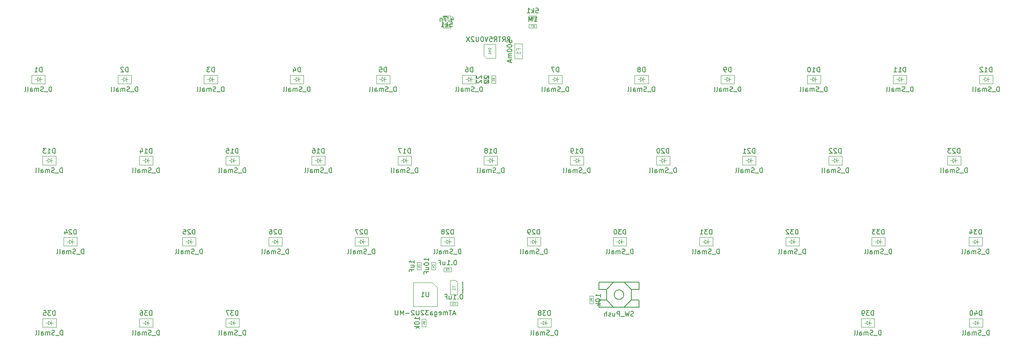
<source format=gbr>
%TF.GenerationSoftware,KiCad,Pcbnew,(5.99.0-9650-gad505e29c0)*%
%TF.CreationDate,2021-03-23T23:02:50-07:00*%
%TF.ProjectId,Choc40,43686f63-3430-42e6-9b69-6361645f7063,rev?*%
%TF.SameCoordinates,Original*%
%TF.FileFunction,AssemblyDrawing,Bot*%
%FSLAX46Y46*%
G04 Gerber Fmt 4.6, Leading zero omitted, Abs format (unit mm)*
G04 Created by KiCad (PCBNEW (5.99.0-9650-gad505e29c0)) date 2021-03-23 23:02:50*
%MOMM*%
%LPD*%
G01*
G04 APERTURE LIST*
%ADD10C,0.150000*%
%ADD11C,0.060000*%
%ADD12C,0.075000*%
%ADD13C,0.120000*%
%ADD14C,0.030000*%
%ADD15C,0.080000*%
%ADD16C,0.100000*%
G04 APERTURE END LIST*
D10*
%TO.C,D34*%
X237261904Y-75952380D02*
X237261904Y-74952380D01*
X237023809Y-74952380D01*
X236880952Y-75000000D01*
X236785714Y-75095238D01*
X236738095Y-75190476D01*
X236690476Y-75380952D01*
X236690476Y-75523809D01*
X236738095Y-75714285D01*
X236785714Y-75809523D01*
X236880952Y-75904761D01*
X237023809Y-75952380D01*
X237261904Y-75952380D01*
X236500000Y-76047619D02*
X235738095Y-76047619D01*
X235547619Y-75904761D02*
X235404761Y-75952380D01*
X235166666Y-75952380D01*
X235071428Y-75904761D01*
X235023809Y-75857142D01*
X234976190Y-75761904D01*
X234976190Y-75666666D01*
X235023809Y-75571428D01*
X235071428Y-75523809D01*
X235166666Y-75476190D01*
X235357142Y-75428571D01*
X235452380Y-75380952D01*
X235500000Y-75333333D01*
X235547619Y-75238095D01*
X235547619Y-75142857D01*
X235500000Y-75047619D01*
X235452380Y-75000000D01*
X235357142Y-74952380D01*
X235119047Y-74952380D01*
X234976190Y-75000000D01*
X234547619Y-75952380D02*
X234547619Y-75285714D01*
X234547619Y-75380952D02*
X234500000Y-75333333D01*
X234404761Y-75285714D01*
X234261904Y-75285714D01*
X234166666Y-75333333D01*
X234119047Y-75428571D01*
X234119047Y-75952380D01*
X234119047Y-75428571D02*
X234071428Y-75333333D01*
X233976190Y-75285714D01*
X233833333Y-75285714D01*
X233738095Y-75333333D01*
X233690476Y-75428571D01*
X233690476Y-75952380D01*
X232785714Y-75952380D02*
X232785714Y-75428571D01*
X232833333Y-75333333D01*
X232928571Y-75285714D01*
X233119047Y-75285714D01*
X233214285Y-75333333D01*
X232785714Y-75904761D02*
X232880952Y-75952380D01*
X233119047Y-75952380D01*
X233214285Y-75904761D01*
X233261904Y-75809523D01*
X233261904Y-75714285D01*
X233214285Y-75619047D01*
X233119047Y-75571428D01*
X232880952Y-75571428D01*
X232785714Y-75523809D01*
X232166666Y-75952380D02*
X232261904Y-75904761D01*
X232309523Y-75809523D01*
X232309523Y-74952380D01*
X231642857Y-75952380D02*
X231738095Y-75904761D01*
X231785714Y-75809523D01*
X231785714Y-74952380D01*
X235714285Y-71852380D02*
X235714285Y-70852380D01*
X235476190Y-70852380D01*
X235333333Y-70900000D01*
X235238095Y-70995238D01*
X235190476Y-71090476D01*
X235142857Y-71280952D01*
X235142857Y-71423809D01*
X235190476Y-71614285D01*
X235238095Y-71709523D01*
X235333333Y-71804761D01*
X235476190Y-71852380D01*
X235714285Y-71852380D01*
X234809523Y-70852380D02*
X234190476Y-70852380D01*
X234523809Y-71233333D01*
X234380952Y-71233333D01*
X234285714Y-71280952D01*
X234238095Y-71328571D01*
X234190476Y-71423809D01*
X234190476Y-71661904D01*
X234238095Y-71757142D01*
X234285714Y-71804761D01*
X234380952Y-71852380D01*
X234666666Y-71852380D01*
X234761904Y-71804761D01*
X234809523Y-71757142D01*
X233333333Y-71185714D02*
X233333333Y-71852380D01*
X233571428Y-70804761D02*
X233809523Y-71519047D01*
X233190476Y-71519047D01*
%TO.C,D33*%
X216961904Y-75952380D02*
X216961904Y-74952380D01*
X216723809Y-74952380D01*
X216580952Y-75000000D01*
X216485714Y-75095238D01*
X216438095Y-75190476D01*
X216390476Y-75380952D01*
X216390476Y-75523809D01*
X216438095Y-75714285D01*
X216485714Y-75809523D01*
X216580952Y-75904761D01*
X216723809Y-75952380D01*
X216961904Y-75952380D01*
X216200000Y-76047619D02*
X215438095Y-76047619D01*
X215247619Y-75904761D02*
X215104761Y-75952380D01*
X214866666Y-75952380D01*
X214771428Y-75904761D01*
X214723809Y-75857142D01*
X214676190Y-75761904D01*
X214676190Y-75666666D01*
X214723809Y-75571428D01*
X214771428Y-75523809D01*
X214866666Y-75476190D01*
X215057142Y-75428571D01*
X215152380Y-75380952D01*
X215200000Y-75333333D01*
X215247619Y-75238095D01*
X215247619Y-75142857D01*
X215200000Y-75047619D01*
X215152380Y-75000000D01*
X215057142Y-74952380D01*
X214819047Y-74952380D01*
X214676190Y-75000000D01*
X214247619Y-75952380D02*
X214247619Y-75285714D01*
X214247619Y-75380952D02*
X214200000Y-75333333D01*
X214104761Y-75285714D01*
X213961904Y-75285714D01*
X213866666Y-75333333D01*
X213819047Y-75428571D01*
X213819047Y-75952380D01*
X213819047Y-75428571D02*
X213771428Y-75333333D01*
X213676190Y-75285714D01*
X213533333Y-75285714D01*
X213438095Y-75333333D01*
X213390476Y-75428571D01*
X213390476Y-75952380D01*
X212485714Y-75952380D02*
X212485714Y-75428571D01*
X212533333Y-75333333D01*
X212628571Y-75285714D01*
X212819047Y-75285714D01*
X212914285Y-75333333D01*
X212485714Y-75904761D02*
X212580952Y-75952380D01*
X212819047Y-75952380D01*
X212914285Y-75904761D01*
X212961904Y-75809523D01*
X212961904Y-75714285D01*
X212914285Y-75619047D01*
X212819047Y-75571428D01*
X212580952Y-75571428D01*
X212485714Y-75523809D01*
X211866666Y-75952380D02*
X211961904Y-75904761D01*
X212009523Y-75809523D01*
X212009523Y-74952380D01*
X211342857Y-75952380D02*
X211438095Y-75904761D01*
X211485714Y-75809523D01*
X211485714Y-74952380D01*
X215414285Y-71852380D02*
X215414285Y-70852380D01*
X215176190Y-70852380D01*
X215033333Y-70900000D01*
X214938095Y-70995238D01*
X214890476Y-71090476D01*
X214842857Y-71280952D01*
X214842857Y-71423809D01*
X214890476Y-71614285D01*
X214938095Y-71709523D01*
X215033333Y-71804761D01*
X215176190Y-71852380D01*
X215414285Y-71852380D01*
X214509523Y-70852380D02*
X213890476Y-70852380D01*
X214223809Y-71233333D01*
X214080952Y-71233333D01*
X213985714Y-71280952D01*
X213938095Y-71328571D01*
X213890476Y-71423809D01*
X213890476Y-71661904D01*
X213938095Y-71757142D01*
X213985714Y-71804761D01*
X214080952Y-71852380D01*
X214366666Y-71852380D01*
X214461904Y-71804761D01*
X214509523Y-71757142D01*
X213557142Y-70852380D02*
X212938095Y-70852380D01*
X213271428Y-71233333D01*
X213128571Y-71233333D01*
X213033333Y-71280952D01*
X212985714Y-71328571D01*
X212938095Y-71423809D01*
X212938095Y-71661904D01*
X212985714Y-71757142D01*
X213033333Y-71804761D01*
X213128571Y-71852380D01*
X213414285Y-71852380D01*
X213509523Y-71804761D01*
X213557142Y-71757142D01*
%TO.C,D21*%
X189961904Y-58952380D02*
X189961904Y-57952380D01*
X189723809Y-57952380D01*
X189580952Y-58000000D01*
X189485714Y-58095238D01*
X189438095Y-58190476D01*
X189390476Y-58380952D01*
X189390476Y-58523809D01*
X189438095Y-58714285D01*
X189485714Y-58809523D01*
X189580952Y-58904761D01*
X189723809Y-58952380D01*
X189961904Y-58952380D01*
X189200000Y-59047619D02*
X188438095Y-59047619D01*
X188247619Y-58904761D02*
X188104761Y-58952380D01*
X187866666Y-58952380D01*
X187771428Y-58904761D01*
X187723809Y-58857142D01*
X187676190Y-58761904D01*
X187676190Y-58666666D01*
X187723809Y-58571428D01*
X187771428Y-58523809D01*
X187866666Y-58476190D01*
X188057142Y-58428571D01*
X188152380Y-58380952D01*
X188200000Y-58333333D01*
X188247619Y-58238095D01*
X188247619Y-58142857D01*
X188200000Y-58047619D01*
X188152380Y-58000000D01*
X188057142Y-57952380D01*
X187819047Y-57952380D01*
X187676190Y-58000000D01*
X187247619Y-58952380D02*
X187247619Y-58285714D01*
X187247619Y-58380952D02*
X187200000Y-58333333D01*
X187104761Y-58285714D01*
X186961904Y-58285714D01*
X186866666Y-58333333D01*
X186819047Y-58428571D01*
X186819047Y-58952380D01*
X186819047Y-58428571D02*
X186771428Y-58333333D01*
X186676190Y-58285714D01*
X186533333Y-58285714D01*
X186438095Y-58333333D01*
X186390476Y-58428571D01*
X186390476Y-58952380D01*
X185485714Y-58952380D02*
X185485714Y-58428571D01*
X185533333Y-58333333D01*
X185628571Y-58285714D01*
X185819047Y-58285714D01*
X185914285Y-58333333D01*
X185485714Y-58904761D02*
X185580952Y-58952380D01*
X185819047Y-58952380D01*
X185914285Y-58904761D01*
X185961904Y-58809523D01*
X185961904Y-58714285D01*
X185914285Y-58619047D01*
X185819047Y-58571428D01*
X185580952Y-58571428D01*
X185485714Y-58523809D01*
X184866666Y-58952380D02*
X184961904Y-58904761D01*
X185009523Y-58809523D01*
X185009523Y-57952380D01*
X184342857Y-58952380D02*
X184438095Y-58904761D01*
X184485714Y-58809523D01*
X184485714Y-57952380D01*
X188414285Y-54852380D02*
X188414285Y-53852380D01*
X188176190Y-53852380D01*
X188033333Y-53900000D01*
X187938095Y-53995238D01*
X187890476Y-54090476D01*
X187842857Y-54280952D01*
X187842857Y-54423809D01*
X187890476Y-54614285D01*
X187938095Y-54709523D01*
X188033333Y-54804761D01*
X188176190Y-54852380D01*
X188414285Y-54852380D01*
X187461904Y-53947619D02*
X187414285Y-53900000D01*
X187319047Y-53852380D01*
X187080952Y-53852380D01*
X186985714Y-53900000D01*
X186938095Y-53947619D01*
X186890476Y-54042857D01*
X186890476Y-54138095D01*
X186938095Y-54280952D01*
X187509523Y-54852380D01*
X186890476Y-54852380D01*
X185938095Y-54852380D02*
X186509523Y-54852380D01*
X186223809Y-54852380D02*
X186223809Y-53852380D01*
X186319047Y-53995238D01*
X186414285Y-54090476D01*
X186509523Y-54138095D01*
%TO.C,D12*%
X239461904Y-41952380D02*
X239461904Y-40952380D01*
X239223809Y-40952380D01*
X239080952Y-41000000D01*
X238985714Y-41095238D01*
X238938095Y-41190476D01*
X238890476Y-41380952D01*
X238890476Y-41523809D01*
X238938095Y-41714285D01*
X238985714Y-41809523D01*
X239080952Y-41904761D01*
X239223809Y-41952380D01*
X239461904Y-41952380D01*
X238700000Y-42047619D02*
X237938095Y-42047619D01*
X237747619Y-41904761D02*
X237604761Y-41952380D01*
X237366666Y-41952380D01*
X237271428Y-41904761D01*
X237223809Y-41857142D01*
X237176190Y-41761904D01*
X237176190Y-41666666D01*
X237223809Y-41571428D01*
X237271428Y-41523809D01*
X237366666Y-41476190D01*
X237557142Y-41428571D01*
X237652380Y-41380952D01*
X237700000Y-41333333D01*
X237747619Y-41238095D01*
X237747619Y-41142857D01*
X237700000Y-41047619D01*
X237652380Y-41000000D01*
X237557142Y-40952380D01*
X237319047Y-40952380D01*
X237176190Y-41000000D01*
X236747619Y-41952380D02*
X236747619Y-41285714D01*
X236747619Y-41380952D02*
X236700000Y-41333333D01*
X236604761Y-41285714D01*
X236461904Y-41285714D01*
X236366666Y-41333333D01*
X236319047Y-41428571D01*
X236319047Y-41952380D01*
X236319047Y-41428571D02*
X236271428Y-41333333D01*
X236176190Y-41285714D01*
X236033333Y-41285714D01*
X235938095Y-41333333D01*
X235890476Y-41428571D01*
X235890476Y-41952380D01*
X234985714Y-41952380D02*
X234985714Y-41428571D01*
X235033333Y-41333333D01*
X235128571Y-41285714D01*
X235319047Y-41285714D01*
X235414285Y-41333333D01*
X234985714Y-41904761D02*
X235080952Y-41952380D01*
X235319047Y-41952380D01*
X235414285Y-41904761D01*
X235461904Y-41809523D01*
X235461904Y-41714285D01*
X235414285Y-41619047D01*
X235319047Y-41571428D01*
X235080952Y-41571428D01*
X234985714Y-41523809D01*
X234366666Y-41952380D02*
X234461904Y-41904761D01*
X234509523Y-41809523D01*
X234509523Y-40952380D01*
X233842857Y-41952380D02*
X233938095Y-41904761D01*
X233985714Y-41809523D01*
X233985714Y-40952380D01*
X237914285Y-37852380D02*
X237914285Y-36852380D01*
X237676190Y-36852380D01*
X237533333Y-36900000D01*
X237438095Y-36995238D01*
X237390476Y-37090476D01*
X237342857Y-37280952D01*
X237342857Y-37423809D01*
X237390476Y-37614285D01*
X237438095Y-37709523D01*
X237533333Y-37804761D01*
X237676190Y-37852380D01*
X237914285Y-37852380D01*
X236390476Y-37852380D02*
X236961904Y-37852380D01*
X236676190Y-37852380D02*
X236676190Y-36852380D01*
X236771428Y-36995238D01*
X236866666Y-37090476D01*
X236961904Y-37138095D01*
X236009523Y-36947619D02*
X235961904Y-36900000D01*
X235866666Y-36852380D01*
X235628571Y-36852380D01*
X235533333Y-36900000D01*
X235485714Y-36947619D01*
X235438095Y-37042857D01*
X235438095Y-37138095D01*
X235485714Y-37280952D01*
X236057142Y-37852380D01*
X235438095Y-37852380D01*
%TO.C,D11*%
X221461904Y-41952380D02*
X221461904Y-40952380D01*
X221223809Y-40952380D01*
X221080952Y-41000000D01*
X220985714Y-41095238D01*
X220938095Y-41190476D01*
X220890476Y-41380952D01*
X220890476Y-41523809D01*
X220938095Y-41714285D01*
X220985714Y-41809523D01*
X221080952Y-41904761D01*
X221223809Y-41952380D01*
X221461904Y-41952380D01*
X220700000Y-42047619D02*
X219938095Y-42047619D01*
X219747619Y-41904761D02*
X219604761Y-41952380D01*
X219366666Y-41952380D01*
X219271428Y-41904761D01*
X219223809Y-41857142D01*
X219176190Y-41761904D01*
X219176190Y-41666666D01*
X219223809Y-41571428D01*
X219271428Y-41523809D01*
X219366666Y-41476190D01*
X219557142Y-41428571D01*
X219652380Y-41380952D01*
X219700000Y-41333333D01*
X219747619Y-41238095D01*
X219747619Y-41142857D01*
X219700000Y-41047619D01*
X219652380Y-41000000D01*
X219557142Y-40952380D01*
X219319047Y-40952380D01*
X219176190Y-41000000D01*
X218747619Y-41952380D02*
X218747619Y-41285714D01*
X218747619Y-41380952D02*
X218700000Y-41333333D01*
X218604761Y-41285714D01*
X218461904Y-41285714D01*
X218366666Y-41333333D01*
X218319047Y-41428571D01*
X218319047Y-41952380D01*
X218319047Y-41428571D02*
X218271428Y-41333333D01*
X218176190Y-41285714D01*
X218033333Y-41285714D01*
X217938095Y-41333333D01*
X217890476Y-41428571D01*
X217890476Y-41952380D01*
X216985714Y-41952380D02*
X216985714Y-41428571D01*
X217033333Y-41333333D01*
X217128571Y-41285714D01*
X217319047Y-41285714D01*
X217414285Y-41333333D01*
X216985714Y-41904761D02*
X217080952Y-41952380D01*
X217319047Y-41952380D01*
X217414285Y-41904761D01*
X217461904Y-41809523D01*
X217461904Y-41714285D01*
X217414285Y-41619047D01*
X217319047Y-41571428D01*
X217080952Y-41571428D01*
X216985714Y-41523809D01*
X216366666Y-41952380D02*
X216461904Y-41904761D01*
X216509523Y-41809523D01*
X216509523Y-40952380D01*
X215842857Y-41952380D02*
X215938095Y-41904761D01*
X215985714Y-41809523D01*
X215985714Y-40952380D01*
X219914285Y-37852380D02*
X219914285Y-36852380D01*
X219676190Y-36852380D01*
X219533333Y-36900000D01*
X219438095Y-36995238D01*
X219390476Y-37090476D01*
X219342857Y-37280952D01*
X219342857Y-37423809D01*
X219390476Y-37614285D01*
X219438095Y-37709523D01*
X219533333Y-37804761D01*
X219676190Y-37852380D01*
X219914285Y-37852380D01*
X218390476Y-37852380D02*
X218961904Y-37852380D01*
X218676190Y-37852380D02*
X218676190Y-36852380D01*
X218771428Y-36995238D01*
X218866666Y-37090476D01*
X218961904Y-37138095D01*
X217438095Y-37852380D02*
X218009523Y-37852380D01*
X217723809Y-37852380D02*
X217723809Y-36852380D01*
X217819047Y-36995238D01*
X217914285Y-37090476D01*
X218009523Y-37138095D01*
%TO.C,D20*%
X171961904Y-58952380D02*
X171961904Y-57952380D01*
X171723809Y-57952380D01*
X171580952Y-58000000D01*
X171485714Y-58095238D01*
X171438095Y-58190476D01*
X171390476Y-58380952D01*
X171390476Y-58523809D01*
X171438095Y-58714285D01*
X171485714Y-58809523D01*
X171580952Y-58904761D01*
X171723809Y-58952380D01*
X171961904Y-58952380D01*
X171200000Y-59047619D02*
X170438095Y-59047619D01*
X170247619Y-58904761D02*
X170104761Y-58952380D01*
X169866666Y-58952380D01*
X169771428Y-58904761D01*
X169723809Y-58857142D01*
X169676190Y-58761904D01*
X169676190Y-58666666D01*
X169723809Y-58571428D01*
X169771428Y-58523809D01*
X169866666Y-58476190D01*
X170057142Y-58428571D01*
X170152380Y-58380952D01*
X170200000Y-58333333D01*
X170247619Y-58238095D01*
X170247619Y-58142857D01*
X170200000Y-58047619D01*
X170152380Y-58000000D01*
X170057142Y-57952380D01*
X169819047Y-57952380D01*
X169676190Y-58000000D01*
X169247619Y-58952380D02*
X169247619Y-58285714D01*
X169247619Y-58380952D02*
X169200000Y-58333333D01*
X169104761Y-58285714D01*
X168961904Y-58285714D01*
X168866666Y-58333333D01*
X168819047Y-58428571D01*
X168819047Y-58952380D01*
X168819047Y-58428571D02*
X168771428Y-58333333D01*
X168676190Y-58285714D01*
X168533333Y-58285714D01*
X168438095Y-58333333D01*
X168390476Y-58428571D01*
X168390476Y-58952380D01*
X167485714Y-58952380D02*
X167485714Y-58428571D01*
X167533333Y-58333333D01*
X167628571Y-58285714D01*
X167819047Y-58285714D01*
X167914285Y-58333333D01*
X167485714Y-58904761D02*
X167580952Y-58952380D01*
X167819047Y-58952380D01*
X167914285Y-58904761D01*
X167961904Y-58809523D01*
X167961904Y-58714285D01*
X167914285Y-58619047D01*
X167819047Y-58571428D01*
X167580952Y-58571428D01*
X167485714Y-58523809D01*
X166866666Y-58952380D02*
X166961904Y-58904761D01*
X167009523Y-58809523D01*
X167009523Y-57952380D01*
X166342857Y-58952380D02*
X166438095Y-58904761D01*
X166485714Y-58809523D01*
X166485714Y-57952380D01*
X170414285Y-54852380D02*
X170414285Y-53852380D01*
X170176190Y-53852380D01*
X170033333Y-53900000D01*
X169938095Y-53995238D01*
X169890476Y-54090476D01*
X169842857Y-54280952D01*
X169842857Y-54423809D01*
X169890476Y-54614285D01*
X169938095Y-54709523D01*
X170033333Y-54804761D01*
X170176190Y-54852380D01*
X170414285Y-54852380D01*
X169461904Y-53947619D02*
X169414285Y-53900000D01*
X169319047Y-53852380D01*
X169080952Y-53852380D01*
X168985714Y-53900000D01*
X168938095Y-53947619D01*
X168890476Y-54042857D01*
X168890476Y-54138095D01*
X168938095Y-54280952D01*
X169509523Y-54852380D01*
X168890476Y-54852380D01*
X168271428Y-53852380D02*
X168176190Y-53852380D01*
X168080952Y-53900000D01*
X168033333Y-53947619D01*
X167985714Y-54042857D01*
X167938095Y-54233333D01*
X167938095Y-54471428D01*
X167985714Y-54661904D01*
X168033333Y-54757142D01*
X168080952Y-54804761D01*
X168176190Y-54852380D01*
X168271428Y-54852380D01*
X168366666Y-54804761D01*
X168414285Y-54757142D01*
X168461904Y-54661904D01*
X168509523Y-54471428D01*
X168509523Y-54233333D01*
X168461904Y-54042857D01*
X168414285Y-53947619D01*
X168366666Y-53900000D01*
X168271428Y-53852380D01*
%TO.C,D13*%
X43711904Y-58952380D02*
X43711904Y-57952380D01*
X43473809Y-57952380D01*
X43330952Y-58000000D01*
X43235714Y-58095238D01*
X43188095Y-58190476D01*
X43140476Y-58380952D01*
X43140476Y-58523809D01*
X43188095Y-58714285D01*
X43235714Y-58809523D01*
X43330952Y-58904761D01*
X43473809Y-58952380D01*
X43711904Y-58952380D01*
X42950000Y-59047619D02*
X42188095Y-59047619D01*
X41997619Y-58904761D02*
X41854761Y-58952380D01*
X41616666Y-58952380D01*
X41521428Y-58904761D01*
X41473809Y-58857142D01*
X41426190Y-58761904D01*
X41426190Y-58666666D01*
X41473809Y-58571428D01*
X41521428Y-58523809D01*
X41616666Y-58476190D01*
X41807142Y-58428571D01*
X41902380Y-58380952D01*
X41950000Y-58333333D01*
X41997619Y-58238095D01*
X41997619Y-58142857D01*
X41950000Y-58047619D01*
X41902380Y-58000000D01*
X41807142Y-57952380D01*
X41569047Y-57952380D01*
X41426190Y-58000000D01*
X40997619Y-58952380D02*
X40997619Y-58285714D01*
X40997619Y-58380952D02*
X40950000Y-58333333D01*
X40854761Y-58285714D01*
X40711904Y-58285714D01*
X40616666Y-58333333D01*
X40569047Y-58428571D01*
X40569047Y-58952380D01*
X40569047Y-58428571D02*
X40521428Y-58333333D01*
X40426190Y-58285714D01*
X40283333Y-58285714D01*
X40188095Y-58333333D01*
X40140476Y-58428571D01*
X40140476Y-58952380D01*
X39235714Y-58952380D02*
X39235714Y-58428571D01*
X39283333Y-58333333D01*
X39378571Y-58285714D01*
X39569047Y-58285714D01*
X39664285Y-58333333D01*
X39235714Y-58904761D02*
X39330952Y-58952380D01*
X39569047Y-58952380D01*
X39664285Y-58904761D01*
X39711904Y-58809523D01*
X39711904Y-58714285D01*
X39664285Y-58619047D01*
X39569047Y-58571428D01*
X39330952Y-58571428D01*
X39235714Y-58523809D01*
X38616666Y-58952380D02*
X38711904Y-58904761D01*
X38759523Y-58809523D01*
X38759523Y-57952380D01*
X38092857Y-58952380D02*
X38188095Y-58904761D01*
X38235714Y-58809523D01*
X38235714Y-57952380D01*
X42164285Y-54852380D02*
X42164285Y-53852380D01*
X41926190Y-53852380D01*
X41783333Y-53900000D01*
X41688095Y-53995238D01*
X41640476Y-54090476D01*
X41592857Y-54280952D01*
X41592857Y-54423809D01*
X41640476Y-54614285D01*
X41688095Y-54709523D01*
X41783333Y-54804761D01*
X41926190Y-54852380D01*
X42164285Y-54852380D01*
X40640476Y-54852380D02*
X41211904Y-54852380D01*
X40926190Y-54852380D02*
X40926190Y-53852380D01*
X41021428Y-53995238D01*
X41116666Y-54090476D01*
X41211904Y-54138095D01*
X40307142Y-53852380D02*
X39688095Y-53852380D01*
X40021428Y-54233333D01*
X39878571Y-54233333D01*
X39783333Y-54280952D01*
X39735714Y-54328571D01*
X39688095Y-54423809D01*
X39688095Y-54661904D01*
X39735714Y-54757142D01*
X39783333Y-54804761D01*
X39878571Y-54852380D01*
X40164285Y-54852380D01*
X40259523Y-54804761D01*
X40307142Y-54757142D01*
%TO.C,C4*%
X120272380Y-77428571D02*
X120272380Y-76857142D01*
X120272380Y-77142857D02*
X119272380Y-77142857D01*
X119415238Y-77047619D01*
X119510476Y-76952380D01*
X119558095Y-76857142D01*
X119272380Y-78047619D02*
X119272380Y-78142857D01*
X119320000Y-78238095D01*
X119367619Y-78285714D01*
X119462857Y-78333333D01*
X119653333Y-78380952D01*
X119891428Y-78380952D01*
X120081904Y-78333333D01*
X120177142Y-78285714D01*
X120224761Y-78238095D01*
X120272380Y-78142857D01*
X120272380Y-78047619D01*
X120224761Y-77952380D01*
X120177142Y-77904761D01*
X120081904Y-77857142D01*
X119891428Y-77809523D01*
X119653333Y-77809523D01*
X119462857Y-77857142D01*
X119367619Y-77904761D01*
X119320000Y-77952380D01*
X119272380Y-78047619D01*
X119605714Y-79238095D02*
X120272380Y-79238095D01*
X119605714Y-78809523D02*
X120129523Y-78809523D01*
X120224761Y-78857142D01*
X120272380Y-78952380D01*
X120272380Y-79095238D01*
X120224761Y-79190476D01*
X120177142Y-79238095D01*
X119748571Y-80047619D02*
X119748571Y-79714285D01*
X120272380Y-79714285D02*
X119272380Y-79714285D01*
X119272380Y-80190476D01*
D11*
X121392857Y-78433333D02*
X121411904Y-78414285D01*
X121430952Y-78357142D01*
X121430952Y-78319047D01*
X121411904Y-78261904D01*
X121373809Y-78223809D01*
X121335714Y-78204761D01*
X121259523Y-78185714D01*
X121202380Y-78185714D01*
X121126190Y-78204761D01*
X121088095Y-78223809D01*
X121050000Y-78261904D01*
X121030952Y-78319047D01*
X121030952Y-78357142D01*
X121050000Y-78414285D01*
X121069047Y-78433333D01*
X121164285Y-78776190D02*
X121430952Y-78776190D01*
X121011904Y-78680952D02*
X121297619Y-78585714D01*
X121297619Y-78833333D01*
D10*
%TO.C,D18*%
X135961904Y-58952380D02*
X135961904Y-57952380D01*
X135723809Y-57952380D01*
X135580952Y-58000000D01*
X135485714Y-58095238D01*
X135438095Y-58190476D01*
X135390476Y-58380952D01*
X135390476Y-58523809D01*
X135438095Y-58714285D01*
X135485714Y-58809523D01*
X135580952Y-58904761D01*
X135723809Y-58952380D01*
X135961904Y-58952380D01*
X135200000Y-59047619D02*
X134438095Y-59047619D01*
X134247619Y-58904761D02*
X134104761Y-58952380D01*
X133866666Y-58952380D01*
X133771428Y-58904761D01*
X133723809Y-58857142D01*
X133676190Y-58761904D01*
X133676190Y-58666666D01*
X133723809Y-58571428D01*
X133771428Y-58523809D01*
X133866666Y-58476190D01*
X134057142Y-58428571D01*
X134152380Y-58380952D01*
X134200000Y-58333333D01*
X134247619Y-58238095D01*
X134247619Y-58142857D01*
X134200000Y-58047619D01*
X134152380Y-58000000D01*
X134057142Y-57952380D01*
X133819047Y-57952380D01*
X133676190Y-58000000D01*
X133247619Y-58952380D02*
X133247619Y-58285714D01*
X133247619Y-58380952D02*
X133200000Y-58333333D01*
X133104761Y-58285714D01*
X132961904Y-58285714D01*
X132866666Y-58333333D01*
X132819047Y-58428571D01*
X132819047Y-58952380D01*
X132819047Y-58428571D02*
X132771428Y-58333333D01*
X132676190Y-58285714D01*
X132533333Y-58285714D01*
X132438095Y-58333333D01*
X132390476Y-58428571D01*
X132390476Y-58952380D01*
X131485714Y-58952380D02*
X131485714Y-58428571D01*
X131533333Y-58333333D01*
X131628571Y-58285714D01*
X131819047Y-58285714D01*
X131914285Y-58333333D01*
X131485714Y-58904761D02*
X131580952Y-58952380D01*
X131819047Y-58952380D01*
X131914285Y-58904761D01*
X131961904Y-58809523D01*
X131961904Y-58714285D01*
X131914285Y-58619047D01*
X131819047Y-58571428D01*
X131580952Y-58571428D01*
X131485714Y-58523809D01*
X130866666Y-58952380D02*
X130961904Y-58904761D01*
X131009523Y-58809523D01*
X131009523Y-57952380D01*
X130342857Y-58952380D02*
X130438095Y-58904761D01*
X130485714Y-58809523D01*
X130485714Y-57952380D01*
X134414285Y-54852380D02*
X134414285Y-53852380D01*
X134176190Y-53852380D01*
X134033333Y-53900000D01*
X133938095Y-53995238D01*
X133890476Y-54090476D01*
X133842857Y-54280952D01*
X133842857Y-54423809D01*
X133890476Y-54614285D01*
X133938095Y-54709523D01*
X134033333Y-54804761D01*
X134176190Y-54852380D01*
X134414285Y-54852380D01*
X132890476Y-54852380D02*
X133461904Y-54852380D01*
X133176190Y-54852380D02*
X133176190Y-53852380D01*
X133271428Y-53995238D01*
X133366666Y-54090476D01*
X133461904Y-54138095D01*
X132319047Y-54280952D02*
X132414285Y-54233333D01*
X132461904Y-54185714D01*
X132509523Y-54090476D01*
X132509523Y-54042857D01*
X132461904Y-53947619D01*
X132414285Y-53900000D01*
X132319047Y-53852380D01*
X132128571Y-53852380D01*
X132033333Y-53900000D01*
X131985714Y-53947619D01*
X131938095Y-54042857D01*
X131938095Y-54090476D01*
X131985714Y-54185714D01*
X132033333Y-54233333D01*
X132128571Y-54280952D01*
X132319047Y-54280952D01*
X132414285Y-54328571D01*
X132461904Y-54376190D01*
X132509523Y-54471428D01*
X132509523Y-54661904D01*
X132461904Y-54757142D01*
X132414285Y-54804761D01*
X132319047Y-54852380D01*
X132128571Y-54852380D01*
X132033333Y-54804761D01*
X131985714Y-54757142D01*
X131938095Y-54661904D01*
X131938095Y-54471428D01*
X131985714Y-54376190D01*
X132033333Y-54328571D01*
X132128571Y-54280952D01*
%TO.C,R3*%
X130317619Y-38638095D02*
X130270000Y-38685714D01*
X130222380Y-38780952D01*
X130222380Y-39019047D01*
X130270000Y-39114285D01*
X130317619Y-39161904D01*
X130412857Y-39209523D01*
X130508095Y-39209523D01*
X130650952Y-39161904D01*
X131222380Y-38590476D01*
X131222380Y-39209523D01*
X130317619Y-39590476D02*
X130270000Y-39638095D01*
X130222380Y-39733333D01*
X130222380Y-39971428D01*
X130270000Y-40066666D01*
X130317619Y-40114285D01*
X130412857Y-40161904D01*
X130508095Y-40161904D01*
X130650952Y-40114285D01*
X131222380Y-39542857D01*
X131222380Y-40161904D01*
D11*
X132380952Y-39333333D02*
X132190476Y-39200000D01*
X132380952Y-39104761D02*
X131980952Y-39104761D01*
X131980952Y-39257142D01*
X132000000Y-39295238D01*
X132019047Y-39314285D01*
X132057142Y-39333333D01*
X132114285Y-39333333D01*
X132152380Y-39314285D01*
X132171428Y-39295238D01*
X132190476Y-39257142D01*
X132190476Y-39104761D01*
X131980952Y-39466666D02*
X131980952Y-39714285D01*
X132133333Y-39580952D01*
X132133333Y-39638095D01*
X132152380Y-39676190D01*
X132171428Y-39695238D01*
X132209523Y-39714285D01*
X132304761Y-39714285D01*
X132342857Y-39695238D01*
X132361904Y-39676190D01*
X132380952Y-39638095D01*
X132380952Y-39523809D01*
X132361904Y-39485714D01*
X132342857Y-39466666D01*
D10*
%TO.C,D31*%
X180961904Y-75952380D02*
X180961904Y-74952380D01*
X180723809Y-74952380D01*
X180580952Y-75000000D01*
X180485714Y-75095238D01*
X180438095Y-75190476D01*
X180390476Y-75380952D01*
X180390476Y-75523809D01*
X180438095Y-75714285D01*
X180485714Y-75809523D01*
X180580952Y-75904761D01*
X180723809Y-75952380D01*
X180961904Y-75952380D01*
X180200000Y-76047619D02*
X179438095Y-76047619D01*
X179247619Y-75904761D02*
X179104761Y-75952380D01*
X178866666Y-75952380D01*
X178771428Y-75904761D01*
X178723809Y-75857142D01*
X178676190Y-75761904D01*
X178676190Y-75666666D01*
X178723809Y-75571428D01*
X178771428Y-75523809D01*
X178866666Y-75476190D01*
X179057142Y-75428571D01*
X179152380Y-75380952D01*
X179200000Y-75333333D01*
X179247619Y-75238095D01*
X179247619Y-75142857D01*
X179200000Y-75047619D01*
X179152380Y-75000000D01*
X179057142Y-74952380D01*
X178819047Y-74952380D01*
X178676190Y-75000000D01*
X178247619Y-75952380D02*
X178247619Y-75285714D01*
X178247619Y-75380952D02*
X178200000Y-75333333D01*
X178104761Y-75285714D01*
X177961904Y-75285714D01*
X177866666Y-75333333D01*
X177819047Y-75428571D01*
X177819047Y-75952380D01*
X177819047Y-75428571D02*
X177771428Y-75333333D01*
X177676190Y-75285714D01*
X177533333Y-75285714D01*
X177438095Y-75333333D01*
X177390476Y-75428571D01*
X177390476Y-75952380D01*
X176485714Y-75952380D02*
X176485714Y-75428571D01*
X176533333Y-75333333D01*
X176628571Y-75285714D01*
X176819047Y-75285714D01*
X176914285Y-75333333D01*
X176485714Y-75904761D02*
X176580952Y-75952380D01*
X176819047Y-75952380D01*
X176914285Y-75904761D01*
X176961904Y-75809523D01*
X176961904Y-75714285D01*
X176914285Y-75619047D01*
X176819047Y-75571428D01*
X176580952Y-75571428D01*
X176485714Y-75523809D01*
X175866666Y-75952380D02*
X175961904Y-75904761D01*
X176009523Y-75809523D01*
X176009523Y-74952380D01*
X175342857Y-75952380D02*
X175438095Y-75904761D01*
X175485714Y-75809523D01*
X175485714Y-74952380D01*
X179414285Y-71852380D02*
X179414285Y-70852380D01*
X179176190Y-70852380D01*
X179033333Y-70900000D01*
X178938095Y-70995238D01*
X178890476Y-71090476D01*
X178842857Y-71280952D01*
X178842857Y-71423809D01*
X178890476Y-71614285D01*
X178938095Y-71709523D01*
X179033333Y-71804761D01*
X179176190Y-71852380D01*
X179414285Y-71852380D01*
X178509523Y-70852380D02*
X177890476Y-70852380D01*
X178223809Y-71233333D01*
X178080952Y-71233333D01*
X177985714Y-71280952D01*
X177938095Y-71328571D01*
X177890476Y-71423809D01*
X177890476Y-71661904D01*
X177938095Y-71757142D01*
X177985714Y-71804761D01*
X178080952Y-71852380D01*
X178366666Y-71852380D01*
X178461904Y-71804761D01*
X178509523Y-71757142D01*
X176938095Y-71852380D02*
X177509523Y-71852380D01*
X177223809Y-71852380D02*
X177223809Y-70852380D01*
X177319047Y-70995238D01*
X177414285Y-71090476D01*
X177509523Y-71138095D01*
%TO.C,R5*%
X124642857Y-27382380D02*
X125119047Y-27382380D01*
X125166666Y-27858571D01*
X125119047Y-27810952D01*
X125023809Y-27763333D01*
X124785714Y-27763333D01*
X124690476Y-27810952D01*
X124642857Y-27858571D01*
X124595238Y-27953809D01*
X124595238Y-28191904D01*
X124642857Y-28287142D01*
X124690476Y-28334761D01*
X124785714Y-28382380D01*
X125023809Y-28382380D01*
X125119047Y-28334761D01*
X125166666Y-28287142D01*
X124166666Y-28382380D02*
X124166666Y-27382380D01*
X124071428Y-28001428D02*
X123785714Y-28382380D01*
X123785714Y-27715714D02*
X124166666Y-28096666D01*
X122833333Y-28382380D02*
X123404761Y-28382380D01*
X123119047Y-28382380D02*
X123119047Y-27382380D01*
X123214285Y-27525238D01*
X123309523Y-27620476D01*
X123404761Y-27668095D01*
D11*
X124066666Y-26680952D02*
X124200000Y-26490476D01*
X124295238Y-26680952D02*
X124295238Y-26280952D01*
X124142857Y-26280952D01*
X124104761Y-26300000D01*
X124085714Y-26319047D01*
X124066666Y-26357142D01*
X124066666Y-26414285D01*
X124085714Y-26452380D01*
X124104761Y-26471428D01*
X124142857Y-26490476D01*
X124295238Y-26490476D01*
X123704761Y-26280952D02*
X123895238Y-26280952D01*
X123914285Y-26471428D01*
X123895238Y-26452380D01*
X123857142Y-26433333D01*
X123761904Y-26433333D01*
X123723809Y-26452380D01*
X123704761Y-26471428D01*
X123685714Y-26509523D01*
X123685714Y-26604761D01*
X123704761Y-26642857D01*
X123723809Y-26661904D01*
X123761904Y-26680952D01*
X123857142Y-26680952D01*
X123895238Y-26661904D01*
X123914285Y-26642857D01*
D10*
%TO.C,D8*%
X167461904Y-41952380D02*
X167461904Y-40952380D01*
X167223809Y-40952380D01*
X167080952Y-41000000D01*
X166985714Y-41095238D01*
X166938095Y-41190476D01*
X166890476Y-41380952D01*
X166890476Y-41523809D01*
X166938095Y-41714285D01*
X166985714Y-41809523D01*
X167080952Y-41904761D01*
X167223809Y-41952380D01*
X167461904Y-41952380D01*
X166700000Y-42047619D02*
X165938095Y-42047619D01*
X165747619Y-41904761D02*
X165604761Y-41952380D01*
X165366666Y-41952380D01*
X165271428Y-41904761D01*
X165223809Y-41857142D01*
X165176190Y-41761904D01*
X165176190Y-41666666D01*
X165223809Y-41571428D01*
X165271428Y-41523809D01*
X165366666Y-41476190D01*
X165557142Y-41428571D01*
X165652380Y-41380952D01*
X165700000Y-41333333D01*
X165747619Y-41238095D01*
X165747619Y-41142857D01*
X165700000Y-41047619D01*
X165652380Y-41000000D01*
X165557142Y-40952380D01*
X165319047Y-40952380D01*
X165176190Y-41000000D01*
X164747619Y-41952380D02*
X164747619Y-41285714D01*
X164747619Y-41380952D02*
X164700000Y-41333333D01*
X164604761Y-41285714D01*
X164461904Y-41285714D01*
X164366666Y-41333333D01*
X164319047Y-41428571D01*
X164319047Y-41952380D01*
X164319047Y-41428571D02*
X164271428Y-41333333D01*
X164176190Y-41285714D01*
X164033333Y-41285714D01*
X163938095Y-41333333D01*
X163890476Y-41428571D01*
X163890476Y-41952380D01*
X162985714Y-41952380D02*
X162985714Y-41428571D01*
X163033333Y-41333333D01*
X163128571Y-41285714D01*
X163319047Y-41285714D01*
X163414285Y-41333333D01*
X162985714Y-41904761D02*
X163080952Y-41952380D01*
X163319047Y-41952380D01*
X163414285Y-41904761D01*
X163461904Y-41809523D01*
X163461904Y-41714285D01*
X163414285Y-41619047D01*
X163319047Y-41571428D01*
X163080952Y-41571428D01*
X162985714Y-41523809D01*
X162366666Y-41952380D02*
X162461904Y-41904761D01*
X162509523Y-41809523D01*
X162509523Y-40952380D01*
X161842857Y-41952380D02*
X161938095Y-41904761D01*
X161985714Y-41809523D01*
X161985714Y-40952380D01*
X165438095Y-37852380D02*
X165438095Y-36852380D01*
X165200000Y-36852380D01*
X165057142Y-36900000D01*
X164961904Y-36995238D01*
X164914285Y-37090476D01*
X164866666Y-37280952D01*
X164866666Y-37423809D01*
X164914285Y-37614285D01*
X164961904Y-37709523D01*
X165057142Y-37804761D01*
X165200000Y-37852380D01*
X165438095Y-37852380D01*
X164295238Y-37280952D02*
X164390476Y-37233333D01*
X164438095Y-37185714D01*
X164485714Y-37090476D01*
X164485714Y-37042857D01*
X164438095Y-36947619D01*
X164390476Y-36900000D01*
X164295238Y-36852380D01*
X164104761Y-36852380D01*
X164009523Y-36900000D01*
X163961904Y-36947619D01*
X163914285Y-37042857D01*
X163914285Y-37090476D01*
X163961904Y-37185714D01*
X164009523Y-37233333D01*
X164104761Y-37280952D01*
X164295238Y-37280952D01*
X164390476Y-37328571D01*
X164438095Y-37376190D01*
X164485714Y-37471428D01*
X164485714Y-37661904D01*
X164438095Y-37757142D01*
X164390476Y-37804761D01*
X164295238Y-37852380D01*
X164104761Y-37852380D01*
X164009523Y-37804761D01*
X163961904Y-37757142D01*
X163914285Y-37661904D01*
X163914285Y-37471428D01*
X163961904Y-37376190D01*
X164009523Y-37328571D01*
X164104761Y-37280952D01*
%TO.C,C5*%
X124976190Y-26605714D02*
X124976190Y-27272380D01*
X125214285Y-26224761D02*
X125452380Y-26939047D01*
X124833333Y-26939047D01*
X124452380Y-27177142D02*
X124404761Y-27224761D01*
X124452380Y-27272380D01*
X124500000Y-27224761D01*
X124452380Y-27177142D01*
X124452380Y-27272380D01*
X124071428Y-26272380D02*
X123404761Y-26272380D01*
X123833333Y-27272380D01*
X123023809Y-26605714D02*
X123023809Y-27272380D01*
X123023809Y-26700952D02*
X122976190Y-26653333D01*
X122880952Y-26605714D01*
X122738095Y-26605714D01*
X122642857Y-26653333D01*
X122595238Y-26748571D01*
X122595238Y-27272380D01*
D11*
X124066666Y-28392857D02*
X124085714Y-28411904D01*
X124142857Y-28430952D01*
X124180952Y-28430952D01*
X124238095Y-28411904D01*
X124276190Y-28373809D01*
X124295238Y-28335714D01*
X124314285Y-28259523D01*
X124314285Y-28202380D01*
X124295238Y-28126190D01*
X124276190Y-28088095D01*
X124238095Y-28050000D01*
X124180952Y-28030952D01*
X124142857Y-28030952D01*
X124085714Y-28050000D01*
X124066666Y-28069047D01*
X123704761Y-28030952D02*
X123895238Y-28030952D01*
X123914285Y-28221428D01*
X123895238Y-28202380D01*
X123857142Y-28183333D01*
X123761904Y-28183333D01*
X123723809Y-28202380D01*
X123704761Y-28221428D01*
X123685714Y-28259523D01*
X123685714Y-28354761D01*
X123704761Y-28392857D01*
X123723809Y-28411904D01*
X123761904Y-28430952D01*
X123857142Y-28430952D01*
X123895238Y-28411904D01*
X123914285Y-28392857D01*
D10*
%TO.C,D29*%
X144961904Y-75952380D02*
X144961904Y-74952380D01*
X144723809Y-74952380D01*
X144580952Y-75000000D01*
X144485714Y-75095238D01*
X144438095Y-75190476D01*
X144390476Y-75380952D01*
X144390476Y-75523809D01*
X144438095Y-75714285D01*
X144485714Y-75809523D01*
X144580952Y-75904761D01*
X144723809Y-75952380D01*
X144961904Y-75952380D01*
X144200000Y-76047619D02*
X143438095Y-76047619D01*
X143247619Y-75904761D02*
X143104761Y-75952380D01*
X142866666Y-75952380D01*
X142771428Y-75904761D01*
X142723809Y-75857142D01*
X142676190Y-75761904D01*
X142676190Y-75666666D01*
X142723809Y-75571428D01*
X142771428Y-75523809D01*
X142866666Y-75476190D01*
X143057142Y-75428571D01*
X143152380Y-75380952D01*
X143200000Y-75333333D01*
X143247619Y-75238095D01*
X143247619Y-75142857D01*
X143200000Y-75047619D01*
X143152380Y-75000000D01*
X143057142Y-74952380D01*
X142819047Y-74952380D01*
X142676190Y-75000000D01*
X142247619Y-75952380D02*
X142247619Y-75285714D01*
X142247619Y-75380952D02*
X142200000Y-75333333D01*
X142104761Y-75285714D01*
X141961904Y-75285714D01*
X141866666Y-75333333D01*
X141819047Y-75428571D01*
X141819047Y-75952380D01*
X141819047Y-75428571D02*
X141771428Y-75333333D01*
X141676190Y-75285714D01*
X141533333Y-75285714D01*
X141438095Y-75333333D01*
X141390476Y-75428571D01*
X141390476Y-75952380D01*
X140485714Y-75952380D02*
X140485714Y-75428571D01*
X140533333Y-75333333D01*
X140628571Y-75285714D01*
X140819047Y-75285714D01*
X140914285Y-75333333D01*
X140485714Y-75904761D02*
X140580952Y-75952380D01*
X140819047Y-75952380D01*
X140914285Y-75904761D01*
X140961904Y-75809523D01*
X140961904Y-75714285D01*
X140914285Y-75619047D01*
X140819047Y-75571428D01*
X140580952Y-75571428D01*
X140485714Y-75523809D01*
X139866666Y-75952380D02*
X139961904Y-75904761D01*
X140009523Y-75809523D01*
X140009523Y-74952380D01*
X139342857Y-75952380D02*
X139438095Y-75904761D01*
X139485714Y-75809523D01*
X139485714Y-74952380D01*
X143414285Y-71852380D02*
X143414285Y-70852380D01*
X143176190Y-70852380D01*
X143033333Y-70900000D01*
X142938095Y-70995238D01*
X142890476Y-71090476D01*
X142842857Y-71280952D01*
X142842857Y-71423809D01*
X142890476Y-71614285D01*
X142938095Y-71709523D01*
X143033333Y-71804761D01*
X143176190Y-71852380D01*
X143414285Y-71852380D01*
X142461904Y-70947619D02*
X142414285Y-70900000D01*
X142319047Y-70852380D01*
X142080952Y-70852380D01*
X141985714Y-70900000D01*
X141938095Y-70947619D01*
X141890476Y-71042857D01*
X141890476Y-71138095D01*
X141938095Y-71280952D01*
X142509523Y-71852380D01*
X141890476Y-71852380D01*
X141414285Y-71852380D02*
X141223809Y-71852380D01*
X141128571Y-71804761D01*
X141080952Y-71757142D01*
X140985714Y-71614285D01*
X140938095Y-71423809D01*
X140938095Y-71042857D01*
X140985714Y-70947619D01*
X141033333Y-70900000D01*
X141128571Y-70852380D01*
X141319047Y-70852380D01*
X141414285Y-70900000D01*
X141461904Y-70947619D01*
X141509523Y-71042857D01*
X141509523Y-71280952D01*
X141461904Y-71376190D01*
X141414285Y-71423809D01*
X141319047Y-71471428D01*
X141128571Y-71471428D01*
X141033333Y-71423809D01*
X140985714Y-71376190D01*
X140938095Y-71280952D01*
%TO.C,R7*%
X142285714Y-27272380D02*
X142857142Y-27272380D01*
X142571428Y-27272380D02*
X142571428Y-26272380D01*
X142666666Y-26415238D01*
X142761904Y-26510476D01*
X142857142Y-26558095D01*
X141857142Y-27272380D02*
X141857142Y-26272380D01*
X141523809Y-26986666D01*
X141190476Y-26272380D01*
X141190476Y-27272380D01*
D11*
X142066666Y-28430952D02*
X142200000Y-28240476D01*
X142295238Y-28430952D02*
X142295238Y-28030952D01*
X142142857Y-28030952D01*
X142104761Y-28050000D01*
X142085714Y-28069047D01*
X142066666Y-28107142D01*
X142066666Y-28164285D01*
X142085714Y-28202380D01*
X142104761Y-28221428D01*
X142142857Y-28240476D01*
X142295238Y-28240476D01*
X141933333Y-28030952D02*
X141666666Y-28030952D01*
X141838095Y-28430952D01*
D10*
%TO.C,D2*%
X59461904Y-41952380D02*
X59461904Y-40952380D01*
X59223809Y-40952380D01*
X59080952Y-41000000D01*
X58985714Y-41095238D01*
X58938095Y-41190476D01*
X58890476Y-41380952D01*
X58890476Y-41523809D01*
X58938095Y-41714285D01*
X58985714Y-41809523D01*
X59080952Y-41904761D01*
X59223809Y-41952380D01*
X59461904Y-41952380D01*
X58700000Y-42047619D02*
X57938095Y-42047619D01*
X57747619Y-41904761D02*
X57604761Y-41952380D01*
X57366666Y-41952380D01*
X57271428Y-41904761D01*
X57223809Y-41857142D01*
X57176190Y-41761904D01*
X57176190Y-41666666D01*
X57223809Y-41571428D01*
X57271428Y-41523809D01*
X57366666Y-41476190D01*
X57557142Y-41428571D01*
X57652380Y-41380952D01*
X57700000Y-41333333D01*
X57747619Y-41238095D01*
X57747619Y-41142857D01*
X57700000Y-41047619D01*
X57652380Y-41000000D01*
X57557142Y-40952380D01*
X57319047Y-40952380D01*
X57176190Y-41000000D01*
X56747619Y-41952380D02*
X56747619Y-41285714D01*
X56747619Y-41380952D02*
X56700000Y-41333333D01*
X56604761Y-41285714D01*
X56461904Y-41285714D01*
X56366666Y-41333333D01*
X56319047Y-41428571D01*
X56319047Y-41952380D01*
X56319047Y-41428571D02*
X56271428Y-41333333D01*
X56176190Y-41285714D01*
X56033333Y-41285714D01*
X55938095Y-41333333D01*
X55890476Y-41428571D01*
X55890476Y-41952380D01*
X54985714Y-41952380D02*
X54985714Y-41428571D01*
X55033333Y-41333333D01*
X55128571Y-41285714D01*
X55319047Y-41285714D01*
X55414285Y-41333333D01*
X54985714Y-41904761D02*
X55080952Y-41952380D01*
X55319047Y-41952380D01*
X55414285Y-41904761D01*
X55461904Y-41809523D01*
X55461904Y-41714285D01*
X55414285Y-41619047D01*
X55319047Y-41571428D01*
X55080952Y-41571428D01*
X54985714Y-41523809D01*
X54366666Y-41952380D02*
X54461904Y-41904761D01*
X54509523Y-41809523D01*
X54509523Y-40952380D01*
X53842857Y-41952380D02*
X53938095Y-41904761D01*
X53985714Y-41809523D01*
X53985714Y-40952380D01*
X57438095Y-37852380D02*
X57438095Y-36852380D01*
X57200000Y-36852380D01*
X57057142Y-36900000D01*
X56961904Y-36995238D01*
X56914285Y-37090476D01*
X56866666Y-37280952D01*
X56866666Y-37423809D01*
X56914285Y-37614285D01*
X56961904Y-37709523D01*
X57057142Y-37804761D01*
X57200000Y-37852380D01*
X57438095Y-37852380D01*
X56485714Y-36947619D02*
X56438095Y-36900000D01*
X56342857Y-36852380D01*
X56104761Y-36852380D01*
X56009523Y-36900000D01*
X55961904Y-36947619D01*
X55914285Y-37042857D01*
X55914285Y-37138095D01*
X55961904Y-37280952D01*
X56533333Y-37852380D01*
X55914285Y-37852380D01*
%TO.C,D38*%
X147161904Y-92952380D02*
X147161904Y-91952380D01*
X146923809Y-91952380D01*
X146780952Y-92000000D01*
X146685714Y-92095238D01*
X146638095Y-92190476D01*
X146590476Y-92380952D01*
X146590476Y-92523809D01*
X146638095Y-92714285D01*
X146685714Y-92809523D01*
X146780952Y-92904761D01*
X146923809Y-92952380D01*
X147161904Y-92952380D01*
X146400000Y-93047619D02*
X145638095Y-93047619D01*
X145447619Y-92904761D02*
X145304761Y-92952380D01*
X145066666Y-92952380D01*
X144971428Y-92904761D01*
X144923809Y-92857142D01*
X144876190Y-92761904D01*
X144876190Y-92666666D01*
X144923809Y-92571428D01*
X144971428Y-92523809D01*
X145066666Y-92476190D01*
X145257142Y-92428571D01*
X145352380Y-92380952D01*
X145400000Y-92333333D01*
X145447619Y-92238095D01*
X145447619Y-92142857D01*
X145400000Y-92047619D01*
X145352380Y-92000000D01*
X145257142Y-91952380D01*
X145019047Y-91952380D01*
X144876190Y-92000000D01*
X144447619Y-92952380D02*
X144447619Y-92285714D01*
X144447619Y-92380952D02*
X144400000Y-92333333D01*
X144304761Y-92285714D01*
X144161904Y-92285714D01*
X144066666Y-92333333D01*
X144019047Y-92428571D01*
X144019047Y-92952380D01*
X144019047Y-92428571D02*
X143971428Y-92333333D01*
X143876190Y-92285714D01*
X143733333Y-92285714D01*
X143638095Y-92333333D01*
X143590476Y-92428571D01*
X143590476Y-92952380D01*
X142685714Y-92952380D02*
X142685714Y-92428571D01*
X142733333Y-92333333D01*
X142828571Y-92285714D01*
X143019047Y-92285714D01*
X143114285Y-92333333D01*
X142685714Y-92904761D02*
X142780952Y-92952380D01*
X143019047Y-92952380D01*
X143114285Y-92904761D01*
X143161904Y-92809523D01*
X143161904Y-92714285D01*
X143114285Y-92619047D01*
X143019047Y-92571428D01*
X142780952Y-92571428D01*
X142685714Y-92523809D01*
X142066666Y-92952380D02*
X142161904Y-92904761D01*
X142209523Y-92809523D01*
X142209523Y-91952380D01*
X141542857Y-92952380D02*
X141638095Y-92904761D01*
X141685714Y-92809523D01*
X141685714Y-91952380D01*
X145614285Y-88852380D02*
X145614285Y-87852380D01*
X145376190Y-87852380D01*
X145233333Y-87900000D01*
X145138095Y-87995238D01*
X145090476Y-88090476D01*
X145042857Y-88280952D01*
X145042857Y-88423809D01*
X145090476Y-88614285D01*
X145138095Y-88709523D01*
X145233333Y-88804761D01*
X145376190Y-88852380D01*
X145614285Y-88852380D01*
X144709523Y-87852380D02*
X144090476Y-87852380D01*
X144423809Y-88233333D01*
X144280952Y-88233333D01*
X144185714Y-88280952D01*
X144138095Y-88328571D01*
X144090476Y-88423809D01*
X144090476Y-88661904D01*
X144138095Y-88757142D01*
X144185714Y-88804761D01*
X144280952Y-88852380D01*
X144566666Y-88852380D01*
X144661904Y-88804761D01*
X144709523Y-88757142D01*
X143519047Y-88280952D02*
X143614285Y-88233333D01*
X143661904Y-88185714D01*
X143709523Y-88090476D01*
X143709523Y-88042857D01*
X143661904Y-87947619D01*
X143614285Y-87900000D01*
X143519047Y-87852380D01*
X143328571Y-87852380D01*
X143233333Y-87900000D01*
X143185714Y-87947619D01*
X143138095Y-88042857D01*
X143138095Y-88090476D01*
X143185714Y-88185714D01*
X143233333Y-88233333D01*
X143328571Y-88280952D01*
X143519047Y-88280952D01*
X143614285Y-88328571D01*
X143661904Y-88376190D01*
X143709523Y-88471428D01*
X143709523Y-88661904D01*
X143661904Y-88757142D01*
X143614285Y-88804761D01*
X143519047Y-88852380D01*
X143328571Y-88852380D01*
X143233333Y-88804761D01*
X143185714Y-88757142D01*
X143138095Y-88661904D01*
X143138095Y-88471428D01*
X143185714Y-88376190D01*
X143233333Y-88328571D01*
X143328571Y-88280952D01*
%TO.C,D16*%
X99961904Y-58952380D02*
X99961904Y-57952380D01*
X99723809Y-57952380D01*
X99580952Y-58000000D01*
X99485714Y-58095238D01*
X99438095Y-58190476D01*
X99390476Y-58380952D01*
X99390476Y-58523809D01*
X99438095Y-58714285D01*
X99485714Y-58809523D01*
X99580952Y-58904761D01*
X99723809Y-58952380D01*
X99961904Y-58952380D01*
X99200000Y-59047619D02*
X98438095Y-59047619D01*
X98247619Y-58904761D02*
X98104761Y-58952380D01*
X97866666Y-58952380D01*
X97771428Y-58904761D01*
X97723809Y-58857142D01*
X97676190Y-58761904D01*
X97676190Y-58666666D01*
X97723809Y-58571428D01*
X97771428Y-58523809D01*
X97866666Y-58476190D01*
X98057142Y-58428571D01*
X98152380Y-58380952D01*
X98200000Y-58333333D01*
X98247619Y-58238095D01*
X98247619Y-58142857D01*
X98200000Y-58047619D01*
X98152380Y-58000000D01*
X98057142Y-57952380D01*
X97819047Y-57952380D01*
X97676190Y-58000000D01*
X97247619Y-58952380D02*
X97247619Y-58285714D01*
X97247619Y-58380952D02*
X97200000Y-58333333D01*
X97104761Y-58285714D01*
X96961904Y-58285714D01*
X96866666Y-58333333D01*
X96819047Y-58428571D01*
X96819047Y-58952380D01*
X96819047Y-58428571D02*
X96771428Y-58333333D01*
X96676190Y-58285714D01*
X96533333Y-58285714D01*
X96438095Y-58333333D01*
X96390476Y-58428571D01*
X96390476Y-58952380D01*
X95485714Y-58952380D02*
X95485714Y-58428571D01*
X95533333Y-58333333D01*
X95628571Y-58285714D01*
X95819047Y-58285714D01*
X95914285Y-58333333D01*
X95485714Y-58904761D02*
X95580952Y-58952380D01*
X95819047Y-58952380D01*
X95914285Y-58904761D01*
X95961904Y-58809523D01*
X95961904Y-58714285D01*
X95914285Y-58619047D01*
X95819047Y-58571428D01*
X95580952Y-58571428D01*
X95485714Y-58523809D01*
X94866666Y-58952380D02*
X94961904Y-58904761D01*
X95009523Y-58809523D01*
X95009523Y-57952380D01*
X94342857Y-58952380D02*
X94438095Y-58904761D01*
X94485714Y-58809523D01*
X94485714Y-57952380D01*
X98414285Y-54852380D02*
X98414285Y-53852380D01*
X98176190Y-53852380D01*
X98033333Y-53900000D01*
X97938095Y-53995238D01*
X97890476Y-54090476D01*
X97842857Y-54280952D01*
X97842857Y-54423809D01*
X97890476Y-54614285D01*
X97938095Y-54709523D01*
X98033333Y-54804761D01*
X98176190Y-54852380D01*
X98414285Y-54852380D01*
X96890476Y-54852380D02*
X97461904Y-54852380D01*
X97176190Y-54852380D02*
X97176190Y-53852380D01*
X97271428Y-53995238D01*
X97366666Y-54090476D01*
X97461904Y-54138095D01*
X96033333Y-53852380D02*
X96223809Y-53852380D01*
X96319047Y-53900000D01*
X96366666Y-53947619D01*
X96461904Y-54090476D01*
X96509523Y-54280952D01*
X96509523Y-54661904D01*
X96461904Y-54757142D01*
X96414285Y-54804761D01*
X96319047Y-54852380D01*
X96128571Y-54852380D01*
X96033333Y-54804761D01*
X95985714Y-54757142D01*
X95938095Y-54661904D01*
X95938095Y-54423809D01*
X95985714Y-54328571D01*
X96033333Y-54280952D01*
X96128571Y-54233333D01*
X96319047Y-54233333D01*
X96414285Y-54280952D01*
X96461904Y-54328571D01*
X96509523Y-54423809D01*
%TO.C,D14*%
X63961904Y-58952380D02*
X63961904Y-57952380D01*
X63723809Y-57952380D01*
X63580952Y-58000000D01*
X63485714Y-58095238D01*
X63438095Y-58190476D01*
X63390476Y-58380952D01*
X63390476Y-58523809D01*
X63438095Y-58714285D01*
X63485714Y-58809523D01*
X63580952Y-58904761D01*
X63723809Y-58952380D01*
X63961904Y-58952380D01*
X63200000Y-59047619D02*
X62438095Y-59047619D01*
X62247619Y-58904761D02*
X62104761Y-58952380D01*
X61866666Y-58952380D01*
X61771428Y-58904761D01*
X61723809Y-58857142D01*
X61676190Y-58761904D01*
X61676190Y-58666666D01*
X61723809Y-58571428D01*
X61771428Y-58523809D01*
X61866666Y-58476190D01*
X62057142Y-58428571D01*
X62152380Y-58380952D01*
X62200000Y-58333333D01*
X62247619Y-58238095D01*
X62247619Y-58142857D01*
X62200000Y-58047619D01*
X62152380Y-58000000D01*
X62057142Y-57952380D01*
X61819047Y-57952380D01*
X61676190Y-58000000D01*
X61247619Y-58952380D02*
X61247619Y-58285714D01*
X61247619Y-58380952D02*
X61200000Y-58333333D01*
X61104761Y-58285714D01*
X60961904Y-58285714D01*
X60866666Y-58333333D01*
X60819047Y-58428571D01*
X60819047Y-58952380D01*
X60819047Y-58428571D02*
X60771428Y-58333333D01*
X60676190Y-58285714D01*
X60533333Y-58285714D01*
X60438095Y-58333333D01*
X60390476Y-58428571D01*
X60390476Y-58952380D01*
X59485714Y-58952380D02*
X59485714Y-58428571D01*
X59533333Y-58333333D01*
X59628571Y-58285714D01*
X59819047Y-58285714D01*
X59914285Y-58333333D01*
X59485714Y-58904761D02*
X59580952Y-58952380D01*
X59819047Y-58952380D01*
X59914285Y-58904761D01*
X59961904Y-58809523D01*
X59961904Y-58714285D01*
X59914285Y-58619047D01*
X59819047Y-58571428D01*
X59580952Y-58571428D01*
X59485714Y-58523809D01*
X58866666Y-58952380D02*
X58961904Y-58904761D01*
X59009523Y-58809523D01*
X59009523Y-57952380D01*
X58342857Y-58952380D02*
X58438095Y-58904761D01*
X58485714Y-58809523D01*
X58485714Y-57952380D01*
X62414285Y-54852380D02*
X62414285Y-53852380D01*
X62176190Y-53852380D01*
X62033333Y-53900000D01*
X61938095Y-53995238D01*
X61890476Y-54090476D01*
X61842857Y-54280952D01*
X61842857Y-54423809D01*
X61890476Y-54614285D01*
X61938095Y-54709523D01*
X62033333Y-54804761D01*
X62176190Y-54852380D01*
X62414285Y-54852380D01*
X60890476Y-54852380D02*
X61461904Y-54852380D01*
X61176190Y-54852380D02*
X61176190Y-53852380D01*
X61271428Y-53995238D01*
X61366666Y-54090476D01*
X61461904Y-54138095D01*
X60033333Y-54185714D02*
X60033333Y-54852380D01*
X60271428Y-53804761D02*
X60509523Y-54519047D01*
X59890476Y-54519047D01*
%TO.C,D26*%
X90961904Y-75952380D02*
X90961904Y-74952380D01*
X90723809Y-74952380D01*
X90580952Y-75000000D01*
X90485714Y-75095238D01*
X90438095Y-75190476D01*
X90390476Y-75380952D01*
X90390476Y-75523809D01*
X90438095Y-75714285D01*
X90485714Y-75809523D01*
X90580952Y-75904761D01*
X90723809Y-75952380D01*
X90961904Y-75952380D01*
X90200000Y-76047619D02*
X89438095Y-76047619D01*
X89247619Y-75904761D02*
X89104761Y-75952380D01*
X88866666Y-75952380D01*
X88771428Y-75904761D01*
X88723809Y-75857142D01*
X88676190Y-75761904D01*
X88676190Y-75666666D01*
X88723809Y-75571428D01*
X88771428Y-75523809D01*
X88866666Y-75476190D01*
X89057142Y-75428571D01*
X89152380Y-75380952D01*
X89200000Y-75333333D01*
X89247619Y-75238095D01*
X89247619Y-75142857D01*
X89200000Y-75047619D01*
X89152380Y-75000000D01*
X89057142Y-74952380D01*
X88819047Y-74952380D01*
X88676190Y-75000000D01*
X88247619Y-75952380D02*
X88247619Y-75285714D01*
X88247619Y-75380952D02*
X88200000Y-75333333D01*
X88104761Y-75285714D01*
X87961904Y-75285714D01*
X87866666Y-75333333D01*
X87819047Y-75428571D01*
X87819047Y-75952380D01*
X87819047Y-75428571D02*
X87771428Y-75333333D01*
X87676190Y-75285714D01*
X87533333Y-75285714D01*
X87438095Y-75333333D01*
X87390476Y-75428571D01*
X87390476Y-75952380D01*
X86485714Y-75952380D02*
X86485714Y-75428571D01*
X86533333Y-75333333D01*
X86628571Y-75285714D01*
X86819047Y-75285714D01*
X86914285Y-75333333D01*
X86485714Y-75904761D02*
X86580952Y-75952380D01*
X86819047Y-75952380D01*
X86914285Y-75904761D01*
X86961904Y-75809523D01*
X86961904Y-75714285D01*
X86914285Y-75619047D01*
X86819047Y-75571428D01*
X86580952Y-75571428D01*
X86485714Y-75523809D01*
X85866666Y-75952380D02*
X85961904Y-75904761D01*
X86009523Y-75809523D01*
X86009523Y-74952380D01*
X85342857Y-75952380D02*
X85438095Y-75904761D01*
X85485714Y-75809523D01*
X85485714Y-74952380D01*
X89414285Y-71852380D02*
X89414285Y-70852380D01*
X89176190Y-70852380D01*
X89033333Y-70900000D01*
X88938095Y-70995238D01*
X88890476Y-71090476D01*
X88842857Y-71280952D01*
X88842857Y-71423809D01*
X88890476Y-71614285D01*
X88938095Y-71709523D01*
X89033333Y-71804761D01*
X89176190Y-71852380D01*
X89414285Y-71852380D01*
X88461904Y-70947619D02*
X88414285Y-70900000D01*
X88319047Y-70852380D01*
X88080952Y-70852380D01*
X87985714Y-70900000D01*
X87938095Y-70947619D01*
X87890476Y-71042857D01*
X87890476Y-71138095D01*
X87938095Y-71280952D01*
X88509523Y-71852380D01*
X87890476Y-71852380D01*
X87033333Y-70852380D02*
X87223809Y-70852380D01*
X87319047Y-70900000D01*
X87366666Y-70947619D01*
X87461904Y-71090476D01*
X87509523Y-71280952D01*
X87509523Y-71661904D01*
X87461904Y-71757142D01*
X87414285Y-71804761D01*
X87319047Y-71852380D01*
X87128571Y-71852380D01*
X87033333Y-71804761D01*
X86985714Y-71757142D01*
X86938095Y-71661904D01*
X86938095Y-71423809D01*
X86985714Y-71328571D01*
X87033333Y-71280952D01*
X87128571Y-71233333D01*
X87319047Y-71233333D01*
X87414285Y-71280952D01*
X87461904Y-71328571D01*
X87509523Y-71423809D01*
%TO.C,R2*%
X131917619Y-38638095D02*
X131870000Y-38685714D01*
X131822380Y-38780952D01*
X131822380Y-39019047D01*
X131870000Y-39114285D01*
X131917619Y-39161904D01*
X132012857Y-39209523D01*
X132108095Y-39209523D01*
X132250952Y-39161904D01*
X132822380Y-38590476D01*
X132822380Y-39209523D01*
X131917619Y-39590476D02*
X131870000Y-39638095D01*
X131822380Y-39733333D01*
X131822380Y-39971428D01*
X131870000Y-40066666D01*
X131917619Y-40114285D01*
X132012857Y-40161904D01*
X132108095Y-40161904D01*
X132250952Y-40114285D01*
X132822380Y-39542857D01*
X132822380Y-40161904D01*
D11*
X133980952Y-39333333D02*
X133790476Y-39200000D01*
X133980952Y-39104761D02*
X133580952Y-39104761D01*
X133580952Y-39257142D01*
X133600000Y-39295238D01*
X133619047Y-39314285D01*
X133657142Y-39333333D01*
X133714285Y-39333333D01*
X133752380Y-39314285D01*
X133771428Y-39295238D01*
X133790476Y-39257142D01*
X133790476Y-39104761D01*
X133619047Y-39485714D02*
X133600000Y-39504761D01*
X133580952Y-39542857D01*
X133580952Y-39638095D01*
X133600000Y-39676190D01*
X133619047Y-39695238D01*
X133657142Y-39714285D01*
X133695238Y-39714285D01*
X133752380Y-39695238D01*
X133980952Y-39466666D01*
X133980952Y-39714285D01*
D10*
%TO.C,D36*%
X63961904Y-92952380D02*
X63961904Y-91952380D01*
X63723809Y-91952380D01*
X63580952Y-92000000D01*
X63485714Y-92095238D01*
X63438095Y-92190476D01*
X63390476Y-92380952D01*
X63390476Y-92523809D01*
X63438095Y-92714285D01*
X63485714Y-92809523D01*
X63580952Y-92904761D01*
X63723809Y-92952380D01*
X63961904Y-92952380D01*
X63200000Y-93047619D02*
X62438095Y-93047619D01*
X62247619Y-92904761D02*
X62104761Y-92952380D01*
X61866666Y-92952380D01*
X61771428Y-92904761D01*
X61723809Y-92857142D01*
X61676190Y-92761904D01*
X61676190Y-92666666D01*
X61723809Y-92571428D01*
X61771428Y-92523809D01*
X61866666Y-92476190D01*
X62057142Y-92428571D01*
X62152380Y-92380952D01*
X62200000Y-92333333D01*
X62247619Y-92238095D01*
X62247619Y-92142857D01*
X62200000Y-92047619D01*
X62152380Y-92000000D01*
X62057142Y-91952380D01*
X61819047Y-91952380D01*
X61676190Y-92000000D01*
X61247619Y-92952380D02*
X61247619Y-92285714D01*
X61247619Y-92380952D02*
X61200000Y-92333333D01*
X61104761Y-92285714D01*
X60961904Y-92285714D01*
X60866666Y-92333333D01*
X60819047Y-92428571D01*
X60819047Y-92952380D01*
X60819047Y-92428571D02*
X60771428Y-92333333D01*
X60676190Y-92285714D01*
X60533333Y-92285714D01*
X60438095Y-92333333D01*
X60390476Y-92428571D01*
X60390476Y-92952380D01*
X59485714Y-92952380D02*
X59485714Y-92428571D01*
X59533333Y-92333333D01*
X59628571Y-92285714D01*
X59819047Y-92285714D01*
X59914285Y-92333333D01*
X59485714Y-92904761D02*
X59580952Y-92952380D01*
X59819047Y-92952380D01*
X59914285Y-92904761D01*
X59961904Y-92809523D01*
X59961904Y-92714285D01*
X59914285Y-92619047D01*
X59819047Y-92571428D01*
X59580952Y-92571428D01*
X59485714Y-92523809D01*
X58866666Y-92952380D02*
X58961904Y-92904761D01*
X59009523Y-92809523D01*
X59009523Y-91952380D01*
X58342857Y-92952380D02*
X58438095Y-92904761D01*
X58485714Y-92809523D01*
X58485714Y-91952380D01*
X62414285Y-88852380D02*
X62414285Y-87852380D01*
X62176190Y-87852380D01*
X62033333Y-87900000D01*
X61938095Y-87995238D01*
X61890476Y-88090476D01*
X61842857Y-88280952D01*
X61842857Y-88423809D01*
X61890476Y-88614285D01*
X61938095Y-88709523D01*
X62033333Y-88804761D01*
X62176190Y-88852380D01*
X62414285Y-88852380D01*
X61509523Y-87852380D02*
X60890476Y-87852380D01*
X61223809Y-88233333D01*
X61080952Y-88233333D01*
X60985714Y-88280952D01*
X60938095Y-88328571D01*
X60890476Y-88423809D01*
X60890476Y-88661904D01*
X60938095Y-88757142D01*
X60985714Y-88804761D01*
X61080952Y-88852380D01*
X61366666Y-88852380D01*
X61461904Y-88804761D01*
X61509523Y-88757142D01*
X60033333Y-87852380D02*
X60223809Y-87852380D01*
X60319047Y-87900000D01*
X60366666Y-87947619D01*
X60461904Y-88090476D01*
X60509523Y-88280952D01*
X60509523Y-88661904D01*
X60461904Y-88757142D01*
X60414285Y-88804761D01*
X60319047Y-88852380D01*
X60128571Y-88852380D01*
X60033333Y-88804761D01*
X59985714Y-88757142D01*
X59938095Y-88661904D01*
X59938095Y-88423809D01*
X59985714Y-88328571D01*
X60033333Y-88280952D01*
X60128571Y-88233333D01*
X60319047Y-88233333D01*
X60414285Y-88280952D01*
X60461904Y-88328571D01*
X60509523Y-88423809D01*
%TO.C,R4*%
X118272380Y-89779761D02*
X118272380Y-89208333D01*
X118272380Y-89494047D02*
X117272380Y-89494047D01*
X117415238Y-89398809D01*
X117510476Y-89303571D01*
X117558095Y-89208333D01*
X117272380Y-90398809D02*
X117272380Y-90494047D01*
X117320000Y-90589285D01*
X117367619Y-90636904D01*
X117462857Y-90684523D01*
X117653333Y-90732142D01*
X117891428Y-90732142D01*
X118081904Y-90684523D01*
X118177142Y-90636904D01*
X118224761Y-90589285D01*
X118272380Y-90494047D01*
X118272380Y-90398809D01*
X118224761Y-90303571D01*
X118177142Y-90255952D01*
X118081904Y-90208333D01*
X117891428Y-90160714D01*
X117653333Y-90160714D01*
X117462857Y-90208333D01*
X117367619Y-90255952D01*
X117320000Y-90303571D01*
X117272380Y-90398809D01*
X118272380Y-91160714D02*
X117272380Y-91160714D01*
X117891428Y-91255952D02*
X118272380Y-91541666D01*
X117605714Y-91541666D02*
X117986666Y-91160714D01*
D11*
X119430952Y-90308333D02*
X119240476Y-90175000D01*
X119430952Y-90079761D02*
X119030952Y-90079761D01*
X119030952Y-90232142D01*
X119050000Y-90270238D01*
X119069047Y-90289285D01*
X119107142Y-90308333D01*
X119164285Y-90308333D01*
X119202380Y-90289285D01*
X119221428Y-90270238D01*
X119240476Y-90232142D01*
X119240476Y-90079761D01*
X119164285Y-90651190D02*
X119430952Y-90651190D01*
X119011904Y-90555952D02*
X119297619Y-90460714D01*
X119297619Y-90708333D01*
D10*
%TO.C,D6*%
X131461904Y-41952380D02*
X131461904Y-40952380D01*
X131223809Y-40952380D01*
X131080952Y-41000000D01*
X130985714Y-41095238D01*
X130938095Y-41190476D01*
X130890476Y-41380952D01*
X130890476Y-41523809D01*
X130938095Y-41714285D01*
X130985714Y-41809523D01*
X131080952Y-41904761D01*
X131223809Y-41952380D01*
X131461904Y-41952380D01*
X130700000Y-42047619D02*
X129938095Y-42047619D01*
X129747619Y-41904761D02*
X129604761Y-41952380D01*
X129366666Y-41952380D01*
X129271428Y-41904761D01*
X129223809Y-41857142D01*
X129176190Y-41761904D01*
X129176190Y-41666666D01*
X129223809Y-41571428D01*
X129271428Y-41523809D01*
X129366666Y-41476190D01*
X129557142Y-41428571D01*
X129652380Y-41380952D01*
X129700000Y-41333333D01*
X129747619Y-41238095D01*
X129747619Y-41142857D01*
X129700000Y-41047619D01*
X129652380Y-41000000D01*
X129557142Y-40952380D01*
X129319047Y-40952380D01*
X129176190Y-41000000D01*
X128747619Y-41952380D02*
X128747619Y-41285714D01*
X128747619Y-41380952D02*
X128700000Y-41333333D01*
X128604761Y-41285714D01*
X128461904Y-41285714D01*
X128366666Y-41333333D01*
X128319047Y-41428571D01*
X128319047Y-41952380D01*
X128319047Y-41428571D02*
X128271428Y-41333333D01*
X128176190Y-41285714D01*
X128033333Y-41285714D01*
X127938095Y-41333333D01*
X127890476Y-41428571D01*
X127890476Y-41952380D01*
X126985714Y-41952380D02*
X126985714Y-41428571D01*
X127033333Y-41333333D01*
X127128571Y-41285714D01*
X127319047Y-41285714D01*
X127414285Y-41333333D01*
X126985714Y-41904761D02*
X127080952Y-41952380D01*
X127319047Y-41952380D01*
X127414285Y-41904761D01*
X127461904Y-41809523D01*
X127461904Y-41714285D01*
X127414285Y-41619047D01*
X127319047Y-41571428D01*
X127080952Y-41571428D01*
X126985714Y-41523809D01*
X126366666Y-41952380D02*
X126461904Y-41904761D01*
X126509523Y-41809523D01*
X126509523Y-40952380D01*
X125842857Y-41952380D02*
X125938095Y-41904761D01*
X125985714Y-41809523D01*
X125985714Y-40952380D01*
X129438095Y-37852380D02*
X129438095Y-36852380D01*
X129200000Y-36852380D01*
X129057142Y-36900000D01*
X128961904Y-36995238D01*
X128914285Y-37090476D01*
X128866666Y-37280952D01*
X128866666Y-37423809D01*
X128914285Y-37614285D01*
X128961904Y-37709523D01*
X129057142Y-37804761D01*
X129200000Y-37852380D01*
X129438095Y-37852380D01*
X128009523Y-36852380D02*
X128200000Y-36852380D01*
X128295238Y-36900000D01*
X128342857Y-36947619D01*
X128438095Y-37090476D01*
X128485714Y-37280952D01*
X128485714Y-37661904D01*
X128438095Y-37757142D01*
X128390476Y-37804761D01*
X128295238Y-37852380D01*
X128104761Y-37852380D01*
X128009523Y-37804761D01*
X127961904Y-37757142D01*
X127914285Y-37661904D01*
X127914285Y-37423809D01*
X127961904Y-37328571D01*
X128009523Y-37280952D01*
X128104761Y-37233333D01*
X128295238Y-37233333D01*
X128390476Y-37280952D01*
X128438095Y-37328571D01*
X128485714Y-37423809D01*
%TO.C,D15*%
X81961904Y-58952380D02*
X81961904Y-57952380D01*
X81723809Y-57952380D01*
X81580952Y-58000000D01*
X81485714Y-58095238D01*
X81438095Y-58190476D01*
X81390476Y-58380952D01*
X81390476Y-58523809D01*
X81438095Y-58714285D01*
X81485714Y-58809523D01*
X81580952Y-58904761D01*
X81723809Y-58952380D01*
X81961904Y-58952380D01*
X81200000Y-59047619D02*
X80438095Y-59047619D01*
X80247619Y-58904761D02*
X80104761Y-58952380D01*
X79866666Y-58952380D01*
X79771428Y-58904761D01*
X79723809Y-58857142D01*
X79676190Y-58761904D01*
X79676190Y-58666666D01*
X79723809Y-58571428D01*
X79771428Y-58523809D01*
X79866666Y-58476190D01*
X80057142Y-58428571D01*
X80152380Y-58380952D01*
X80200000Y-58333333D01*
X80247619Y-58238095D01*
X80247619Y-58142857D01*
X80200000Y-58047619D01*
X80152380Y-58000000D01*
X80057142Y-57952380D01*
X79819047Y-57952380D01*
X79676190Y-58000000D01*
X79247619Y-58952380D02*
X79247619Y-58285714D01*
X79247619Y-58380952D02*
X79200000Y-58333333D01*
X79104761Y-58285714D01*
X78961904Y-58285714D01*
X78866666Y-58333333D01*
X78819047Y-58428571D01*
X78819047Y-58952380D01*
X78819047Y-58428571D02*
X78771428Y-58333333D01*
X78676190Y-58285714D01*
X78533333Y-58285714D01*
X78438095Y-58333333D01*
X78390476Y-58428571D01*
X78390476Y-58952380D01*
X77485714Y-58952380D02*
X77485714Y-58428571D01*
X77533333Y-58333333D01*
X77628571Y-58285714D01*
X77819047Y-58285714D01*
X77914285Y-58333333D01*
X77485714Y-58904761D02*
X77580952Y-58952380D01*
X77819047Y-58952380D01*
X77914285Y-58904761D01*
X77961904Y-58809523D01*
X77961904Y-58714285D01*
X77914285Y-58619047D01*
X77819047Y-58571428D01*
X77580952Y-58571428D01*
X77485714Y-58523809D01*
X76866666Y-58952380D02*
X76961904Y-58904761D01*
X77009523Y-58809523D01*
X77009523Y-57952380D01*
X76342857Y-58952380D02*
X76438095Y-58904761D01*
X76485714Y-58809523D01*
X76485714Y-57952380D01*
X80414285Y-54852380D02*
X80414285Y-53852380D01*
X80176190Y-53852380D01*
X80033333Y-53900000D01*
X79938095Y-53995238D01*
X79890476Y-54090476D01*
X79842857Y-54280952D01*
X79842857Y-54423809D01*
X79890476Y-54614285D01*
X79938095Y-54709523D01*
X80033333Y-54804761D01*
X80176190Y-54852380D01*
X80414285Y-54852380D01*
X78890476Y-54852380D02*
X79461904Y-54852380D01*
X79176190Y-54852380D02*
X79176190Y-53852380D01*
X79271428Y-53995238D01*
X79366666Y-54090476D01*
X79461904Y-54138095D01*
X77985714Y-53852380D02*
X78461904Y-53852380D01*
X78509523Y-54328571D01*
X78461904Y-54280952D01*
X78366666Y-54233333D01*
X78128571Y-54233333D01*
X78033333Y-54280952D01*
X77985714Y-54328571D01*
X77938095Y-54423809D01*
X77938095Y-54661904D01*
X77985714Y-54757142D01*
X78033333Y-54804761D01*
X78128571Y-54852380D01*
X78366666Y-54852380D01*
X78461904Y-54804761D01*
X78509523Y-54757142D01*
%TO.C,D17*%
X117961904Y-58952380D02*
X117961904Y-57952380D01*
X117723809Y-57952380D01*
X117580952Y-58000000D01*
X117485714Y-58095238D01*
X117438095Y-58190476D01*
X117390476Y-58380952D01*
X117390476Y-58523809D01*
X117438095Y-58714285D01*
X117485714Y-58809523D01*
X117580952Y-58904761D01*
X117723809Y-58952380D01*
X117961904Y-58952380D01*
X117200000Y-59047619D02*
X116438095Y-59047619D01*
X116247619Y-58904761D02*
X116104761Y-58952380D01*
X115866666Y-58952380D01*
X115771428Y-58904761D01*
X115723809Y-58857142D01*
X115676190Y-58761904D01*
X115676190Y-58666666D01*
X115723809Y-58571428D01*
X115771428Y-58523809D01*
X115866666Y-58476190D01*
X116057142Y-58428571D01*
X116152380Y-58380952D01*
X116200000Y-58333333D01*
X116247619Y-58238095D01*
X116247619Y-58142857D01*
X116200000Y-58047619D01*
X116152380Y-58000000D01*
X116057142Y-57952380D01*
X115819047Y-57952380D01*
X115676190Y-58000000D01*
X115247619Y-58952380D02*
X115247619Y-58285714D01*
X115247619Y-58380952D02*
X115200000Y-58333333D01*
X115104761Y-58285714D01*
X114961904Y-58285714D01*
X114866666Y-58333333D01*
X114819047Y-58428571D01*
X114819047Y-58952380D01*
X114819047Y-58428571D02*
X114771428Y-58333333D01*
X114676190Y-58285714D01*
X114533333Y-58285714D01*
X114438095Y-58333333D01*
X114390476Y-58428571D01*
X114390476Y-58952380D01*
X113485714Y-58952380D02*
X113485714Y-58428571D01*
X113533333Y-58333333D01*
X113628571Y-58285714D01*
X113819047Y-58285714D01*
X113914285Y-58333333D01*
X113485714Y-58904761D02*
X113580952Y-58952380D01*
X113819047Y-58952380D01*
X113914285Y-58904761D01*
X113961904Y-58809523D01*
X113961904Y-58714285D01*
X113914285Y-58619047D01*
X113819047Y-58571428D01*
X113580952Y-58571428D01*
X113485714Y-58523809D01*
X112866666Y-58952380D02*
X112961904Y-58904761D01*
X113009523Y-58809523D01*
X113009523Y-57952380D01*
X112342857Y-58952380D02*
X112438095Y-58904761D01*
X112485714Y-58809523D01*
X112485714Y-57952380D01*
X116414285Y-54852380D02*
X116414285Y-53852380D01*
X116176190Y-53852380D01*
X116033333Y-53900000D01*
X115938095Y-53995238D01*
X115890476Y-54090476D01*
X115842857Y-54280952D01*
X115842857Y-54423809D01*
X115890476Y-54614285D01*
X115938095Y-54709523D01*
X116033333Y-54804761D01*
X116176190Y-54852380D01*
X116414285Y-54852380D01*
X114890476Y-54852380D02*
X115461904Y-54852380D01*
X115176190Y-54852380D02*
X115176190Y-53852380D01*
X115271428Y-53995238D01*
X115366666Y-54090476D01*
X115461904Y-54138095D01*
X114557142Y-53852380D02*
X113890476Y-53852380D01*
X114319047Y-54852380D01*
%TO.C,R1*%
X156107380Y-85004761D02*
X156107380Y-84433333D01*
X156107380Y-84719047D02*
X155107380Y-84719047D01*
X155250238Y-84623809D01*
X155345476Y-84528571D01*
X155393095Y-84433333D01*
X155107380Y-85623809D02*
X155107380Y-85719047D01*
X155155000Y-85814285D01*
X155202619Y-85861904D01*
X155297857Y-85909523D01*
X155488333Y-85957142D01*
X155726428Y-85957142D01*
X155916904Y-85909523D01*
X156012142Y-85861904D01*
X156059761Y-85814285D01*
X156107380Y-85719047D01*
X156107380Y-85623809D01*
X156059761Y-85528571D01*
X156012142Y-85480952D01*
X155916904Y-85433333D01*
X155726428Y-85385714D01*
X155488333Y-85385714D01*
X155297857Y-85433333D01*
X155202619Y-85480952D01*
X155155000Y-85528571D01*
X155107380Y-85623809D01*
X156107380Y-86385714D02*
X155107380Y-86385714D01*
X155726428Y-86480952D02*
X156107380Y-86766666D01*
X155440714Y-86766666D02*
X155821666Y-86385714D01*
D11*
X154405952Y-85533333D02*
X154215476Y-85400000D01*
X154405952Y-85304761D02*
X154005952Y-85304761D01*
X154005952Y-85457142D01*
X154025000Y-85495238D01*
X154044047Y-85514285D01*
X154082142Y-85533333D01*
X154139285Y-85533333D01*
X154177380Y-85514285D01*
X154196428Y-85495238D01*
X154215476Y-85457142D01*
X154215476Y-85304761D01*
X154405952Y-85914285D02*
X154405952Y-85685714D01*
X154405952Y-85800000D02*
X154005952Y-85800000D01*
X154063095Y-85761904D01*
X154101190Y-85723809D01*
X154120238Y-85685714D01*
D10*
%TO.C,C2*%
X127142857Y-84422380D02*
X127047619Y-84422380D01*
X126952380Y-84470000D01*
X126904761Y-84517619D01*
X126857142Y-84612857D01*
X126809523Y-84803333D01*
X126809523Y-85041428D01*
X126857142Y-85231904D01*
X126904761Y-85327142D01*
X126952380Y-85374761D01*
X127047619Y-85422380D01*
X127142857Y-85422380D01*
X127238095Y-85374761D01*
X127285714Y-85327142D01*
X127333333Y-85231904D01*
X127380952Y-85041428D01*
X127380952Y-84803333D01*
X127333333Y-84612857D01*
X127285714Y-84517619D01*
X127238095Y-84470000D01*
X127142857Y-84422380D01*
X126380952Y-85327142D02*
X126333333Y-85374761D01*
X126380952Y-85422380D01*
X126428571Y-85374761D01*
X126380952Y-85327142D01*
X126380952Y-85422380D01*
X125380952Y-85422380D02*
X125952380Y-85422380D01*
X125666666Y-85422380D02*
X125666666Y-84422380D01*
X125761904Y-84565238D01*
X125857142Y-84660476D01*
X125952380Y-84708095D01*
X124523809Y-84755714D02*
X124523809Y-85422380D01*
X124952380Y-84755714D02*
X124952380Y-85279523D01*
X124904761Y-85374761D01*
X124809523Y-85422380D01*
X124666666Y-85422380D01*
X124571428Y-85374761D01*
X124523809Y-85327142D01*
X123714285Y-84898571D02*
X124047619Y-84898571D01*
X124047619Y-85422380D02*
X124047619Y-84422380D01*
X123571428Y-84422380D01*
D11*
X125566666Y-86542857D02*
X125585714Y-86561904D01*
X125642857Y-86580952D01*
X125680952Y-86580952D01*
X125738095Y-86561904D01*
X125776190Y-86523809D01*
X125795238Y-86485714D01*
X125814285Y-86409523D01*
X125814285Y-86352380D01*
X125795238Y-86276190D01*
X125776190Y-86238095D01*
X125738095Y-86200000D01*
X125680952Y-86180952D01*
X125642857Y-86180952D01*
X125585714Y-86200000D01*
X125566666Y-86219047D01*
X125414285Y-86219047D02*
X125395238Y-86200000D01*
X125357142Y-86180952D01*
X125261904Y-86180952D01*
X125223809Y-86200000D01*
X125204761Y-86219047D01*
X125185714Y-86257142D01*
X125185714Y-86295238D01*
X125204761Y-86352380D01*
X125433333Y-86580952D01*
X125185714Y-86580952D01*
D10*
%TO.C,D27*%
X108961904Y-75952380D02*
X108961904Y-74952380D01*
X108723809Y-74952380D01*
X108580952Y-75000000D01*
X108485714Y-75095238D01*
X108438095Y-75190476D01*
X108390476Y-75380952D01*
X108390476Y-75523809D01*
X108438095Y-75714285D01*
X108485714Y-75809523D01*
X108580952Y-75904761D01*
X108723809Y-75952380D01*
X108961904Y-75952380D01*
X108200000Y-76047619D02*
X107438095Y-76047619D01*
X107247619Y-75904761D02*
X107104761Y-75952380D01*
X106866666Y-75952380D01*
X106771428Y-75904761D01*
X106723809Y-75857142D01*
X106676190Y-75761904D01*
X106676190Y-75666666D01*
X106723809Y-75571428D01*
X106771428Y-75523809D01*
X106866666Y-75476190D01*
X107057142Y-75428571D01*
X107152380Y-75380952D01*
X107200000Y-75333333D01*
X107247619Y-75238095D01*
X107247619Y-75142857D01*
X107200000Y-75047619D01*
X107152380Y-75000000D01*
X107057142Y-74952380D01*
X106819047Y-74952380D01*
X106676190Y-75000000D01*
X106247619Y-75952380D02*
X106247619Y-75285714D01*
X106247619Y-75380952D02*
X106200000Y-75333333D01*
X106104761Y-75285714D01*
X105961904Y-75285714D01*
X105866666Y-75333333D01*
X105819047Y-75428571D01*
X105819047Y-75952380D01*
X105819047Y-75428571D02*
X105771428Y-75333333D01*
X105676190Y-75285714D01*
X105533333Y-75285714D01*
X105438095Y-75333333D01*
X105390476Y-75428571D01*
X105390476Y-75952380D01*
X104485714Y-75952380D02*
X104485714Y-75428571D01*
X104533333Y-75333333D01*
X104628571Y-75285714D01*
X104819047Y-75285714D01*
X104914285Y-75333333D01*
X104485714Y-75904761D02*
X104580952Y-75952380D01*
X104819047Y-75952380D01*
X104914285Y-75904761D01*
X104961904Y-75809523D01*
X104961904Y-75714285D01*
X104914285Y-75619047D01*
X104819047Y-75571428D01*
X104580952Y-75571428D01*
X104485714Y-75523809D01*
X103866666Y-75952380D02*
X103961904Y-75904761D01*
X104009523Y-75809523D01*
X104009523Y-74952380D01*
X103342857Y-75952380D02*
X103438095Y-75904761D01*
X103485714Y-75809523D01*
X103485714Y-74952380D01*
X107414285Y-71852380D02*
X107414285Y-70852380D01*
X107176190Y-70852380D01*
X107033333Y-70900000D01*
X106938095Y-70995238D01*
X106890476Y-71090476D01*
X106842857Y-71280952D01*
X106842857Y-71423809D01*
X106890476Y-71614285D01*
X106938095Y-71709523D01*
X107033333Y-71804761D01*
X107176190Y-71852380D01*
X107414285Y-71852380D01*
X106461904Y-70947619D02*
X106414285Y-70900000D01*
X106319047Y-70852380D01*
X106080952Y-70852380D01*
X105985714Y-70900000D01*
X105938095Y-70947619D01*
X105890476Y-71042857D01*
X105890476Y-71138095D01*
X105938095Y-71280952D01*
X106509523Y-71852380D01*
X105890476Y-71852380D01*
X105557142Y-70852380D02*
X104890476Y-70852380D01*
X105319047Y-71852380D01*
%TO.C,D41*%
X137220000Y-31472380D02*
X137220000Y-30472380D01*
X136839047Y-30472380D01*
X136743809Y-30520000D01*
X136696190Y-30567619D01*
X136648571Y-30662857D01*
X136648571Y-30805714D01*
X136696190Y-30900952D01*
X136743809Y-30948571D01*
X136839047Y-30996190D01*
X137220000Y-30996190D01*
X135648571Y-31472380D02*
X135981904Y-30996190D01*
X136220000Y-31472380D02*
X136220000Y-30472380D01*
X135839047Y-30472380D01*
X135743809Y-30520000D01*
X135696190Y-30567619D01*
X135648571Y-30662857D01*
X135648571Y-30805714D01*
X135696190Y-30900952D01*
X135743809Y-30948571D01*
X135839047Y-30996190D01*
X136220000Y-30996190D01*
X135362857Y-30472380D02*
X134791428Y-30472380D01*
X135077142Y-31472380D02*
X135077142Y-30472380D01*
X133886666Y-31472380D02*
X134220000Y-30996190D01*
X134458095Y-31472380D02*
X134458095Y-30472380D01*
X134077142Y-30472380D01*
X133981904Y-30520000D01*
X133934285Y-30567619D01*
X133886666Y-30662857D01*
X133886666Y-30805714D01*
X133934285Y-30900952D01*
X133981904Y-30948571D01*
X134077142Y-30996190D01*
X134458095Y-30996190D01*
X132981904Y-30472380D02*
X133458095Y-30472380D01*
X133505714Y-30948571D01*
X133458095Y-30900952D01*
X133362857Y-30853333D01*
X133124761Y-30853333D01*
X133029523Y-30900952D01*
X132981904Y-30948571D01*
X132934285Y-31043809D01*
X132934285Y-31281904D01*
X132981904Y-31377142D01*
X133029523Y-31424761D01*
X133124761Y-31472380D01*
X133362857Y-31472380D01*
X133458095Y-31424761D01*
X133505714Y-31377142D01*
X132648571Y-30472380D02*
X132315238Y-31472380D01*
X131981904Y-30472380D01*
X131458095Y-30472380D02*
X131362857Y-30472380D01*
X131267619Y-30520000D01*
X131220000Y-30567619D01*
X131172380Y-30662857D01*
X131124761Y-30853333D01*
X131124761Y-31091428D01*
X131172380Y-31281904D01*
X131220000Y-31377142D01*
X131267619Y-31424761D01*
X131362857Y-31472380D01*
X131458095Y-31472380D01*
X131553333Y-31424761D01*
X131600952Y-31377142D01*
X131648571Y-31281904D01*
X131696190Y-31091428D01*
X131696190Y-30853333D01*
X131648571Y-30662857D01*
X131600952Y-30567619D01*
X131553333Y-30520000D01*
X131458095Y-30472380D01*
X130696190Y-30472380D02*
X130696190Y-31281904D01*
X130648571Y-31377142D01*
X130600952Y-31424761D01*
X130505714Y-31472380D01*
X130315238Y-31472380D01*
X130220000Y-31424761D01*
X130172380Y-31377142D01*
X130124761Y-31281904D01*
X130124761Y-30472380D01*
X129696190Y-30567619D02*
X129648571Y-30520000D01*
X129553333Y-30472380D01*
X129315238Y-30472380D01*
X129220000Y-30520000D01*
X129172380Y-30567619D01*
X129124761Y-30662857D01*
X129124761Y-30758095D01*
X129172380Y-30900952D01*
X129743809Y-31472380D01*
X129124761Y-31472380D01*
X128791428Y-30472380D02*
X128124761Y-31472380D01*
X128124761Y-30472380D02*
X128791428Y-31472380D01*
D12*
X133226190Y-32892857D02*
X132726190Y-32892857D01*
X132726190Y-33011904D01*
X132750000Y-33083333D01*
X132797619Y-33130952D01*
X132845238Y-33154761D01*
X132940476Y-33178571D01*
X133011904Y-33178571D01*
X133107142Y-33154761D01*
X133154761Y-33130952D01*
X133202380Y-33083333D01*
X133226190Y-33011904D01*
X133226190Y-32892857D01*
X132892857Y-33607142D02*
X133226190Y-33607142D01*
X132702380Y-33488095D02*
X133059523Y-33369047D01*
X133059523Y-33678571D01*
X133226190Y-34130952D02*
X133226190Y-33845238D01*
X133226190Y-33988095D02*
X132726190Y-33988095D01*
X132797619Y-33940476D01*
X132845238Y-33892857D01*
X132869047Y-33845238D01*
D10*
%TO.C,C1*%
X117222380Y-77904761D02*
X117222380Y-77333333D01*
X117222380Y-77619047D02*
X116222380Y-77619047D01*
X116365238Y-77523809D01*
X116460476Y-77428571D01*
X116508095Y-77333333D01*
X116555714Y-78761904D02*
X117222380Y-78761904D01*
X116555714Y-78333333D02*
X117079523Y-78333333D01*
X117174761Y-78380952D01*
X117222380Y-78476190D01*
X117222380Y-78619047D01*
X117174761Y-78714285D01*
X117127142Y-78761904D01*
X116698571Y-79571428D02*
X116698571Y-79238095D01*
X117222380Y-79238095D02*
X116222380Y-79238095D01*
X116222380Y-79714285D01*
D11*
X118342857Y-78433333D02*
X118361904Y-78414285D01*
X118380952Y-78357142D01*
X118380952Y-78319047D01*
X118361904Y-78261904D01*
X118323809Y-78223809D01*
X118285714Y-78204761D01*
X118209523Y-78185714D01*
X118152380Y-78185714D01*
X118076190Y-78204761D01*
X118038095Y-78223809D01*
X118000000Y-78261904D01*
X117980952Y-78319047D01*
X117980952Y-78357142D01*
X118000000Y-78414285D01*
X118019047Y-78433333D01*
X118380952Y-78814285D02*
X118380952Y-78585714D01*
X118380952Y-78700000D02*
X117980952Y-78700000D01*
X118038095Y-78661904D01*
X118076190Y-78623809D01*
X118095238Y-78585714D01*
D10*
%TO.C,D23*%
X232761904Y-58952380D02*
X232761904Y-57952380D01*
X232523809Y-57952380D01*
X232380952Y-58000000D01*
X232285714Y-58095238D01*
X232238095Y-58190476D01*
X232190476Y-58380952D01*
X232190476Y-58523809D01*
X232238095Y-58714285D01*
X232285714Y-58809523D01*
X232380952Y-58904761D01*
X232523809Y-58952380D01*
X232761904Y-58952380D01*
X232000000Y-59047619D02*
X231238095Y-59047619D01*
X231047619Y-58904761D02*
X230904761Y-58952380D01*
X230666666Y-58952380D01*
X230571428Y-58904761D01*
X230523809Y-58857142D01*
X230476190Y-58761904D01*
X230476190Y-58666666D01*
X230523809Y-58571428D01*
X230571428Y-58523809D01*
X230666666Y-58476190D01*
X230857142Y-58428571D01*
X230952380Y-58380952D01*
X231000000Y-58333333D01*
X231047619Y-58238095D01*
X231047619Y-58142857D01*
X231000000Y-58047619D01*
X230952380Y-58000000D01*
X230857142Y-57952380D01*
X230619047Y-57952380D01*
X230476190Y-58000000D01*
X230047619Y-58952380D02*
X230047619Y-58285714D01*
X230047619Y-58380952D02*
X230000000Y-58333333D01*
X229904761Y-58285714D01*
X229761904Y-58285714D01*
X229666666Y-58333333D01*
X229619047Y-58428571D01*
X229619047Y-58952380D01*
X229619047Y-58428571D02*
X229571428Y-58333333D01*
X229476190Y-58285714D01*
X229333333Y-58285714D01*
X229238095Y-58333333D01*
X229190476Y-58428571D01*
X229190476Y-58952380D01*
X228285714Y-58952380D02*
X228285714Y-58428571D01*
X228333333Y-58333333D01*
X228428571Y-58285714D01*
X228619047Y-58285714D01*
X228714285Y-58333333D01*
X228285714Y-58904761D02*
X228380952Y-58952380D01*
X228619047Y-58952380D01*
X228714285Y-58904761D01*
X228761904Y-58809523D01*
X228761904Y-58714285D01*
X228714285Y-58619047D01*
X228619047Y-58571428D01*
X228380952Y-58571428D01*
X228285714Y-58523809D01*
X227666666Y-58952380D02*
X227761904Y-58904761D01*
X227809523Y-58809523D01*
X227809523Y-57952380D01*
X227142857Y-58952380D02*
X227238095Y-58904761D01*
X227285714Y-58809523D01*
X227285714Y-57952380D01*
X231214285Y-54852380D02*
X231214285Y-53852380D01*
X230976190Y-53852380D01*
X230833333Y-53900000D01*
X230738095Y-53995238D01*
X230690476Y-54090476D01*
X230642857Y-54280952D01*
X230642857Y-54423809D01*
X230690476Y-54614285D01*
X230738095Y-54709523D01*
X230833333Y-54804761D01*
X230976190Y-54852380D01*
X231214285Y-54852380D01*
X230261904Y-53947619D02*
X230214285Y-53900000D01*
X230119047Y-53852380D01*
X229880952Y-53852380D01*
X229785714Y-53900000D01*
X229738095Y-53947619D01*
X229690476Y-54042857D01*
X229690476Y-54138095D01*
X229738095Y-54280952D01*
X230309523Y-54852380D01*
X229690476Y-54852380D01*
X229357142Y-53852380D02*
X228738095Y-53852380D01*
X229071428Y-54233333D01*
X228928571Y-54233333D01*
X228833333Y-54280952D01*
X228785714Y-54328571D01*
X228738095Y-54423809D01*
X228738095Y-54661904D01*
X228785714Y-54757142D01*
X228833333Y-54804761D01*
X228928571Y-54852380D01*
X229214285Y-54852380D01*
X229309523Y-54804761D01*
X229357142Y-54757142D01*
%TO.C,D1*%
X41461904Y-41952380D02*
X41461904Y-40952380D01*
X41223809Y-40952380D01*
X41080952Y-41000000D01*
X40985714Y-41095238D01*
X40938095Y-41190476D01*
X40890476Y-41380952D01*
X40890476Y-41523809D01*
X40938095Y-41714285D01*
X40985714Y-41809523D01*
X41080952Y-41904761D01*
X41223809Y-41952380D01*
X41461904Y-41952380D01*
X40700000Y-42047619D02*
X39938095Y-42047619D01*
X39747619Y-41904761D02*
X39604761Y-41952380D01*
X39366666Y-41952380D01*
X39271428Y-41904761D01*
X39223809Y-41857142D01*
X39176190Y-41761904D01*
X39176190Y-41666666D01*
X39223809Y-41571428D01*
X39271428Y-41523809D01*
X39366666Y-41476190D01*
X39557142Y-41428571D01*
X39652380Y-41380952D01*
X39700000Y-41333333D01*
X39747619Y-41238095D01*
X39747619Y-41142857D01*
X39700000Y-41047619D01*
X39652380Y-41000000D01*
X39557142Y-40952380D01*
X39319047Y-40952380D01*
X39176190Y-41000000D01*
X38747619Y-41952380D02*
X38747619Y-41285714D01*
X38747619Y-41380952D02*
X38700000Y-41333333D01*
X38604761Y-41285714D01*
X38461904Y-41285714D01*
X38366666Y-41333333D01*
X38319047Y-41428571D01*
X38319047Y-41952380D01*
X38319047Y-41428571D02*
X38271428Y-41333333D01*
X38176190Y-41285714D01*
X38033333Y-41285714D01*
X37938095Y-41333333D01*
X37890476Y-41428571D01*
X37890476Y-41952380D01*
X36985714Y-41952380D02*
X36985714Y-41428571D01*
X37033333Y-41333333D01*
X37128571Y-41285714D01*
X37319047Y-41285714D01*
X37414285Y-41333333D01*
X36985714Y-41904761D02*
X37080952Y-41952380D01*
X37319047Y-41952380D01*
X37414285Y-41904761D01*
X37461904Y-41809523D01*
X37461904Y-41714285D01*
X37414285Y-41619047D01*
X37319047Y-41571428D01*
X37080952Y-41571428D01*
X36985714Y-41523809D01*
X36366666Y-41952380D02*
X36461904Y-41904761D01*
X36509523Y-41809523D01*
X36509523Y-40952380D01*
X35842857Y-41952380D02*
X35938095Y-41904761D01*
X35985714Y-41809523D01*
X35985714Y-40952380D01*
X39438095Y-37852380D02*
X39438095Y-36852380D01*
X39200000Y-36852380D01*
X39057142Y-36900000D01*
X38961904Y-36995238D01*
X38914285Y-37090476D01*
X38866666Y-37280952D01*
X38866666Y-37423809D01*
X38914285Y-37614285D01*
X38961904Y-37709523D01*
X39057142Y-37804761D01*
X39200000Y-37852380D01*
X39438095Y-37852380D01*
X37914285Y-37852380D02*
X38485714Y-37852380D01*
X38200000Y-37852380D02*
X38200000Y-36852380D01*
X38295238Y-36995238D01*
X38390476Y-37090476D01*
X38485714Y-37138095D01*
%TO.C,D24*%
X48161904Y-75952380D02*
X48161904Y-74952380D01*
X47923809Y-74952380D01*
X47780952Y-75000000D01*
X47685714Y-75095238D01*
X47638095Y-75190476D01*
X47590476Y-75380952D01*
X47590476Y-75523809D01*
X47638095Y-75714285D01*
X47685714Y-75809523D01*
X47780952Y-75904761D01*
X47923809Y-75952380D01*
X48161904Y-75952380D01*
X47400000Y-76047619D02*
X46638095Y-76047619D01*
X46447619Y-75904761D02*
X46304761Y-75952380D01*
X46066666Y-75952380D01*
X45971428Y-75904761D01*
X45923809Y-75857142D01*
X45876190Y-75761904D01*
X45876190Y-75666666D01*
X45923809Y-75571428D01*
X45971428Y-75523809D01*
X46066666Y-75476190D01*
X46257142Y-75428571D01*
X46352380Y-75380952D01*
X46400000Y-75333333D01*
X46447619Y-75238095D01*
X46447619Y-75142857D01*
X46400000Y-75047619D01*
X46352380Y-75000000D01*
X46257142Y-74952380D01*
X46019047Y-74952380D01*
X45876190Y-75000000D01*
X45447619Y-75952380D02*
X45447619Y-75285714D01*
X45447619Y-75380952D02*
X45400000Y-75333333D01*
X45304761Y-75285714D01*
X45161904Y-75285714D01*
X45066666Y-75333333D01*
X45019047Y-75428571D01*
X45019047Y-75952380D01*
X45019047Y-75428571D02*
X44971428Y-75333333D01*
X44876190Y-75285714D01*
X44733333Y-75285714D01*
X44638095Y-75333333D01*
X44590476Y-75428571D01*
X44590476Y-75952380D01*
X43685714Y-75952380D02*
X43685714Y-75428571D01*
X43733333Y-75333333D01*
X43828571Y-75285714D01*
X44019047Y-75285714D01*
X44114285Y-75333333D01*
X43685714Y-75904761D02*
X43780952Y-75952380D01*
X44019047Y-75952380D01*
X44114285Y-75904761D01*
X44161904Y-75809523D01*
X44161904Y-75714285D01*
X44114285Y-75619047D01*
X44019047Y-75571428D01*
X43780952Y-75571428D01*
X43685714Y-75523809D01*
X43066666Y-75952380D02*
X43161904Y-75904761D01*
X43209523Y-75809523D01*
X43209523Y-74952380D01*
X42542857Y-75952380D02*
X42638095Y-75904761D01*
X42685714Y-75809523D01*
X42685714Y-74952380D01*
X46614285Y-71852380D02*
X46614285Y-70852380D01*
X46376190Y-70852380D01*
X46233333Y-70900000D01*
X46138095Y-70995238D01*
X46090476Y-71090476D01*
X46042857Y-71280952D01*
X46042857Y-71423809D01*
X46090476Y-71614285D01*
X46138095Y-71709523D01*
X46233333Y-71804761D01*
X46376190Y-71852380D01*
X46614285Y-71852380D01*
X45661904Y-70947619D02*
X45614285Y-70900000D01*
X45519047Y-70852380D01*
X45280952Y-70852380D01*
X45185714Y-70900000D01*
X45138095Y-70947619D01*
X45090476Y-71042857D01*
X45090476Y-71138095D01*
X45138095Y-71280952D01*
X45709523Y-71852380D01*
X45090476Y-71852380D01*
X44233333Y-71185714D02*
X44233333Y-71852380D01*
X44471428Y-70804761D02*
X44709523Y-71519047D01*
X44090476Y-71519047D01*
%TO.C,D3*%
X77461904Y-41952380D02*
X77461904Y-40952380D01*
X77223809Y-40952380D01*
X77080952Y-41000000D01*
X76985714Y-41095238D01*
X76938095Y-41190476D01*
X76890476Y-41380952D01*
X76890476Y-41523809D01*
X76938095Y-41714285D01*
X76985714Y-41809523D01*
X77080952Y-41904761D01*
X77223809Y-41952380D01*
X77461904Y-41952380D01*
X76700000Y-42047619D02*
X75938095Y-42047619D01*
X75747619Y-41904761D02*
X75604761Y-41952380D01*
X75366666Y-41952380D01*
X75271428Y-41904761D01*
X75223809Y-41857142D01*
X75176190Y-41761904D01*
X75176190Y-41666666D01*
X75223809Y-41571428D01*
X75271428Y-41523809D01*
X75366666Y-41476190D01*
X75557142Y-41428571D01*
X75652380Y-41380952D01*
X75700000Y-41333333D01*
X75747619Y-41238095D01*
X75747619Y-41142857D01*
X75700000Y-41047619D01*
X75652380Y-41000000D01*
X75557142Y-40952380D01*
X75319047Y-40952380D01*
X75176190Y-41000000D01*
X74747619Y-41952380D02*
X74747619Y-41285714D01*
X74747619Y-41380952D02*
X74700000Y-41333333D01*
X74604761Y-41285714D01*
X74461904Y-41285714D01*
X74366666Y-41333333D01*
X74319047Y-41428571D01*
X74319047Y-41952380D01*
X74319047Y-41428571D02*
X74271428Y-41333333D01*
X74176190Y-41285714D01*
X74033333Y-41285714D01*
X73938095Y-41333333D01*
X73890476Y-41428571D01*
X73890476Y-41952380D01*
X72985714Y-41952380D02*
X72985714Y-41428571D01*
X73033333Y-41333333D01*
X73128571Y-41285714D01*
X73319047Y-41285714D01*
X73414285Y-41333333D01*
X72985714Y-41904761D02*
X73080952Y-41952380D01*
X73319047Y-41952380D01*
X73414285Y-41904761D01*
X73461904Y-41809523D01*
X73461904Y-41714285D01*
X73414285Y-41619047D01*
X73319047Y-41571428D01*
X73080952Y-41571428D01*
X72985714Y-41523809D01*
X72366666Y-41952380D02*
X72461904Y-41904761D01*
X72509523Y-41809523D01*
X72509523Y-40952380D01*
X71842857Y-41952380D02*
X71938095Y-41904761D01*
X71985714Y-41809523D01*
X71985714Y-40952380D01*
X75438095Y-37852380D02*
X75438095Y-36852380D01*
X75200000Y-36852380D01*
X75057142Y-36900000D01*
X74961904Y-36995238D01*
X74914285Y-37090476D01*
X74866666Y-37280952D01*
X74866666Y-37423809D01*
X74914285Y-37614285D01*
X74961904Y-37709523D01*
X75057142Y-37804761D01*
X75200000Y-37852380D01*
X75438095Y-37852380D01*
X74533333Y-36852380D02*
X73914285Y-36852380D01*
X74247619Y-37233333D01*
X74104761Y-37233333D01*
X74009523Y-37280952D01*
X73961904Y-37328571D01*
X73914285Y-37423809D01*
X73914285Y-37661904D01*
X73961904Y-37757142D01*
X74009523Y-37804761D01*
X74104761Y-37852380D01*
X74390476Y-37852380D01*
X74485714Y-37804761D01*
X74533333Y-37757142D01*
%TO.C,F1*%
X136632380Y-31690476D02*
X136632380Y-31214285D01*
X137108571Y-31166666D01*
X137060952Y-31214285D01*
X137013333Y-31309523D01*
X137013333Y-31547619D01*
X137060952Y-31642857D01*
X137108571Y-31690476D01*
X137203809Y-31738095D01*
X137441904Y-31738095D01*
X137537142Y-31690476D01*
X137584761Y-31642857D01*
X137632380Y-31547619D01*
X137632380Y-31309523D01*
X137584761Y-31214285D01*
X137537142Y-31166666D01*
X136632380Y-32357142D02*
X136632380Y-32452380D01*
X136680000Y-32547619D01*
X136727619Y-32595238D01*
X136822857Y-32642857D01*
X137013333Y-32690476D01*
X137251428Y-32690476D01*
X137441904Y-32642857D01*
X137537142Y-32595238D01*
X137584761Y-32547619D01*
X137632380Y-32452380D01*
X137632380Y-32357142D01*
X137584761Y-32261904D01*
X137537142Y-32214285D01*
X137441904Y-32166666D01*
X137251428Y-32119047D01*
X137013333Y-32119047D01*
X136822857Y-32166666D01*
X136727619Y-32214285D01*
X136680000Y-32261904D01*
X136632380Y-32357142D01*
X136632380Y-33309523D02*
X136632380Y-33404761D01*
X136680000Y-33500000D01*
X136727619Y-33547619D01*
X136822857Y-33595238D01*
X137013333Y-33642857D01*
X137251428Y-33642857D01*
X137441904Y-33595238D01*
X137537142Y-33547619D01*
X137584761Y-33500000D01*
X137632380Y-33404761D01*
X137632380Y-33309523D01*
X137584761Y-33214285D01*
X137537142Y-33166666D01*
X137441904Y-33119047D01*
X137251428Y-33071428D01*
X137013333Y-33071428D01*
X136822857Y-33119047D01*
X136727619Y-33166666D01*
X136680000Y-33214285D01*
X136632380Y-33309523D01*
X137632380Y-34071428D02*
X136965714Y-34071428D01*
X137060952Y-34071428D02*
X137013333Y-34119047D01*
X136965714Y-34214285D01*
X136965714Y-34357142D01*
X137013333Y-34452380D01*
X137108571Y-34500000D01*
X137632380Y-34500000D01*
X137108571Y-34500000D02*
X137013333Y-34547619D01*
X136965714Y-34642857D01*
X136965714Y-34785714D01*
X137013333Y-34880952D01*
X137108571Y-34928571D01*
X137632380Y-34928571D01*
X137346666Y-35357142D02*
X137346666Y-35833333D01*
X137632380Y-35261904D02*
X136632380Y-35595238D01*
X137632380Y-35928571D01*
D13*
X138942857Y-33233333D02*
X138942857Y-32966666D01*
X139361904Y-32966666D02*
X138561904Y-32966666D01*
X138561904Y-33347619D01*
X139361904Y-34071428D02*
X139361904Y-33614285D01*
X139361904Y-33842857D02*
X138561904Y-33842857D01*
X138676190Y-33766666D01*
X138752380Y-33690476D01*
X138790476Y-33614285D01*
D10*
%TO.C,D39*%
X214761904Y-92952380D02*
X214761904Y-91952380D01*
X214523809Y-91952380D01*
X214380952Y-92000000D01*
X214285714Y-92095238D01*
X214238095Y-92190476D01*
X214190476Y-92380952D01*
X214190476Y-92523809D01*
X214238095Y-92714285D01*
X214285714Y-92809523D01*
X214380952Y-92904761D01*
X214523809Y-92952380D01*
X214761904Y-92952380D01*
X214000000Y-93047619D02*
X213238095Y-93047619D01*
X213047619Y-92904761D02*
X212904761Y-92952380D01*
X212666666Y-92952380D01*
X212571428Y-92904761D01*
X212523809Y-92857142D01*
X212476190Y-92761904D01*
X212476190Y-92666666D01*
X212523809Y-92571428D01*
X212571428Y-92523809D01*
X212666666Y-92476190D01*
X212857142Y-92428571D01*
X212952380Y-92380952D01*
X213000000Y-92333333D01*
X213047619Y-92238095D01*
X213047619Y-92142857D01*
X213000000Y-92047619D01*
X212952380Y-92000000D01*
X212857142Y-91952380D01*
X212619047Y-91952380D01*
X212476190Y-92000000D01*
X212047619Y-92952380D02*
X212047619Y-92285714D01*
X212047619Y-92380952D02*
X212000000Y-92333333D01*
X211904761Y-92285714D01*
X211761904Y-92285714D01*
X211666666Y-92333333D01*
X211619047Y-92428571D01*
X211619047Y-92952380D01*
X211619047Y-92428571D02*
X211571428Y-92333333D01*
X211476190Y-92285714D01*
X211333333Y-92285714D01*
X211238095Y-92333333D01*
X211190476Y-92428571D01*
X211190476Y-92952380D01*
X210285714Y-92952380D02*
X210285714Y-92428571D01*
X210333333Y-92333333D01*
X210428571Y-92285714D01*
X210619047Y-92285714D01*
X210714285Y-92333333D01*
X210285714Y-92904761D02*
X210380952Y-92952380D01*
X210619047Y-92952380D01*
X210714285Y-92904761D01*
X210761904Y-92809523D01*
X210761904Y-92714285D01*
X210714285Y-92619047D01*
X210619047Y-92571428D01*
X210380952Y-92571428D01*
X210285714Y-92523809D01*
X209666666Y-92952380D02*
X209761904Y-92904761D01*
X209809523Y-92809523D01*
X209809523Y-91952380D01*
X209142857Y-92952380D02*
X209238095Y-92904761D01*
X209285714Y-92809523D01*
X209285714Y-91952380D01*
X213214285Y-88852380D02*
X213214285Y-87852380D01*
X212976190Y-87852380D01*
X212833333Y-87900000D01*
X212738095Y-87995238D01*
X212690476Y-88090476D01*
X212642857Y-88280952D01*
X212642857Y-88423809D01*
X212690476Y-88614285D01*
X212738095Y-88709523D01*
X212833333Y-88804761D01*
X212976190Y-88852380D01*
X213214285Y-88852380D01*
X212309523Y-87852380D02*
X211690476Y-87852380D01*
X212023809Y-88233333D01*
X211880952Y-88233333D01*
X211785714Y-88280952D01*
X211738095Y-88328571D01*
X211690476Y-88423809D01*
X211690476Y-88661904D01*
X211738095Y-88757142D01*
X211785714Y-88804761D01*
X211880952Y-88852380D01*
X212166666Y-88852380D01*
X212261904Y-88804761D01*
X212309523Y-88757142D01*
X211214285Y-88852380D02*
X211023809Y-88852380D01*
X210928571Y-88804761D01*
X210880952Y-88757142D01*
X210785714Y-88614285D01*
X210738095Y-88423809D01*
X210738095Y-88042857D01*
X210785714Y-87947619D01*
X210833333Y-87900000D01*
X210928571Y-87852380D01*
X211119047Y-87852380D01*
X211214285Y-87900000D01*
X211261904Y-87947619D01*
X211309523Y-88042857D01*
X211309523Y-88280952D01*
X211261904Y-88376190D01*
X211214285Y-88423809D01*
X211119047Y-88471428D01*
X210928571Y-88471428D01*
X210833333Y-88423809D01*
X210785714Y-88376190D01*
X210738095Y-88280952D01*
%TO.C,D37*%
X81961904Y-92952380D02*
X81961904Y-91952380D01*
X81723809Y-91952380D01*
X81580952Y-92000000D01*
X81485714Y-92095238D01*
X81438095Y-92190476D01*
X81390476Y-92380952D01*
X81390476Y-92523809D01*
X81438095Y-92714285D01*
X81485714Y-92809523D01*
X81580952Y-92904761D01*
X81723809Y-92952380D01*
X81961904Y-92952380D01*
X81200000Y-93047619D02*
X80438095Y-93047619D01*
X80247619Y-92904761D02*
X80104761Y-92952380D01*
X79866666Y-92952380D01*
X79771428Y-92904761D01*
X79723809Y-92857142D01*
X79676190Y-92761904D01*
X79676190Y-92666666D01*
X79723809Y-92571428D01*
X79771428Y-92523809D01*
X79866666Y-92476190D01*
X80057142Y-92428571D01*
X80152380Y-92380952D01*
X80200000Y-92333333D01*
X80247619Y-92238095D01*
X80247619Y-92142857D01*
X80200000Y-92047619D01*
X80152380Y-92000000D01*
X80057142Y-91952380D01*
X79819047Y-91952380D01*
X79676190Y-92000000D01*
X79247619Y-92952380D02*
X79247619Y-92285714D01*
X79247619Y-92380952D02*
X79200000Y-92333333D01*
X79104761Y-92285714D01*
X78961904Y-92285714D01*
X78866666Y-92333333D01*
X78819047Y-92428571D01*
X78819047Y-92952380D01*
X78819047Y-92428571D02*
X78771428Y-92333333D01*
X78676190Y-92285714D01*
X78533333Y-92285714D01*
X78438095Y-92333333D01*
X78390476Y-92428571D01*
X78390476Y-92952380D01*
X77485714Y-92952380D02*
X77485714Y-92428571D01*
X77533333Y-92333333D01*
X77628571Y-92285714D01*
X77819047Y-92285714D01*
X77914285Y-92333333D01*
X77485714Y-92904761D02*
X77580952Y-92952380D01*
X77819047Y-92952380D01*
X77914285Y-92904761D01*
X77961904Y-92809523D01*
X77961904Y-92714285D01*
X77914285Y-92619047D01*
X77819047Y-92571428D01*
X77580952Y-92571428D01*
X77485714Y-92523809D01*
X76866666Y-92952380D02*
X76961904Y-92904761D01*
X77009523Y-92809523D01*
X77009523Y-91952380D01*
X76342857Y-92952380D02*
X76438095Y-92904761D01*
X76485714Y-92809523D01*
X76485714Y-91952380D01*
X80414285Y-88852380D02*
X80414285Y-87852380D01*
X80176190Y-87852380D01*
X80033333Y-87900000D01*
X79938095Y-87995238D01*
X79890476Y-88090476D01*
X79842857Y-88280952D01*
X79842857Y-88423809D01*
X79890476Y-88614285D01*
X79938095Y-88709523D01*
X80033333Y-88804761D01*
X80176190Y-88852380D01*
X80414285Y-88852380D01*
X79509523Y-87852380D02*
X78890476Y-87852380D01*
X79223809Y-88233333D01*
X79080952Y-88233333D01*
X78985714Y-88280952D01*
X78938095Y-88328571D01*
X78890476Y-88423809D01*
X78890476Y-88661904D01*
X78938095Y-88757142D01*
X78985714Y-88804761D01*
X79080952Y-88852380D01*
X79366666Y-88852380D01*
X79461904Y-88804761D01*
X79509523Y-88757142D01*
X78557142Y-87852380D02*
X77890476Y-87852380D01*
X78319047Y-88852380D01*
%TO.C,D28*%
X126961904Y-75952380D02*
X126961904Y-74952380D01*
X126723809Y-74952380D01*
X126580952Y-75000000D01*
X126485714Y-75095238D01*
X126438095Y-75190476D01*
X126390476Y-75380952D01*
X126390476Y-75523809D01*
X126438095Y-75714285D01*
X126485714Y-75809523D01*
X126580952Y-75904761D01*
X126723809Y-75952380D01*
X126961904Y-75952380D01*
X126200000Y-76047619D02*
X125438095Y-76047619D01*
X125247619Y-75904761D02*
X125104761Y-75952380D01*
X124866666Y-75952380D01*
X124771428Y-75904761D01*
X124723809Y-75857142D01*
X124676190Y-75761904D01*
X124676190Y-75666666D01*
X124723809Y-75571428D01*
X124771428Y-75523809D01*
X124866666Y-75476190D01*
X125057142Y-75428571D01*
X125152380Y-75380952D01*
X125200000Y-75333333D01*
X125247619Y-75238095D01*
X125247619Y-75142857D01*
X125200000Y-75047619D01*
X125152380Y-75000000D01*
X125057142Y-74952380D01*
X124819047Y-74952380D01*
X124676190Y-75000000D01*
X124247619Y-75952380D02*
X124247619Y-75285714D01*
X124247619Y-75380952D02*
X124200000Y-75333333D01*
X124104761Y-75285714D01*
X123961904Y-75285714D01*
X123866666Y-75333333D01*
X123819047Y-75428571D01*
X123819047Y-75952380D01*
X123819047Y-75428571D02*
X123771428Y-75333333D01*
X123676190Y-75285714D01*
X123533333Y-75285714D01*
X123438095Y-75333333D01*
X123390476Y-75428571D01*
X123390476Y-75952380D01*
X122485714Y-75952380D02*
X122485714Y-75428571D01*
X122533333Y-75333333D01*
X122628571Y-75285714D01*
X122819047Y-75285714D01*
X122914285Y-75333333D01*
X122485714Y-75904761D02*
X122580952Y-75952380D01*
X122819047Y-75952380D01*
X122914285Y-75904761D01*
X122961904Y-75809523D01*
X122961904Y-75714285D01*
X122914285Y-75619047D01*
X122819047Y-75571428D01*
X122580952Y-75571428D01*
X122485714Y-75523809D01*
X121866666Y-75952380D02*
X121961904Y-75904761D01*
X122009523Y-75809523D01*
X122009523Y-74952380D01*
X121342857Y-75952380D02*
X121438095Y-75904761D01*
X121485714Y-75809523D01*
X121485714Y-74952380D01*
X125414285Y-71852380D02*
X125414285Y-70852380D01*
X125176190Y-70852380D01*
X125033333Y-70900000D01*
X124938095Y-70995238D01*
X124890476Y-71090476D01*
X124842857Y-71280952D01*
X124842857Y-71423809D01*
X124890476Y-71614285D01*
X124938095Y-71709523D01*
X125033333Y-71804761D01*
X125176190Y-71852380D01*
X125414285Y-71852380D01*
X124461904Y-70947619D02*
X124414285Y-70900000D01*
X124319047Y-70852380D01*
X124080952Y-70852380D01*
X123985714Y-70900000D01*
X123938095Y-70947619D01*
X123890476Y-71042857D01*
X123890476Y-71138095D01*
X123938095Y-71280952D01*
X124509523Y-71852380D01*
X123890476Y-71852380D01*
X123319047Y-71280952D02*
X123414285Y-71233333D01*
X123461904Y-71185714D01*
X123509523Y-71090476D01*
X123509523Y-71042857D01*
X123461904Y-70947619D01*
X123414285Y-70900000D01*
X123319047Y-70852380D01*
X123128571Y-70852380D01*
X123033333Y-70900000D01*
X122985714Y-70947619D01*
X122938095Y-71042857D01*
X122938095Y-71090476D01*
X122985714Y-71185714D01*
X123033333Y-71233333D01*
X123128571Y-71280952D01*
X123319047Y-71280952D01*
X123414285Y-71328571D01*
X123461904Y-71376190D01*
X123509523Y-71471428D01*
X123509523Y-71661904D01*
X123461904Y-71757142D01*
X123414285Y-71804761D01*
X123319047Y-71852380D01*
X123128571Y-71852380D01*
X123033333Y-71804761D01*
X122985714Y-71757142D01*
X122938095Y-71661904D01*
X122938095Y-71471428D01*
X122985714Y-71376190D01*
X123033333Y-71328571D01*
X123128571Y-71280952D01*
%TO.C,SW99*%
X163047619Y-88968761D02*
X162904761Y-89016380D01*
X162666666Y-89016380D01*
X162571428Y-88968761D01*
X162523809Y-88921142D01*
X162476190Y-88825904D01*
X162476190Y-88730666D01*
X162523809Y-88635428D01*
X162571428Y-88587809D01*
X162666666Y-88540190D01*
X162857142Y-88492571D01*
X162952380Y-88444952D01*
X163000000Y-88397333D01*
X163047619Y-88302095D01*
X163047619Y-88206857D01*
X163000000Y-88111619D01*
X162952380Y-88064000D01*
X162857142Y-88016380D01*
X162619047Y-88016380D01*
X162476190Y-88064000D01*
X162142857Y-88016380D02*
X161904761Y-89016380D01*
X161714285Y-88302095D01*
X161523809Y-89016380D01*
X161285714Y-88016380D01*
X161142857Y-89111619D02*
X160380952Y-89111619D01*
X160142857Y-89016380D02*
X160142857Y-88016380D01*
X159761904Y-88016380D01*
X159666666Y-88064000D01*
X159619047Y-88111619D01*
X159571428Y-88206857D01*
X159571428Y-88349714D01*
X159619047Y-88444952D01*
X159666666Y-88492571D01*
X159761904Y-88540190D01*
X160142857Y-88540190D01*
X158714285Y-88349714D02*
X158714285Y-89016380D01*
X159142857Y-88349714D02*
X159142857Y-88873523D01*
X159095238Y-88968761D01*
X159000000Y-89016380D01*
X158857142Y-89016380D01*
X158761904Y-88968761D01*
X158714285Y-88921142D01*
X158285714Y-88968761D02*
X158190476Y-89016380D01*
X158000000Y-89016380D01*
X157904761Y-88968761D01*
X157857142Y-88873523D01*
X157857142Y-88825904D01*
X157904761Y-88730666D01*
X158000000Y-88683047D01*
X158142857Y-88683047D01*
X158238095Y-88635428D01*
X158285714Y-88540190D01*
X158285714Y-88492571D01*
X158238095Y-88397333D01*
X158142857Y-88349714D01*
X158000000Y-88349714D01*
X157904761Y-88397333D01*
X157428571Y-89016380D02*
X157428571Y-88016380D01*
X157000000Y-89016380D02*
X157000000Y-88492571D01*
X157047619Y-88397333D01*
X157142857Y-88349714D01*
X157285714Y-88349714D01*
X157380952Y-88397333D01*
X157428571Y-88444952D01*
%TO.C,D22*%
X207961904Y-58952380D02*
X207961904Y-57952380D01*
X207723809Y-57952380D01*
X207580952Y-58000000D01*
X207485714Y-58095238D01*
X207438095Y-58190476D01*
X207390476Y-58380952D01*
X207390476Y-58523809D01*
X207438095Y-58714285D01*
X207485714Y-58809523D01*
X207580952Y-58904761D01*
X207723809Y-58952380D01*
X207961904Y-58952380D01*
X207200000Y-59047619D02*
X206438095Y-59047619D01*
X206247619Y-58904761D02*
X206104761Y-58952380D01*
X205866666Y-58952380D01*
X205771428Y-58904761D01*
X205723809Y-58857142D01*
X205676190Y-58761904D01*
X205676190Y-58666666D01*
X205723809Y-58571428D01*
X205771428Y-58523809D01*
X205866666Y-58476190D01*
X206057142Y-58428571D01*
X206152380Y-58380952D01*
X206200000Y-58333333D01*
X206247619Y-58238095D01*
X206247619Y-58142857D01*
X206200000Y-58047619D01*
X206152380Y-58000000D01*
X206057142Y-57952380D01*
X205819047Y-57952380D01*
X205676190Y-58000000D01*
X205247619Y-58952380D02*
X205247619Y-58285714D01*
X205247619Y-58380952D02*
X205200000Y-58333333D01*
X205104761Y-58285714D01*
X204961904Y-58285714D01*
X204866666Y-58333333D01*
X204819047Y-58428571D01*
X204819047Y-58952380D01*
X204819047Y-58428571D02*
X204771428Y-58333333D01*
X204676190Y-58285714D01*
X204533333Y-58285714D01*
X204438095Y-58333333D01*
X204390476Y-58428571D01*
X204390476Y-58952380D01*
X203485714Y-58952380D02*
X203485714Y-58428571D01*
X203533333Y-58333333D01*
X203628571Y-58285714D01*
X203819047Y-58285714D01*
X203914285Y-58333333D01*
X203485714Y-58904761D02*
X203580952Y-58952380D01*
X203819047Y-58952380D01*
X203914285Y-58904761D01*
X203961904Y-58809523D01*
X203961904Y-58714285D01*
X203914285Y-58619047D01*
X203819047Y-58571428D01*
X203580952Y-58571428D01*
X203485714Y-58523809D01*
X202866666Y-58952380D02*
X202961904Y-58904761D01*
X203009523Y-58809523D01*
X203009523Y-57952380D01*
X202342857Y-58952380D02*
X202438095Y-58904761D01*
X202485714Y-58809523D01*
X202485714Y-57952380D01*
X206414285Y-54852380D02*
X206414285Y-53852380D01*
X206176190Y-53852380D01*
X206033333Y-53900000D01*
X205938095Y-53995238D01*
X205890476Y-54090476D01*
X205842857Y-54280952D01*
X205842857Y-54423809D01*
X205890476Y-54614285D01*
X205938095Y-54709523D01*
X206033333Y-54804761D01*
X206176190Y-54852380D01*
X206414285Y-54852380D01*
X205461904Y-53947619D02*
X205414285Y-53900000D01*
X205319047Y-53852380D01*
X205080952Y-53852380D01*
X204985714Y-53900000D01*
X204938095Y-53947619D01*
X204890476Y-54042857D01*
X204890476Y-54138095D01*
X204938095Y-54280952D01*
X205509523Y-54852380D01*
X204890476Y-54852380D01*
X204509523Y-53947619D02*
X204461904Y-53900000D01*
X204366666Y-53852380D01*
X204128571Y-53852380D01*
X204033333Y-53900000D01*
X203985714Y-53947619D01*
X203938095Y-54042857D01*
X203938095Y-54138095D01*
X203985714Y-54280952D01*
X204557142Y-54852380D01*
X203938095Y-54852380D01*
%TO.C,D35*%
X43761904Y-92952380D02*
X43761904Y-91952380D01*
X43523809Y-91952380D01*
X43380952Y-92000000D01*
X43285714Y-92095238D01*
X43238095Y-92190476D01*
X43190476Y-92380952D01*
X43190476Y-92523809D01*
X43238095Y-92714285D01*
X43285714Y-92809523D01*
X43380952Y-92904761D01*
X43523809Y-92952380D01*
X43761904Y-92952380D01*
X43000000Y-93047619D02*
X42238095Y-93047619D01*
X42047619Y-92904761D02*
X41904761Y-92952380D01*
X41666666Y-92952380D01*
X41571428Y-92904761D01*
X41523809Y-92857142D01*
X41476190Y-92761904D01*
X41476190Y-92666666D01*
X41523809Y-92571428D01*
X41571428Y-92523809D01*
X41666666Y-92476190D01*
X41857142Y-92428571D01*
X41952380Y-92380952D01*
X42000000Y-92333333D01*
X42047619Y-92238095D01*
X42047619Y-92142857D01*
X42000000Y-92047619D01*
X41952380Y-92000000D01*
X41857142Y-91952380D01*
X41619047Y-91952380D01*
X41476190Y-92000000D01*
X41047619Y-92952380D02*
X41047619Y-92285714D01*
X41047619Y-92380952D02*
X41000000Y-92333333D01*
X40904761Y-92285714D01*
X40761904Y-92285714D01*
X40666666Y-92333333D01*
X40619047Y-92428571D01*
X40619047Y-92952380D01*
X40619047Y-92428571D02*
X40571428Y-92333333D01*
X40476190Y-92285714D01*
X40333333Y-92285714D01*
X40238095Y-92333333D01*
X40190476Y-92428571D01*
X40190476Y-92952380D01*
X39285714Y-92952380D02*
X39285714Y-92428571D01*
X39333333Y-92333333D01*
X39428571Y-92285714D01*
X39619047Y-92285714D01*
X39714285Y-92333333D01*
X39285714Y-92904761D02*
X39380952Y-92952380D01*
X39619047Y-92952380D01*
X39714285Y-92904761D01*
X39761904Y-92809523D01*
X39761904Y-92714285D01*
X39714285Y-92619047D01*
X39619047Y-92571428D01*
X39380952Y-92571428D01*
X39285714Y-92523809D01*
X38666666Y-92952380D02*
X38761904Y-92904761D01*
X38809523Y-92809523D01*
X38809523Y-91952380D01*
X38142857Y-92952380D02*
X38238095Y-92904761D01*
X38285714Y-92809523D01*
X38285714Y-91952380D01*
X42214285Y-88852380D02*
X42214285Y-87852380D01*
X41976190Y-87852380D01*
X41833333Y-87900000D01*
X41738095Y-87995238D01*
X41690476Y-88090476D01*
X41642857Y-88280952D01*
X41642857Y-88423809D01*
X41690476Y-88614285D01*
X41738095Y-88709523D01*
X41833333Y-88804761D01*
X41976190Y-88852380D01*
X42214285Y-88852380D01*
X41309523Y-87852380D02*
X40690476Y-87852380D01*
X41023809Y-88233333D01*
X40880952Y-88233333D01*
X40785714Y-88280952D01*
X40738095Y-88328571D01*
X40690476Y-88423809D01*
X40690476Y-88661904D01*
X40738095Y-88757142D01*
X40785714Y-88804761D01*
X40880952Y-88852380D01*
X41166666Y-88852380D01*
X41261904Y-88804761D01*
X41309523Y-88757142D01*
X39785714Y-87852380D02*
X40261904Y-87852380D01*
X40309523Y-88328571D01*
X40261904Y-88280952D01*
X40166666Y-88233333D01*
X39928571Y-88233333D01*
X39833333Y-88280952D01*
X39785714Y-88328571D01*
X39738095Y-88423809D01*
X39738095Y-88661904D01*
X39785714Y-88757142D01*
X39833333Y-88804761D01*
X39928571Y-88852380D01*
X40166666Y-88852380D01*
X40261904Y-88804761D01*
X40309523Y-88757142D01*
%TO.C,D4*%
X95461904Y-41952380D02*
X95461904Y-40952380D01*
X95223809Y-40952380D01*
X95080952Y-41000000D01*
X94985714Y-41095238D01*
X94938095Y-41190476D01*
X94890476Y-41380952D01*
X94890476Y-41523809D01*
X94938095Y-41714285D01*
X94985714Y-41809523D01*
X95080952Y-41904761D01*
X95223809Y-41952380D01*
X95461904Y-41952380D01*
X94700000Y-42047619D02*
X93938095Y-42047619D01*
X93747619Y-41904761D02*
X93604761Y-41952380D01*
X93366666Y-41952380D01*
X93271428Y-41904761D01*
X93223809Y-41857142D01*
X93176190Y-41761904D01*
X93176190Y-41666666D01*
X93223809Y-41571428D01*
X93271428Y-41523809D01*
X93366666Y-41476190D01*
X93557142Y-41428571D01*
X93652380Y-41380952D01*
X93700000Y-41333333D01*
X93747619Y-41238095D01*
X93747619Y-41142857D01*
X93700000Y-41047619D01*
X93652380Y-41000000D01*
X93557142Y-40952380D01*
X93319047Y-40952380D01*
X93176190Y-41000000D01*
X92747619Y-41952380D02*
X92747619Y-41285714D01*
X92747619Y-41380952D02*
X92700000Y-41333333D01*
X92604761Y-41285714D01*
X92461904Y-41285714D01*
X92366666Y-41333333D01*
X92319047Y-41428571D01*
X92319047Y-41952380D01*
X92319047Y-41428571D02*
X92271428Y-41333333D01*
X92176190Y-41285714D01*
X92033333Y-41285714D01*
X91938095Y-41333333D01*
X91890476Y-41428571D01*
X91890476Y-41952380D01*
X90985714Y-41952380D02*
X90985714Y-41428571D01*
X91033333Y-41333333D01*
X91128571Y-41285714D01*
X91319047Y-41285714D01*
X91414285Y-41333333D01*
X90985714Y-41904761D02*
X91080952Y-41952380D01*
X91319047Y-41952380D01*
X91414285Y-41904761D01*
X91461904Y-41809523D01*
X91461904Y-41714285D01*
X91414285Y-41619047D01*
X91319047Y-41571428D01*
X91080952Y-41571428D01*
X90985714Y-41523809D01*
X90366666Y-41952380D02*
X90461904Y-41904761D01*
X90509523Y-41809523D01*
X90509523Y-40952380D01*
X89842857Y-41952380D02*
X89938095Y-41904761D01*
X89985714Y-41809523D01*
X89985714Y-40952380D01*
X93438095Y-37852380D02*
X93438095Y-36852380D01*
X93200000Y-36852380D01*
X93057142Y-36900000D01*
X92961904Y-36995238D01*
X92914285Y-37090476D01*
X92866666Y-37280952D01*
X92866666Y-37423809D01*
X92914285Y-37614285D01*
X92961904Y-37709523D01*
X93057142Y-37804761D01*
X93200000Y-37852380D01*
X93438095Y-37852380D01*
X92009523Y-37185714D02*
X92009523Y-37852380D01*
X92247619Y-36804761D02*
X92485714Y-37519047D01*
X91866666Y-37519047D01*
D14*
%TO.C,Y1*%
X127390476Y-81914285D02*
X127295238Y-81847619D01*
X127390476Y-81800000D02*
X127190476Y-81800000D01*
X127190476Y-81876190D01*
X127200000Y-81895238D01*
X127209523Y-81904761D01*
X127228571Y-81914285D01*
X127257142Y-81914285D01*
X127276190Y-81904761D01*
X127285714Y-81895238D01*
X127295238Y-81876190D01*
X127295238Y-81800000D01*
X127380952Y-82076190D02*
X127390476Y-82057142D01*
X127390476Y-82019047D01*
X127380952Y-82000000D01*
X127361904Y-81990476D01*
X127285714Y-81990476D01*
X127266666Y-82000000D01*
X127257142Y-82019047D01*
X127257142Y-82057142D01*
X127266666Y-82076190D01*
X127285714Y-82085714D01*
X127304761Y-82085714D01*
X127323809Y-81990476D01*
X127380952Y-82161904D02*
X127390476Y-82180952D01*
X127390476Y-82219047D01*
X127380952Y-82238095D01*
X127361904Y-82247619D01*
X127352380Y-82247619D01*
X127333333Y-82238095D01*
X127323809Y-82219047D01*
X127323809Y-82190476D01*
X127314285Y-82171428D01*
X127295238Y-82161904D01*
X127285714Y-82161904D01*
X127266666Y-82171428D01*
X127257142Y-82190476D01*
X127257142Y-82219047D01*
X127266666Y-82238095D01*
X127390476Y-82361904D02*
X127380952Y-82342857D01*
X127371428Y-82333333D01*
X127352380Y-82323809D01*
X127295238Y-82323809D01*
X127276190Y-82333333D01*
X127266666Y-82342857D01*
X127257142Y-82361904D01*
X127257142Y-82390476D01*
X127266666Y-82409523D01*
X127276190Y-82419047D01*
X127295238Y-82428571D01*
X127352380Y-82428571D01*
X127371428Y-82419047D01*
X127380952Y-82409523D01*
X127390476Y-82390476D01*
X127390476Y-82361904D01*
X127257142Y-82514285D02*
X127390476Y-82514285D01*
X127276190Y-82514285D02*
X127266666Y-82523809D01*
X127257142Y-82542857D01*
X127257142Y-82571428D01*
X127266666Y-82590476D01*
X127285714Y-82600000D01*
X127390476Y-82600000D01*
X127390476Y-82780952D02*
X127285714Y-82780952D01*
X127266666Y-82771428D01*
X127257142Y-82752380D01*
X127257142Y-82714285D01*
X127266666Y-82695238D01*
X127380952Y-82780952D02*
X127390476Y-82761904D01*
X127390476Y-82714285D01*
X127380952Y-82695238D01*
X127361904Y-82685714D01*
X127342857Y-82685714D01*
X127323809Y-82695238D01*
X127314285Y-82714285D01*
X127314285Y-82761904D01*
X127304761Y-82780952D01*
X127257142Y-82847619D02*
X127257142Y-82923809D01*
X127190476Y-82876190D02*
X127361904Y-82876190D01*
X127380952Y-82885714D01*
X127390476Y-82904761D01*
X127390476Y-82923809D01*
X127390476Y-83019047D02*
X127380952Y-83000000D01*
X127371428Y-82990476D01*
X127352380Y-82980952D01*
X127295238Y-82980952D01*
X127276190Y-82990476D01*
X127266666Y-83000000D01*
X127257142Y-83019047D01*
X127257142Y-83047619D01*
X127266666Y-83066666D01*
X127276190Y-83076190D01*
X127295238Y-83085714D01*
X127352380Y-83085714D01*
X127371428Y-83076190D01*
X127380952Y-83066666D01*
X127390476Y-83047619D01*
X127390476Y-83019047D01*
X127390476Y-83171428D02*
X127257142Y-83171428D01*
X127295238Y-83171428D02*
X127276190Y-83180952D01*
X127266666Y-83190476D01*
X127257142Y-83209523D01*
X127257142Y-83228571D01*
X127409523Y-83247619D02*
X127409523Y-83400000D01*
X127380952Y-83438095D02*
X127390476Y-83466666D01*
X127390476Y-83514285D01*
X127380952Y-83533333D01*
X127371428Y-83542857D01*
X127352380Y-83552380D01*
X127333333Y-83552380D01*
X127314285Y-83542857D01*
X127304761Y-83533333D01*
X127295238Y-83514285D01*
X127285714Y-83476190D01*
X127276190Y-83457142D01*
X127266666Y-83447619D01*
X127247619Y-83438095D01*
X127228571Y-83438095D01*
X127209523Y-83447619D01*
X127200000Y-83457142D01*
X127190476Y-83476190D01*
X127190476Y-83523809D01*
X127200000Y-83552380D01*
X127390476Y-83638095D02*
X127257142Y-83638095D01*
X127276190Y-83638095D02*
X127266666Y-83647619D01*
X127257142Y-83666666D01*
X127257142Y-83695238D01*
X127266666Y-83714285D01*
X127285714Y-83723809D01*
X127390476Y-83723809D01*
X127285714Y-83723809D02*
X127266666Y-83733333D01*
X127257142Y-83752380D01*
X127257142Y-83780952D01*
X127266666Y-83800000D01*
X127285714Y-83809523D01*
X127390476Y-83809523D01*
X127390476Y-83990476D02*
X127285714Y-83990476D01*
X127266666Y-83980952D01*
X127257142Y-83961904D01*
X127257142Y-83923809D01*
X127266666Y-83904761D01*
X127380952Y-83990476D02*
X127390476Y-83971428D01*
X127390476Y-83923809D01*
X127380952Y-83904761D01*
X127361904Y-83895238D01*
X127342857Y-83895238D01*
X127323809Y-83904761D01*
X127314285Y-83923809D01*
X127314285Y-83971428D01*
X127304761Y-83990476D01*
X127390476Y-84114285D02*
X127380952Y-84095238D01*
X127361904Y-84085714D01*
X127190476Y-84085714D01*
X127390476Y-84219047D02*
X127380952Y-84200000D01*
X127361904Y-84190476D01*
X127190476Y-84190476D01*
D15*
X125435714Y-82814285D02*
X125721428Y-82814285D01*
X125121428Y-82614285D02*
X125435714Y-82814285D01*
X125121428Y-83014285D01*
X125721428Y-83528571D02*
X125721428Y-83185714D01*
X125721428Y-83357142D02*
X125121428Y-83357142D01*
X125207142Y-83300000D01*
X125264285Y-83242857D01*
X125292857Y-83185714D01*
D10*
%TO.C,D5*%
X113461904Y-41952380D02*
X113461904Y-40952380D01*
X113223809Y-40952380D01*
X113080952Y-41000000D01*
X112985714Y-41095238D01*
X112938095Y-41190476D01*
X112890476Y-41380952D01*
X112890476Y-41523809D01*
X112938095Y-41714285D01*
X112985714Y-41809523D01*
X113080952Y-41904761D01*
X113223809Y-41952380D01*
X113461904Y-41952380D01*
X112700000Y-42047619D02*
X111938095Y-42047619D01*
X111747619Y-41904761D02*
X111604761Y-41952380D01*
X111366666Y-41952380D01*
X111271428Y-41904761D01*
X111223809Y-41857142D01*
X111176190Y-41761904D01*
X111176190Y-41666666D01*
X111223809Y-41571428D01*
X111271428Y-41523809D01*
X111366666Y-41476190D01*
X111557142Y-41428571D01*
X111652380Y-41380952D01*
X111700000Y-41333333D01*
X111747619Y-41238095D01*
X111747619Y-41142857D01*
X111700000Y-41047619D01*
X111652380Y-41000000D01*
X111557142Y-40952380D01*
X111319047Y-40952380D01*
X111176190Y-41000000D01*
X110747619Y-41952380D02*
X110747619Y-41285714D01*
X110747619Y-41380952D02*
X110700000Y-41333333D01*
X110604761Y-41285714D01*
X110461904Y-41285714D01*
X110366666Y-41333333D01*
X110319047Y-41428571D01*
X110319047Y-41952380D01*
X110319047Y-41428571D02*
X110271428Y-41333333D01*
X110176190Y-41285714D01*
X110033333Y-41285714D01*
X109938095Y-41333333D01*
X109890476Y-41428571D01*
X109890476Y-41952380D01*
X108985714Y-41952380D02*
X108985714Y-41428571D01*
X109033333Y-41333333D01*
X109128571Y-41285714D01*
X109319047Y-41285714D01*
X109414285Y-41333333D01*
X108985714Y-41904761D02*
X109080952Y-41952380D01*
X109319047Y-41952380D01*
X109414285Y-41904761D01*
X109461904Y-41809523D01*
X109461904Y-41714285D01*
X109414285Y-41619047D01*
X109319047Y-41571428D01*
X109080952Y-41571428D01*
X108985714Y-41523809D01*
X108366666Y-41952380D02*
X108461904Y-41904761D01*
X108509523Y-41809523D01*
X108509523Y-40952380D01*
X107842857Y-41952380D02*
X107938095Y-41904761D01*
X107985714Y-41809523D01*
X107985714Y-40952380D01*
X111438095Y-37852380D02*
X111438095Y-36852380D01*
X111200000Y-36852380D01*
X111057142Y-36900000D01*
X110961904Y-36995238D01*
X110914285Y-37090476D01*
X110866666Y-37280952D01*
X110866666Y-37423809D01*
X110914285Y-37614285D01*
X110961904Y-37709523D01*
X111057142Y-37804761D01*
X111200000Y-37852380D01*
X111438095Y-37852380D01*
X109961904Y-36852380D02*
X110438095Y-36852380D01*
X110485714Y-37328571D01*
X110438095Y-37280952D01*
X110342857Y-37233333D01*
X110104761Y-37233333D01*
X110009523Y-37280952D01*
X109961904Y-37328571D01*
X109914285Y-37423809D01*
X109914285Y-37661904D01*
X109961904Y-37757142D01*
X110009523Y-37804761D01*
X110104761Y-37852380D01*
X110342857Y-37852380D01*
X110438095Y-37804761D01*
X110485714Y-37757142D01*
%TO.C,D40*%
X237361904Y-92952380D02*
X237361904Y-91952380D01*
X237123809Y-91952380D01*
X236980952Y-92000000D01*
X236885714Y-92095238D01*
X236838095Y-92190476D01*
X236790476Y-92380952D01*
X236790476Y-92523809D01*
X236838095Y-92714285D01*
X236885714Y-92809523D01*
X236980952Y-92904761D01*
X237123809Y-92952380D01*
X237361904Y-92952380D01*
X236600000Y-93047619D02*
X235838095Y-93047619D01*
X235647619Y-92904761D02*
X235504761Y-92952380D01*
X235266666Y-92952380D01*
X235171428Y-92904761D01*
X235123809Y-92857142D01*
X235076190Y-92761904D01*
X235076190Y-92666666D01*
X235123809Y-92571428D01*
X235171428Y-92523809D01*
X235266666Y-92476190D01*
X235457142Y-92428571D01*
X235552380Y-92380952D01*
X235600000Y-92333333D01*
X235647619Y-92238095D01*
X235647619Y-92142857D01*
X235600000Y-92047619D01*
X235552380Y-92000000D01*
X235457142Y-91952380D01*
X235219047Y-91952380D01*
X235076190Y-92000000D01*
X234647619Y-92952380D02*
X234647619Y-92285714D01*
X234647619Y-92380952D02*
X234600000Y-92333333D01*
X234504761Y-92285714D01*
X234361904Y-92285714D01*
X234266666Y-92333333D01*
X234219047Y-92428571D01*
X234219047Y-92952380D01*
X234219047Y-92428571D02*
X234171428Y-92333333D01*
X234076190Y-92285714D01*
X233933333Y-92285714D01*
X233838095Y-92333333D01*
X233790476Y-92428571D01*
X233790476Y-92952380D01*
X232885714Y-92952380D02*
X232885714Y-92428571D01*
X232933333Y-92333333D01*
X233028571Y-92285714D01*
X233219047Y-92285714D01*
X233314285Y-92333333D01*
X232885714Y-92904761D02*
X232980952Y-92952380D01*
X233219047Y-92952380D01*
X233314285Y-92904761D01*
X233361904Y-92809523D01*
X233361904Y-92714285D01*
X233314285Y-92619047D01*
X233219047Y-92571428D01*
X232980952Y-92571428D01*
X232885714Y-92523809D01*
X232266666Y-92952380D02*
X232361904Y-92904761D01*
X232409523Y-92809523D01*
X232409523Y-91952380D01*
X231742857Y-92952380D02*
X231838095Y-92904761D01*
X231885714Y-92809523D01*
X231885714Y-91952380D01*
X235814285Y-88852380D02*
X235814285Y-87852380D01*
X235576190Y-87852380D01*
X235433333Y-87900000D01*
X235338095Y-87995238D01*
X235290476Y-88090476D01*
X235242857Y-88280952D01*
X235242857Y-88423809D01*
X235290476Y-88614285D01*
X235338095Y-88709523D01*
X235433333Y-88804761D01*
X235576190Y-88852380D01*
X235814285Y-88852380D01*
X234385714Y-88185714D02*
X234385714Y-88852380D01*
X234623809Y-87804761D02*
X234861904Y-88519047D01*
X234242857Y-88519047D01*
X233671428Y-87852380D02*
X233576190Y-87852380D01*
X233480952Y-87900000D01*
X233433333Y-87947619D01*
X233385714Y-88042857D01*
X233338095Y-88233333D01*
X233338095Y-88471428D01*
X233385714Y-88661904D01*
X233433333Y-88757142D01*
X233480952Y-88804761D01*
X233576190Y-88852380D01*
X233671428Y-88852380D01*
X233766666Y-88804761D01*
X233814285Y-88757142D01*
X233861904Y-88661904D01*
X233909523Y-88471428D01*
X233909523Y-88233333D01*
X233861904Y-88042857D01*
X233814285Y-87947619D01*
X233766666Y-87900000D01*
X233671428Y-87852380D01*
%TO.C,D7*%
X149461904Y-41952380D02*
X149461904Y-40952380D01*
X149223809Y-40952380D01*
X149080952Y-41000000D01*
X148985714Y-41095238D01*
X148938095Y-41190476D01*
X148890476Y-41380952D01*
X148890476Y-41523809D01*
X148938095Y-41714285D01*
X148985714Y-41809523D01*
X149080952Y-41904761D01*
X149223809Y-41952380D01*
X149461904Y-41952380D01*
X148700000Y-42047619D02*
X147938095Y-42047619D01*
X147747619Y-41904761D02*
X147604761Y-41952380D01*
X147366666Y-41952380D01*
X147271428Y-41904761D01*
X147223809Y-41857142D01*
X147176190Y-41761904D01*
X147176190Y-41666666D01*
X147223809Y-41571428D01*
X147271428Y-41523809D01*
X147366666Y-41476190D01*
X147557142Y-41428571D01*
X147652380Y-41380952D01*
X147700000Y-41333333D01*
X147747619Y-41238095D01*
X147747619Y-41142857D01*
X147700000Y-41047619D01*
X147652380Y-41000000D01*
X147557142Y-40952380D01*
X147319047Y-40952380D01*
X147176190Y-41000000D01*
X146747619Y-41952380D02*
X146747619Y-41285714D01*
X146747619Y-41380952D02*
X146700000Y-41333333D01*
X146604761Y-41285714D01*
X146461904Y-41285714D01*
X146366666Y-41333333D01*
X146319047Y-41428571D01*
X146319047Y-41952380D01*
X146319047Y-41428571D02*
X146271428Y-41333333D01*
X146176190Y-41285714D01*
X146033333Y-41285714D01*
X145938095Y-41333333D01*
X145890476Y-41428571D01*
X145890476Y-41952380D01*
X144985714Y-41952380D02*
X144985714Y-41428571D01*
X145033333Y-41333333D01*
X145128571Y-41285714D01*
X145319047Y-41285714D01*
X145414285Y-41333333D01*
X144985714Y-41904761D02*
X145080952Y-41952380D01*
X145319047Y-41952380D01*
X145414285Y-41904761D01*
X145461904Y-41809523D01*
X145461904Y-41714285D01*
X145414285Y-41619047D01*
X145319047Y-41571428D01*
X145080952Y-41571428D01*
X144985714Y-41523809D01*
X144366666Y-41952380D02*
X144461904Y-41904761D01*
X144509523Y-41809523D01*
X144509523Y-40952380D01*
X143842857Y-41952380D02*
X143938095Y-41904761D01*
X143985714Y-41809523D01*
X143985714Y-40952380D01*
X147438095Y-37852380D02*
X147438095Y-36852380D01*
X147200000Y-36852380D01*
X147057142Y-36900000D01*
X146961904Y-36995238D01*
X146914285Y-37090476D01*
X146866666Y-37280952D01*
X146866666Y-37423809D01*
X146914285Y-37614285D01*
X146961904Y-37709523D01*
X147057142Y-37804761D01*
X147200000Y-37852380D01*
X147438095Y-37852380D01*
X146533333Y-36852380D02*
X145866666Y-36852380D01*
X146295238Y-37852380D01*
%TO.C,D19*%
X153961904Y-58952380D02*
X153961904Y-57952380D01*
X153723809Y-57952380D01*
X153580952Y-58000000D01*
X153485714Y-58095238D01*
X153438095Y-58190476D01*
X153390476Y-58380952D01*
X153390476Y-58523809D01*
X153438095Y-58714285D01*
X153485714Y-58809523D01*
X153580952Y-58904761D01*
X153723809Y-58952380D01*
X153961904Y-58952380D01*
X153200000Y-59047619D02*
X152438095Y-59047619D01*
X152247619Y-58904761D02*
X152104761Y-58952380D01*
X151866666Y-58952380D01*
X151771428Y-58904761D01*
X151723809Y-58857142D01*
X151676190Y-58761904D01*
X151676190Y-58666666D01*
X151723809Y-58571428D01*
X151771428Y-58523809D01*
X151866666Y-58476190D01*
X152057142Y-58428571D01*
X152152380Y-58380952D01*
X152200000Y-58333333D01*
X152247619Y-58238095D01*
X152247619Y-58142857D01*
X152200000Y-58047619D01*
X152152380Y-58000000D01*
X152057142Y-57952380D01*
X151819047Y-57952380D01*
X151676190Y-58000000D01*
X151247619Y-58952380D02*
X151247619Y-58285714D01*
X151247619Y-58380952D02*
X151200000Y-58333333D01*
X151104761Y-58285714D01*
X150961904Y-58285714D01*
X150866666Y-58333333D01*
X150819047Y-58428571D01*
X150819047Y-58952380D01*
X150819047Y-58428571D02*
X150771428Y-58333333D01*
X150676190Y-58285714D01*
X150533333Y-58285714D01*
X150438095Y-58333333D01*
X150390476Y-58428571D01*
X150390476Y-58952380D01*
X149485714Y-58952380D02*
X149485714Y-58428571D01*
X149533333Y-58333333D01*
X149628571Y-58285714D01*
X149819047Y-58285714D01*
X149914285Y-58333333D01*
X149485714Y-58904761D02*
X149580952Y-58952380D01*
X149819047Y-58952380D01*
X149914285Y-58904761D01*
X149961904Y-58809523D01*
X149961904Y-58714285D01*
X149914285Y-58619047D01*
X149819047Y-58571428D01*
X149580952Y-58571428D01*
X149485714Y-58523809D01*
X148866666Y-58952380D02*
X148961904Y-58904761D01*
X149009523Y-58809523D01*
X149009523Y-57952380D01*
X148342857Y-58952380D02*
X148438095Y-58904761D01*
X148485714Y-58809523D01*
X148485714Y-57952380D01*
X152414285Y-54852380D02*
X152414285Y-53852380D01*
X152176190Y-53852380D01*
X152033333Y-53900000D01*
X151938095Y-53995238D01*
X151890476Y-54090476D01*
X151842857Y-54280952D01*
X151842857Y-54423809D01*
X151890476Y-54614285D01*
X151938095Y-54709523D01*
X152033333Y-54804761D01*
X152176190Y-54852380D01*
X152414285Y-54852380D01*
X150890476Y-54852380D02*
X151461904Y-54852380D01*
X151176190Y-54852380D02*
X151176190Y-53852380D01*
X151271428Y-53995238D01*
X151366666Y-54090476D01*
X151461904Y-54138095D01*
X150414285Y-54852380D02*
X150223809Y-54852380D01*
X150128571Y-54804761D01*
X150080952Y-54757142D01*
X149985714Y-54614285D01*
X149938095Y-54423809D01*
X149938095Y-54042857D01*
X149985714Y-53947619D01*
X150033333Y-53900000D01*
X150128571Y-53852380D01*
X150319047Y-53852380D01*
X150414285Y-53900000D01*
X150461904Y-53947619D01*
X150509523Y-54042857D01*
X150509523Y-54280952D01*
X150461904Y-54376190D01*
X150414285Y-54423809D01*
X150319047Y-54471428D01*
X150128571Y-54471428D01*
X150033333Y-54423809D01*
X149985714Y-54376190D01*
X149938095Y-54280952D01*
%TO.C,D25*%
X72961904Y-75952380D02*
X72961904Y-74952380D01*
X72723809Y-74952380D01*
X72580952Y-75000000D01*
X72485714Y-75095238D01*
X72438095Y-75190476D01*
X72390476Y-75380952D01*
X72390476Y-75523809D01*
X72438095Y-75714285D01*
X72485714Y-75809523D01*
X72580952Y-75904761D01*
X72723809Y-75952380D01*
X72961904Y-75952380D01*
X72200000Y-76047619D02*
X71438095Y-76047619D01*
X71247619Y-75904761D02*
X71104761Y-75952380D01*
X70866666Y-75952380D01*
X70771428Y-75904761D01*
X70723809Y-75857142D01*
X70676190Y-75761904D01*
X70676190Y-75666666D01*
X70723809Y-75571428D01*
X70771428Y-75523809D01*
X70866666Y-75476190D01*
X71057142Y-75428571D01*
X71152380Y-75380952D01*
X71200000Y-75333333D01*
X71247619Y-75238095D01*
X71247619Y-75142857D01*
X71200000Y-75047619D01*
X71152380Y-75000000D01*
X71057142Y-74952380D01*
X70819047Y-74952380D01*
X70676190Y-75000000D01*
X70247619Y-75952380D02*
X70247619Y-75285714D01*
X70247619Y-75380952D02*
X70200000Y-75333333D01*
X70104761Y-75285714D01*
X69961904Y-75285714D01*
X69866666Y-75333333D01*
X69819047Y-75428571D01*
X69819047Y-75952380D01*
X69819047Y-75428571D02*
X69771428Y-75333333D01*
X69676190Y-75285714D01*
X69533333Y-75285714D01*
X69438095Y-75333333D01*
X69390476Y-75428571D01*
X69390476Y-75952380D01*
X68485714Y-75952380D02*
X68485714Y-75428571D01*
X68533333Y-75333333D01*
X68628571Y-75285714D01*
X68819047Y-75285714D01*
X68914285Y-75333333D01*
X68485714Y-75904761D02*
X68580952Y-75952380D01*
X68819047Y-75952380D01*
X68914285Y-75904761D01*
X68961904Y-75809523D01*
X68961904Y-75714285D01*
X68914285Y-75619047D01*
X68819047Y-75571428D01*
X68580952Y-75571428D01*
X68485714Y-75523809D01*
X67866666Y-75952380D02*
X67961904Y-75904761D01*
X68009523Y-75809523D01*
X68009523Y-74952380D01*
X67342857Y-75952380D02*
X67438095Y-75904761D01*
X67485714Y-75809523D01*
X67485714Y-74952380D01*
X71414285Y-71852380D02*
X71414285Y-70852380D01*
X71176190Y-70852380D01*
X71033333Y-70900000D01*
X70938095Y-70995238D01*
X70890476Y-71090476D01*
X70842857Y-71280952D01*
X70842857Y-71423809D01*
X70890476Y-71614285D01*
X70938095Y-71709523D01*
X71033333Y-71804761D01*
X71176190Y-71852380D01*
X71414285Y-71852380D01*
X70461904Y-70947619D02*
X70414285Y-70900000D01*
X70319047Y-70852380D01*
X70080952Y-70852380D01*
X69985714Y-70900000D01*
X69938095Y-70947619D01*
X69890476Y-71042857D01*
X69890476Y-71138095D01*
X69938095Y-71280952D01*
X70509523Y-71852380D01*
X69890476Y-71852380D01*
X68985714Y-70852380D02*
X69461904Y-70852380D01*
X69509523Y-71328571D01*
X69461904Y-71280952D01*
X69366666Y-71233333D01*
X69128571Y-71233333D01*
X69033333Y-71280952D01*
X68985714Y-71328571D01*
X68938095Y-71423809D01*
X68938095Y-71661904D01*
X68985714Y-71757142D01*
X69033333Y-71804761D01*
X69128571Y-71852380D01*
X69366666Y-71852380D01*
X69461904Y-71804761D01*
X69509523Y-71757142D01*
%TO.C,R6*%
X142642857Y-24522380D02*
X143119047Y-24522380D01*
X143166666Y-24998571D01*
X143119047Y-24950952D01*
X143023809Y-24903333D01*
X142785714Y-24903333D01*
X142690476Y-24950952D01*
X142642857Y-24998571D01*
X142595238Y-25093809D01*
X142595238Y-25331904D01*
X142642857Y-25427142D01*
X142690476Y-25474761D01*
X142785714Y-25522380D01*
X143023809Y-25522380D01*
X143119047Y-25474761D01*
X143166666Y-25427142D01*
X142166666Y-25522380D02*
X142166666Y-24522380D01*
X142071428Y-25141428D02*
X141785714Y-25522380D01*
X141785714Y-24855714D02*
X142166666Y-25236666D01*
X140833333Y-25522380D02*
X141404761Y-25522380D01*
X141119047Y-25522380D02*
X141119047Y-24522380D01*
X141214285Y-24665238D01*
X141309523Y-24760476D01*
X141404761Y-24808095D01*
D11*
X142066666Y-26680952D02*
X142200000Y-26490476D01*
X142295238Y-26680952D02*
X142295238Y-26280952D01*
X142142857Y-26280952D01*
X142104761Y-26300000D01*
X142085714Y-26319047D01*
X142066666Y-26357142D01*
X142066666Y-26414285D01*
X142085714Y-26452380D01*
X142104761Y-26471428D01*
X142142857Y-26490476D01*
X142295238Y-26490476D01*
X141723809Y-26280952D02*
X141800000Y-26280952D01*
X141838095Y-26300000D01*
X141857142Y-26319047D01*
X141895238Y-26376190D01*
X141914285Y-26452380D01*
X141914285Y-26604761D01*
X141895238Y-26642857D01*
X141876190Y-26661904D01*
X141838095Y-26680952D01*
X141761904Y-26680952D01*
X141723809Y-26661904D01*
X141704761Y-26642857D01*
X141685714Y-26604761D01*
X141685714Y-26509523D01*
X141704761Y-26471428D01*
X141723809Y-26452380D01*
X141761904Y-26433333D01*
X141838095Y-26433333D01*
X141876190Y-26452380D01*
X141895238Y-26471428D01*
X141914285Y-26509523D01*
D10*
%TO.C,D30*%
X162961904Y-75952380D02*
X162961904Y-74952380D01*
X162723809Y-74952380D01*
X162580952Y-75000000D01*
X162485714Y-75095238D01*
X162438095Y-75190476D01*
X162390476Y-75380952D01*
X162390476Y-75523809D01*
X162438095Y-75714285D01*
X162485714Y-75809523D01*
X162580952Y-75904761D01*
X162723809Y-75952380D01*
X162961904Y-75952380D01*
X162200000Y-76047619D02*
X161438095Y-76047619D01*
X161247619Y-75904761D02*
X161104761Y-75952380D01*
X160866666Y-75952380D01*
X160771428Y-75904761D01*
X160723809Y-75857142D01*
X160676190Y-75761904D01*
X160676190Y-75666666D01*
X160723809Y-75571428D01*
X160771428Y-75523809D01*
X160866666Y-75476190D01*
X161057142Y-75428571D01*
X161152380Y-75380952D01*
X161200000Y-75333333D01*
X161247619Y-75238095D01*
X161247619Y-75142857D01*
X161200000Y-75047619D01*
X161152380Y-75000000D01*
X161057142Y-74952380D01*
X160819047Y-74952380D01*
X160676190Y-75000000D01*
X160247619Y-75952380D02*
X160247619Y-75285714D01*
X160247619Y-75380952D02*
X160200000Y-75333333D01*
X160104761Y-75285714D01*
X159961904Y-75285714D01*
X159866666Y-75333333D01*
X159819047Y-75428571D01*
X159819047Y-75952380D01*
X159819047Y-75428571D02*
X159771428Y-75333333D01*
X159676190Y-75285714D01*
X159533333Y-75285714D01*
X159438095Y-75333333D01*
X159390476Y-75428571D01*
X159390476Y-75952380D01*
X158485714Y-75952380D02*
X158485714Y-75428571D01*
X158533333Y-75333333D01*
X158628571Y-75285714D01*
X158819047Y-75285714D01*
X158914285Y-75333333D01*
X158485714Y-75904761D02*
X158580952Y-75952380D01*
X158819047Y-75952380D01*
X158914285Y-75904761D01*
X158961904Y-75809523D01*
X158961904Y-75714285D01*
X158914285Y-75619047D01*
X158819047Y-75571428D01*
X158580952Y-75571428D01*
X158485714Y-75523809D01*
X157866666Y-75952380D02*
X157961904Y-75904761D01*
X158009523Y-75809523D01*
X158009523Y-74952380D01*
X157342857Y-75952380D02*
X157438095Y-75904761D01*
X157485714Y-75809523D01*
X157485714Y-74952380D01*
X161414285Y-71852380D02*
X161414285Y-70852380D01*
X161176190Y-70852380D01*
X161033333Y-70900000D01*
X160938095Y-70995238D01*
X160890476Y-71090476D01*
X160842857Y-71280952D01*
X160842857Y-71423809D01*
X160890476Y-71614285D01*
X160938095Y-71709523D01*
X161033333Y-71804761D01*
X161176190Y-71852380D01*
X161414285Y-71852380D01*
X160509523Y-70852380D02*
X159890476Y-70852380D01*
X160223809Y-71233333D01*
X160080952Y-71233333D01*
X159985714Y-71280952D01*
X159938095Y-71328571D01*
X159890476Y-71423809D01*
X159890476Y-71661904D01*
X159938095Y-71757142D01*
X159985714Y-71804761D01*
X160080952Y-71852380D01*
X160366666Y-71852380D01*
X160461904Y-71804761D01*
X160509523Y-71757142D01*
X159271428Y-70852380D02*
X159176190Y-70852380D01*
X159080952Y-70900000D01*
X159033333Y-70947619D01*
X158985714Y-71042857D01*
X158938095Y-71233333D01*
X158938095Y-71471428D01*
X158985714Y-71661904D01*
X159033333Y-71757142D01*
X159080952Y-71804761D01*
X159176190Y-71852380D01*
X159271428Y-71852380D01*
X159366666Y-71804761D01*
X159414285Y-71757142D01*
X159461904Y-71661904D01*
X159509523Y-71471428D01*
X159509523Y-71233333D01*
X159461904Y-71042857D01*
X159414285Y-70947619D01*
X159366666Y-70900000D01*
X159271428Y-70852380D01*
%TO.C,D10*%
X203461904Y-41952380D02*
X203461904Y-40952380D01*
X203223809Y-40952380D01*
X203080952Y-41000000D01*
X202985714Y-41095238D01*
X202938095Y-41190476D01*
X202890476Y-41380952D01*
X202890476Y-41523809D01*
X202938095Y-41714285D01*
X202985714Y-41809523D01*
X203080952Y-41904761D01*
X203223809Y-41952380D01*
X203461904Y-41952380D01*
X202700000Y-42047619D02*
X201938095Y-42047619D01*
X201747619Y-41904761D02*
X201604761Y-41952380D01*
X201366666Y-41952380D01*
X201271428Y-41904761D01*
X201223809Y-41857142D01*
X201176190Y-41761904D01*
X201176190Y-41666666D01*
X201223809Y-41571428D01*
X201271428Y-41523809D01*
X201366666Y-41476190D01*
X201557142Y-41428571D01*
X201652380Y-41380952D01*
X201700000Y-41333333D01*
X201747619Y-41238095D01*
X201747619Y-41142857D01*
X201700000Y-41047619D01*
X201652380Y-41000000D01*
X201557142Y-40952380D01*
X201319047Y-40952380D01*
X201176190Y-41000000D01*
X200747619Y-41952380D02*
X200747619Y-41285714D01*
X200747619Y-41380952D02*
X200700000Y-41333333D01*
X200604761Y-41285714D01*
X200461904Y-41285714D01*
X200366666Y-41333333D01*
X200319047Y-41428571D01*
X200319047Y-41952380D01*
X200319047Y-41428571D02*
X200271428Y-41333333D01*
X200176190Y-41285714D01*
X200033333Y-41285714D01*
X199938095Y-41333333D01*
X199890476Y-41428571D01*
X199890476Y-41952380D01*
X198985714Y-41952380D02*
X198985714Y-41428571D01*
X199033333Y-41333333D01*
X199128571Y-41285714D01*
X199319047Y-41285714D01*
X199414285Y-41333333D01*
X198985714Y-41904761D02*
X199080952Y-41952380D01*
X199319047Y-41952380D01*
X199414285Y-41904761D01*
X199461904Y-41809523D01*
X199461904Y-41714285D01*
X199414285Y-41619047D01*
X199319047Y-41571428D01*
X199080952Y-41571428D01*
X198985714Y-41523809D01*
X198366666Y-41952380D02*
X198461904Y-41904761D01*
X198509523Y-41809523D01*
X198509523Y-40952380D01*
X197842857Y-41952380D02*
X197938095Y-41904761D01*
X197985714Y-41809523D01*
X197985714Y-40952380D01*
X201914285Y-37852380D02*
X201914285Y-36852380D01*
X201676190Y-36852380D01*
X201533333Y-36900000D01*
X201438095Y-36995238D01*
X201390476Y-37090476D01*
X201342857Y-37280952D01*
X201342857Y-37423809D01*
X201390476Y-37614285D01*
X201438095Y-37709523D01*
X201533333Y-37804761D01*
X201676190Y-37852380D01*
X201914285Y-37852380D01*
X200390476Y-37852380D02*
X200961904Y-37852380D01*
X200676190Y-37852380D02*
X200676190Y-36852380D01*
X200771428Y-36995238D01*
X200866666Y-37090476D01*
X200961904Y-37138095D01*
X199771428Y-36852380D02*
X199676190Y-36852380D01*
X199580952Y-36900000D01*
X199533333Y-36947619D01*
X199485714Y-37042857D01*
X199438095Y-37233333D01*
X199438095Y-37471428D01*
X199485714Y-37661904D01*
X199533333Y-37757142D01*
X199580952Y-37804761D01*
X199676190Y-37852380D01*
X199771428Y-37852380D01*
X199866666Y-37804761D01*
X199914285Y-37757142D01*
X199961904Y-37661904D01*
X200009523Y-37471428D01*
X200009523Y-37233333D01*
X199961904Y-37042857D01*
X199914285Y-36947619D01*
X199866666Y-36900000D01*
X199771428Y-36852380D01*
%TO.C,U1*%
X125785714Y-88486666D02*
X125309523Y-88486666D01*
X125880952Y-88772380D02*
X125547619Y-87772380D01*
X125214285Y-88772380D01*
X125023809Y-87772380D02*
X124452380Y-87772380D01*
X124738095Y-88772380D02*
X124738095Y-87772380D01*
X124119047Y-88772380D02*
X124119047Y-88105714D01*
X124119047Y-88200952D02*
X124071428Y-88153333D01*
X123976190Y-88105714D01*
X123833333Y-88105714D01*
X123738095Y-88153333D01*
X123690476Y-88248571D01*
X123690476Y-88772380D01*
X123690476Y-88248571D02*
X123642857Y-88153333D01*
X123547619Y-88105714D01*
X123404761Y-88105714D01*
X123309523Y-88153333D01*
X123261904Y-88248571D01*
X123261904Y-88772380D01*
X122404761Y-88724761D02*
X122500000Y-88772380D01*
X122690476Y-88772380D01*
X122785714Y-88724761D01*
X122833333Y-88629523D01*
X122833333Y-88248571D01*
X122785714Y-88153333D01*
X122690476Y-88105714D01*
X122500000Y-88105714D01*
X122404761Y-88153333D01*
X122357142Y-88248571D01*
X122357142Y-88343809D01*
X122833333Y-88439047D01*
X121500000Y-88105714D02*
X121500000Y-88915238D01*
X121547619Y-89010476D01*
X121595238Y-89058095D01*
X121690476Y-89105714D01*
X121833333Y-89105714D01*
X121928571Y-89058095D01*
X121500000Y-88724761D02*
X121595238Y-88772380D01*
X121785714Y-88772380D01*
X121880952Y-88724761D01*
X121928571Y-88677142D01*
X121976190Y-88581904D01*
X121976190Y-88296190D01*
X121928571Y-88200952D01*
X121880952Y-88153333D01*
X121785714Y-88105714D01*
X121595238Y-88105714D01*
X121500000Y-88153333D01*
X120595238Y-88772380D02*
X120595238Y-88248571D01*
X120642857Y-88153333D01*
X120738095Y-88105714D01*
X120928571Y-88105714D01*
X121023809Y-88153333D01*
X120595238Y-88724761D02*
X120690476Y-88772380D01*
X120928571Y-88772380D01*
X121023809Y-88724761D01*
X121071428Y-88629523D01*
X121071428Y-88534285D01*
X121023809Y-88439047D01*
X120928571Y-88391428D01*
X120690476Y-88391428D01*
X120595238Y-88343809D01*
X120214285Y-87772380D02*
X119595238Y-87772380D01*
X119928571Y-88153333D01*
X119785714Y-88153333D01*
X119690476Y-88200952D01*
X119642857Y-88248571D01*
X119595238Y-88343809D01*
X119595238Y-88581904D01*
X119642857Y-88677142D01*
X119690476Y-88724761D01*
X119785714Y-88772380D01*
X120071428Y-88772380D01*
X120166666Y-88724761D01*
X120214285Y-88677142D01*
X119214285Y-87867619D02*
X119166666Y-87820000D01*
X119071428Y-87772380D01*
X118833333Y-87772380D01*
X118738095Y-87820000D01*
X118690476Y-87867619D01*
X118642857Y-87962857D01*
X118642857Y-88058095D01*
X118690476Y-88200952D01*
X119261904Y-88772380D01*
X118642857Y-88772380D01*
X118214285Y-87772380D02*
X118214285Y-88581904D01*
X118166666Y-88677142D01*
X118119047Y-88724761D01*
X118023809Y-88772380D01*
X117833333Y-88772380D01*
X117738095Y-88724761D01*
X117690476Y-88677142D01*
X117642857Y-88581904D01*
X117642857Y-87772380D01*
X117214285Y-87867619D02*
X117166666Y-87820000D01*
X117071428Y-87772380D01*
X116833333Y-87772380D01*
X116738095Y-87820000D01*
X116690476Y-87867619D01*
X116642857Y-87962857D01*
X116642857Y-88058095D01*
X116690476Y-88200952D01*
X117261904Y-88772380D01*
X116642857Y-88772380D01*
X116214285Y-88391428D02*
X115452380Y-88391428D01*
X114976190Y-88772380D02*
X114976190Y-87772380D01*
X114642857Y-88486666D01*
X114309523Y-87772380D01*
X114309523Y-88772380D01*
X113833333Y-87772380D02*
X113833333Y-88581904D01*
X113785714Y-88677142D01*
X113738095Y-88724761D01*
X113642857Y-88772380D01*
X113452380Y-88772380D01*
X113357142Y-88724761D01*
X113309523Y-88677142D01*
X113261904Y-88581904D01*
X113261904Y-87772380D01*
X120261904Y-83952380D02*
X120261904Y-84761904D01*
X120214285Y-84857142D01*
X120166666Y-84904761D01*
X120071428Y-84952380D01*
X119880952Y-84952380D01*
X119785714Y-84904761D01*
X119738095Y-84857142D01*
X119690476Y-84761904D01*
X119690476Y-83952380D01*
X118690476Y-84952380D02*
X119261904Y-84952380D01*
X118976190Y-84952380D02*
X118976190Y-83952380D01*
X119071428Y-84095238D01*
X119166666Y-84190476D01*
X119261904Y-84238095D01*
%TO.C,C3*%
X125842857Y-77272380D02*
X125747619Y-77272380D01*
X125652380Y-77320000D01*
X125604761Y-77367619D01*
X125557142Y-77462857D01*
X125509523Y-77653333D01*
X125509523Y-77891428D01*
X125557142Y-78081904D01*
X125604761Y-78177142D01*
X125652380Y-78224761D01*
X125747619Y-78272380D01*
X125842857Y-78272380D01*
X125938095Y-78224761D01*
X125985714Y-78177142D01*
X126033333Y-78081904D01*
X126080952Y-77891428D01*
X126080952Y-77653333D01*
X126033333Y-77462857D01*
X125985714Y-77367619D01*
X125938095Y-77320000D01*
X125842857Y-77272380D01*
X125080952Y-78177142D02*
X125033333Y-78224761D01*
X125080952Y-78272380D01*
X125128571Y-78224761D01*
X125080952Y-78177142D01*
X125080952Y-78272380D01*
X124080952Y-78272380D02*
X124652380Y-78272380D01*
X124366666Y-78272380D02*
X124366666Y-77272380D01*
X124461904Y-77415238D01*
X124557142Y-77510476D01*
X124652380Y-77558095D01*
X123223809Y-77605714D02*
X123223809Y-78272380D01*
X123652380Y-77605714D02*
X123652380Y-78129523D01*
X123604761Y-78224761D01*
X123509523Y-78272380D01*
X123366666Y-78272380D01*
X123271428Y-78224761D01*
X123223809Y-78177142D01*
X122414285Y-77748571D02*
X122747619Y-77748571D01*
X122747619Y-78272380D02*
X122747619Y-77272380D01*
X122271428Y-77272380D01*
D11*
X124266666Y-79392857D02*
X124285714Y-79411904D01*
X124342857Y-79430952D01*
X124380952Y-79430952D01*
X124438095Y-79411904D01*
X124476190Y-79373809D01*
X124495238Y-79335714D01*
X124514285Y-79259523D01*
X124514285Y-79202380D01*
X124495238Y-79126190D01*
X124476190Y-79088095D01*
X124438095Y-79050000D01*
X124380952Y-79030952D01*
X124342857Y-79030952D01*
X124285714Y-79050000D01*
X124266666Y-79069047D01*
X124133333Y-79030952D02*
X123885714Y-79030952D01*
X124019047Y-79183333D01*
X123961904Y-79183333D01*
X123923809Y-79202380D01*
X123904761Y-79221428D01*
X123885714Y-79259523D01*
X123885714Y-79354761D01*
X123904761Y-79392857D01*
X123923809Y-79411904D01*
X123961904Y-79430952D01*
X124076190Y-79430952D01*
X124114285Y-79411904D01*
X124133333Y-79392857D01*
D10*
%TO.C,D32*%
X198961904Y-75952380D02*
X198961904Y-74952380D01*
X198723809Y-74952380D01*
X198580952Y-75000000D01*
X198485714Y-75095238D01*
X198438095Y-75190476D01*
X198390476Y-75380952D01*
X198390476Y-75523809D01*
X198438095Y-75714285D01*
X198485714Y-75809523D01*
X198580952Y-75904761D01*
X198723809Y-75952380D01*
X198961904Y-75952380D01*
X198200000Y-76047619D02*
X197438095Y-76047619D01*
X197247619Y-75904761D02*
X197104761Y-75952380D01*
X196866666Y-75952380D01*
X196771428Y-75904761D01*
X196723809Y-75857142D01*
X196676190Y-75761904D01*
X196676190Y-75666666D01*
X196723809Y-75571428D01*
X196771428Y-75523809D01*
X196866666Y-75476190D01*
X197057142Y-75428571D01*
X197152380Y-75380952D01*
X197200000Y-75333333D01*
X197247619Y-75238095D01*
X197247619Y-75142857D01*
X197200000Y-75047619D01*
X197152380Y-75000000D01*
X197057142Y-74952380D01*
X196819047Y-74952380D01*
X196676190Y-75000000D01*
X196247619Y-75952380D02*
X196247619Y-75285714D01*
X196247619Y-75380952D02*
X196200000Y-75333333D01*
X196104761Y-75285714D01*
X195961904Y-75285714D01*
X195866666Y-75333333D01*
X195819047Y-75428571D01*
X195819047Y-75952380D01*
X195819047Y-75428571D02*
X195771428Y-75333333D01*
X195676190Y-75285714D01*
X195533333Y-75285714D01*
X195438095Y-75333333D01*
X195390476Y-75428571D01*
X195390476Y-75952380D01*
X194485714Y-75952380D02*
X194485714Y-75428571D01*
X194533333Y-75333333D01*
X194628571Y-75285714D01*
X194819047Y-75285714D01*
X194914285Y-75333333D01*
X194485714Y-75904761D02*
X194580952Y-75952380D01*
X194819047Y-75952380D01*
X194914285Y-75904761D01*
X194961904Y-75809523D01*
X194961904Y-75714285D01*
X194914285Y-75619047D01*
X194819047Y-75571428D01*
X194580952Y-75571428D01*
X194485714Y-75523809D01*
X193866666Y-75952380D02*
X193961904Y-75904761D01*
X194009523Y-75809523D01*
X194009523Y-74952380D01*
X193342857Y-75952380D02*
X193438095Y-75904761D01*
X193485714Y-75809523D01*
X193485714Y-74952380D01*
X197414285Y-71852380D02*
X197414285Y-70852380D01*
X197176190Y-70852380D01*
X197033333Y-70900000D01*
X196938095Y-70995238D01*
X196890476Y-71090476D01*
X196842857Y-71280952D01*
X196842857Y-71423809D01*
X196890476Y-71614285D01*
X196938095Y-71709523D01*
X197033333Y-71804761D01*
X197176190Y-71852380D01*
X197414285Y-71852380D01*
X196509523Y-70852380D02*
X195890476Y-70852380D01*
X196223809Y-71233333D01*
X196080952Y-71233333D01*
X195985714Y-71280952D01*
X195938095Y-71328571D01*
X195890476Y-71423809D01*
X195890476Y-71661904D01*
X195938095Y-71757142D01*
X195985714Y-71804761D01*
X196080952Y-71852380D01*
X196366666Y-71852380D01*
X196461904Y-71804761D01*
X196509523Y-71757142D01*
X195509523Y-70947619D02*
X195461904Y-70900000D01*
X195366666Y-70852380D01*
X195128571Y-70852380D01*
X195033333Y-70900000D01*
X194985714Y-70947619D01*
X194938095Y-71042857D01*
X194938095Y-71138095D01*
X194985714Y-71280952D01*
X195557142Y-71852380D01*
X194938095Y-71852380D01*
%TO.C,D9*%
X185461904Y-41952380D02*
X185461904Y-40952380D01*
X185223809Y-40952380D01*
X185080952Y-41000000D01*
X184985714Y-41095238D01*
X184938095Y-41190476D01*
X184890476Y-41380952D01*
X184890476Y-41523809D01*
X184938095Y-41714285D01*
X184985714Y-41809523D01*
X185080952Y-41904761D01*
X185223809Y-41952380D01*
X185461904Y-41952380D01*
X184700000Y-42047619D02*
X183938095Y-42047619D01*
X183747619Y-41904761D02*
X183604761Y-41952380D01*
X183366666Y-41952380D01*
X183271428Y-41904761D01*
X183223809Y-41857142D01*
X183176190Y-41761904D01*
X183176190Y-41666666D01*
X183223809Y-41571428D01*
X183271428Y-41523809D01*
X183366666Y-41476190D01*
X183557142Y-41428571D01*
X183652380Y-41380952D01*
X183700000Y-41333333D01*
X183747619Y-41238095D01*
X183747619Y-41142857D01*
X183700000Y-41047619D01*
X183652380Y-41000000D01*
X183557142Y-40952380D01*
X183319047Y-40952380D01*
X183176190Y-41000000D01*
X182747619Y-41952380D02*
X182747619Y-41285714D01*
X182747619Y-41380952D02*
X182700000Y-41333333D01*
X182604761Y-41285714D01*
X182461904Y-41285714D01*
X182366666Y-41333333D01*
X182319047Y-41428571D01*
X182319047Y-41952380D01*
X182319047Y-41428571D02*
X182271428Y-41333333D01*
X182176190Y-41285714D01*
X182033333Y-41285714D01*
X181938095Y-41333333D01*
X181890476Y-41428571D01*
X181890476Y-41952380D01*
X180985714Y-41952380D02*
X180985714Y-41428571D01*
X181033333Y-41333333D01*
X181128571Y-41285714D01*
X181319047Y-41285714D01*
X181414285Y-41333333D01*
X180985714Y-41904761D02*
X181080952Y-41952380D01*
X181319047Y-41952380D01*
X181414285Y-41904761D01*
X181461904Y-41809523D01*
X181461904Y-41714285D01*
X181414285Y-41619047D01*
X181319047Y-41571428D01*
X181080952Y-41571428D01*
X180985714Y-41523809D01*
X180366666Y-41952380D02*
X180461904Y-41904761D01*
X180509523Y-41809523D01*
X180509523Y-40952380D01*
X179842857Y-41952380D02*
X179938095Y-41904761D01*
X179985714Y-41809523D01*
X179985714Y-40952380D01*
X183438095Y-37852380D02*
X183438095Y-36852380D01*
X183200000Y-36852380D01*
X183057142Y-36900000D01*
X182961904Y-36995238D01*
X182914285Y-37090476D01*
X182866666Y-37280952D01*
X182866666Y-37423809D01*
X182914285Y-37614285D01*
X182961904Y-37709523D01*
X183057142Y-37804761D01*
X183200000Y-37852380D01*
X183438095Y-37852380D01*
X182390476Y-37852380D02*
X182200000Y-37852380D01*
X182104761Y-37804761D01*
X182057142Y-37757142D01*
X181961904Y-37614285D01*
X181914285Y-37423809D01*
X181914285Y-37042857D01*
X181961904Y-36947619D01*
X182009523Y-36900000D01*
X182104761Y-36852380D01*
X182295238Y-36852380D01*
X182390476Y-36900000D01*
X182438095Y-36947619D01*
X182485714Y-37042857D01*
X182485714Y-37280952D01*
X182438095Y-37376190D01*
X182390476Y-37423809D01*
X182295238Y-37471428D01*
X182104761Y-37471428D01*
X182009523Y-37423809D01*
X181961904Y-37376190D01*
X181914285Y-37280952D01*
D16*
%TO.C,D34*%
X235250000Y-73400000D02*
X234850000Y-73400000D01*
X234250000Y-73400000D02*
X233750000Y-73400000D01*
X234250000Y-73800000D02*
X234850000Y-73400000D01*
X235900000Y-74300000D02*
X235900000Y-72500000D01*
X234850000Y-73400000D02*
X234250000Y-73000000D01*
X233100000Y-72500000D02*
X233100000Y-74300000D01*
X234250000Y-73000000D02*
X234250000Y-73800000D01*
X234850000Y-73400000D02*
X234850000Y-72850000D01*
X235900000Y-72500000D02*
X233100000Y-72500000D01*
X234850000Y-73400000D02*
X234850000Y-73950000D01*
X233100000Y-74300000D02*
X235900000Y-74300000D01*
%TO.C,D33*%
X212800000Y-74300000D02*
X215600000Y-74300000D01*
X213950000Y-73000000D02*
X213950000Y-73800000D01*
X214550000Y-73400000D02*
X213950000Y-73000000D01*
X215600000Y-72500000D02*
X212800000Y-72500000D01*
X213950000Y-73400000D02*
X213450000Y-73400000D01*
X215600000Y-74300000D02*
X215600000Y-72500000D01*
X212800000Y-72500000D02*
X212800000Y-74300000D01*
X213950000Y-73800000D02*
X214550000Y-73400000D01*
X214950000Y-73400000D02*
X214550000Y-73400000D01*
X214550000Y-73400000D02*
X214550000Y-72850000D01*
X214550000Y-73400000D02*
X214550000Y-73950000D01*
%TO.C,D21*%
X187550000Y-56400000D02*
X186950000Y-56000000D01*
X188600000Y-57300000D02*
X188600000Y-55500000D01*
X188600000Y-55500000D02*
X185800000Y-55500000D01*
X185800000Y-57300000D02*
X188600000Y-57300000D01*
X185800000Y-55500000D02*
X185800000Y-57300000D01*
X186950000Y-56400000D02*
X186450000Y-56400000D01*
X187950000Y-56400000D02*
X187550000Y-56400000D01*
X186950000Y-56800000D02*
X187550000Y-56400000D01*
X186950000Y-56000000D02*
X186950000Y-56800000D01*
X187550000Y-56400000D02*
X187550000Y-56950000D01*
X187550000Y-56400000D02*
X187550000Y-55850000D01*
%TO.C,D12*%
X236450000Y-39800000D02*
X237050000Y-39400000D01*
X237050000Y-39400000D02*
X236450000Y-39000000D01*
X236450000Y-39000000D02*
X236450000Y-39800000D01*
X235300000Y-38500000D02*
X235300000Y-40300000D01*
X238100000Y-38500000D02*
X235300000Y-38500000D01*
X237450000Y-39400000D02*
X237050000Y-39400000D01*
X237050000Y-39400000D02*
X237050000Y-38850000D01*
X237050000Y-39400000D02*
X237050000Y-39950000D01*
X236450000Y-39400000D02*
X235950000Y-39400000D01*
X238100000Y-40300000D02*
X238100000Y-38500000D01*
X235300000Y-40300000D02*
X238100000Y-40300000D01*
%TO.C,D11*%
X217300000Y-38500000D02*
X217300000Y-40300000D01*
X218450000Y-39000000D02*
X218450000Y-39800000D01*
X219050000Y-39400000D02*
X218450000Y-39000000D01*
X219050000Y-39400000D02*
X219050000Y-38850000D01*
X220100000Y-38500000D02*
X217300000Y-38500000D01*
X218450000Y-39400000D02*
X217950000Y-39400000D01*
X217300000Y-40300000D02*
X220100000Y-40300000D01*
X218450000Y-39800000D02*
X219050000Y-39400000D01*
X219050000Y-39400000D02*
X219050000Y-39950000D01*
X220100000Y-40300000D02*
X220100000Y-38500000D01*
X219450000Y-39400000D02*
X219050000Y-39400000D01*
%TO.C,D20*%
X168950000Y-56400000D02*
X168450000Y-56400000D01*
X169550000Y-56400000D02*
X169550000Y-56950000D01*
X167800000Y-57300000D02*
X170600000Y-57300000D01*
X169950000Y-56400000D02*
X169550000Y-56400000D01*
X168950000Y-56800000D02*
X169550000Y-56400000D01*
X167800000Y-55500000D02*
X167800000Y-57300000D01*
X169550000Y-56400000D02*
X169550000Y-55850000D01*
X170600000Y-57300000D02*
X170600000Y-55500000D01*
X168950000Y-56000000D02*
X168950000Y-56800000D01*
X169550000Y-56400000D02*
X168950000Y-56000000D01*
X170600000Y-55500000D02*
X167800000Y-55500000D01*
%TO.C,D13*%
X39550000Y-57300000D02*
X42350000Y-57300000D01*
X40700000Y-56400000D02*
X40200000Y-56400000D01*
X42350000Y-57300000D02*
X42350000Y-55500000D01*
X39550000Y-55500000D02*
X39550000Y-57300000D01*
X40700000Y-56800000D02*
X41300000Y-56400000D01*
X41700000Y-56400000D02*
X41300000Y-56400000D01*
X42350000Y-55500000D02*
X39550000Y-55500000D01*
X41300000Y-56400000D02*
X41300000Y-55850000D01*
X41300000Y-56400000D02*
X40700000Y-56000000D01*
X41300000Y-56400000D02*
X41300000Y-56950000D01*
X40700000Y-56000000D02*
X40700000Y-56800000D01*
%TO.C,C4*%
X121650000Y-79300000D02*
X121650000Y-77700000D01*
X121650000Y-77700000D02*
X120850000Y-77700000D01*
X120850000Y-77700000D02*
X120850000Y-79300000D01*
X120850000Y-79300000D02*
X121650000Y-79300000D01*
%TO.C,D18*%
X132950000Y-56000000D02*
X132950000Y-56800000D01*
X133950000Y-56400000D02*
X133550000Y-56400000D01*
X131800000Y-55500000D02*
X131800000Y-57300000D01*
X132950000Y-56800000D02*
X133550000Y-56400000D01*
X133550000Y-56400000D02*
X133550000Y-55850000D01*
X133550000Y-56400000D02*
X133550000Y-56950000D01*
X132950000Y-56400000D02*
X132450000Y-56400000D01*
X133550000Y-56400000D02*
X132950000Y-56000000D01*
X134600000Y-55500000D02*
X131800000Y-55500000D01*
X134600000Y-57300000D02*
X134600000Y-55500000D01*
X131800000Y-57300000D02*
X134600000Y-57300000D01*
%TO.C,R3*%
X131800000Y-40200000D02*
X132600000Y-40200000D01*
X132600000Y-40200000D02*
X132600000Y-38600000D01*
X131800000Y-38600000D02*
X131800000Y-40200000D01*
X132600000Y-38600000D02*
X131800000Y-38600000D01*
%TO.C,D31*%
X177950000Y-73000000D02*
X177950000Y-73800000D01*
X178550000Y-73400000D02*
X178550000Y-72850000D01*
X179600000Y-74300000D02*
X179600000Y-72500000D01*
X177950000Y-73400000D02*
X177450000Y-73400000D01*
X178550000Y-73400000D02*
X178550000Y-73950000D01*
X176800000Y-72500000D02*
X176800000Y-74300000D01*
X177950000Y-73800000D02*
X178550000Y-73400000D01*
X179600000Y-72500000D02*
X176800000Y-72500000D01*
X178950000Y-73400000D02*
X178550000Y-73400000D01*
X176800000Y-74300000D02*
X179600000Y-74300000D01*
X178550000Y-73400000D02*
X177950000Y-73000000D01*
%TO.C,R5*%
X124800000Y-26100000D02*
X123200000Y-26100000D01*
X124800000Y-26900000D02*
X124800000Y-26100000D01*
X123200000Y-26100000D02*
X123200000Y-26900000D01*
X123200000Y-26900000D02*
X124800000Y-26900000D01*
%TO.C,D8*%
X163300000Y-38500000D02*
X163300000Y-40300000D01*
X164450000Y-39800000D02*
X165050000Y-39400000D01*
X166100000Y-38500000D02*
X163300000Y-38500000D01*
X166100000Y-40300000D02*
X166100000Y-38500000D01*
X164450000Y-39000000D02*
X164450000Y-39800000D01*
X164450000Y-39400000D02*
X163950000Y-39400000D01*
X163300000Y-40300000D02*
X166100000Y-40300000D01*
X165050000Y-39400000D02*
X165050000Y-39950000D01*
X165050000Y-39400000D02*
X165050000Y-38850000D01*
X165450000Y-39400000D02*
X165050000Y-39400000D01*
X165050000Y-39400000D02*
X164450000Y-39000000D01*
%TO.C,C5*%
X123200000Y-27850000D02*
X123200000Y-28650000D01*
X123200000Y-28650000D02*
X124800000Y-28650000D01*
X124800000Y-28650000D02*
X124800000Y-27850000D01*
X124800000Y-27850000D02*
X123200000Y-27850000D01*
%TO.C,D29*%
X142550000Y-73400000D02*
X141950000Y-73000000D01*
X143600000Y-74300000D02*
X143600000Y-72500000D01*
X141950000Y-73000000D02*
X141950000Y-73800000D01*
X141950000Y-73800000D02*
X142550000Y-73400000D01*
X142550000Y-73400000D02*
X142550000Y-72850000D01*
X142550000Y-73400000D02*
X142550000Y-73950000D01*
X142950000Y-73400000D02*
X142550000Y-73400000D01*
X140800000Y-72500000D02*
X140800000Y-74300000D01*
X140800000Y-74300000D02*
X143600000Y-74300000D01*
X143600000Y-72500000D02*
X140800000Y-72500000D01*
X141950000Y-73400000D02*
X141450000Y-73400000D01*
%TO.C,R7*%
X142800000Y-27850000D02*
X141200000Y-27850000D01*
X141200000Y-28650000D02*
X142800000Y-28650000D01*
X142800000Y-28650000D02*
X142800000Y-27850000D01*
X141200000Y-27850000D02*
X141200000Y-28650000D01*
%TO.C,D2*%
X55300000Y-38500000D02*
X55300000Y-40300000D01*
X57050000Y-39400000D02*
X56450000Y-39000000D01*
X58100000Y-40300000D02*
X58100000Y-38500000D01*
X55300000Y-40300000D02*
X58100000Y-40300000D01*
X56450000Y-39000000D02*
X56450000Y-39800000D01*
X57050000Y-39400000D02*
X57050000Y-38850000D01*
X56450000Y-39400000D02*
X55950000Y-39400000D01*
X58100000Y-38500000D02*
X55300000Y-38500000D01*
X57450000Y-39400000D02*
X57050000Y-39400000D01*
X56450000Y-39800000D02*
X57050000Y-39400000D01*
X57050000Y-39400000D02*
X57050000Y-39950000D01*
%TO.C,D38*%
X144150000Y-90400000D02*
X143650000Y-90400000D01*
X144750000Y-90400000D02*
X144150000Y-90000000D01*
X144150000Y-90000000D02*
X144150000Y-90800000D01*
X143000000Y-89500000D02*
X143000000Y-91300000D01*
X145800000Y-91300000D02*
X145800000Y-89500000D01*
X143000000Y-91300000D02*
X145800000Y-91300000D01*
X144750000Y-90400000D02*
X144750000Y-90950000D01*
X145150000Y-90400000D02*
X144750000Y-90400000D01*
X145800000Y-89500000D02*
X143000000Y-89500000D01*
X144150000Y-90800000D02*
X144750000Y-90400000D01*
X144750000Y-90400000D02*
X144750000Y-89850000D01*
%TO.C,D16*%
X96950000Y-56000000D02*
X96950000Y-56800000D01*
X96950000Y-56800000D02*
X97550000Y-56400000D01*
X97950000Y-56400000D02*
X97550000Y-56400000D01*
X97550000Y-56400000D02*
X97550000Y-55850000D01*
X98600000Y-57300000D02*
X98600000Y-55500000D01*
X98600000Y-55500000D02*
X95800000Y-55500000D01*
X97550000Y-56400000D02*
X97550000Y-56950000D01*
X97550000Y-56400000D02*
X96950000Y-56000000D01*
X96950000Y-56400000D02*
X96450000Y-56400000D01*
X95800000Y-57300000D02*
X98600000Y-57300000D01*
X95800000Y-55500000D02*
X95800000Y-57300000D01*
%TO.C,D14*%
X59800000Y-55500000D02*
X59800000Y-57300000D01*
X60950000Y-56400000D02*
X60450000Y-56400000D01*
X60950000Y-56800000D02*
X61550000Y-56400000D01*
X59800000Y-57300000D02*
X62600000Y-57300000D01*
X61950000Y-56400000D02*
X61550000Y-56400000D01*
X60950000Y-56000000D02*
X60950000Y-56800000D01*
X62600000Y-57300000D02*
X62600000Y-55500000D01*
X61550000Y-56400000D02*
X61550000Y-55850000D01*
X61550000Y-56400000D02*
X61550000Y-56950000D01*
X62600000Y-55500000D02*
X59800000Y-55500000D01*
X61550000Y-56400000D02*
X60950000Y-56000000D01*
%TO.C,D26*%
X88950000Y-73400000D02*
X88550000Y-73400000D01*
X89600000Y-72500000D02*
X86800000Y-72500000D01*
X87950000Y-73000000D02*
X87950000Y-73800000D01*
X87950000Y-73400000D02*
X87450000Y-73400000D01*
X86800000Y-72500000D02*
X86800000Y-74300000D01*
X86800000Y-74300000D02*
X89600000Y-74300000D01*
X88550000Y-73400000D02*
X87950000Y-73000000D01*
X88550000Y-73400000D02*
X88550000Y-72850000D01*
X87950000Y-73800000D02*
X88550000Y-73400000D01*
X89600000Y-74300000D02*
X89600000Y-72500000D01*
X88550000Y-73400000D02*
X88550000Y-73950000D01*
%TO.C,R2*%
X134200000Y-40200000D02*
X134200000Y-38600000D01*
X133400000Y-40200000D02*
X134200000Y-40200000D01*
X133400000Y-38600000D02*
X133400000Y-40200000D01*
X134200000Y-38600000D02*
X133400000Y-38600000D01*
%TO.C,D36*%
X60950000Y-90400000D02*
X60450000Y-90400000D01*
X61950000Y-90400000D02*
X61550000Y-90400000D01*
X61550000Y-90400000D02*
X60950000Y-90000000D01*
X60950000Y-90000000D02*
X60950000Y-90800000D01*
X59800000Y-89500000D02*
X59800000Y-91300000D01*
X61550000Y-90400000D02*
X61550000Y-89850000D01*
X59800000Y-91300000D02*
X62600000Y-91300000D01*
X62600000Y-91300000D02*
X62600000Y-89500000D01*
X60950000Y-90800000D02*
X61550000Y-90400000D01*
X62600000Y-89500000D02*
X59800000Y-89500000D01*
X61550000Y-90400000D02*
X61550000Y-90950000D01*
%TO.C,R4*%
X119650000Y-91175000D02*
X119650000Y-89575000D01*
X118850000Y-89575000D02*
X118850000Y-91175000D01*
X119650000Y-89575000D02*
X118850000Y-89575000D01*
X118850000Y-91175000D02*
X119650000Y-91175000D01*
%TO.C,D6*%
X127300000Y-40300000D02*
X130100000Y-40300000D01*
X129450000Y-39400000D02*
X129050000Y-39400000D01*
X129050000Y-39400000D02*
X129050000Y-38850000D01*
X128450000Y-39000000D02*
X128450000Y-39800000D01*
X127300000Y-38500000D02*
X127300000Y-40300000D01*
X129050000Y-39400000D02*
X129050000Y-39950000D01*
X128450000Y-39800000D02*
X129050000Y-39400000D01*
X128450000Y-39400000D02*
X127950000Y-39400000D01*
X130100000Y-40300000D02*
X130100000Y-38500000D01*
X130100000Y-38500000D02*
X127300000Y-38500000D01*
X129050000Y-39400000D02*
X128450000Y-39000000D01*
%TO.C,D15*%
X80600000Y-57300000D02*
X80600000Y-55500000D01*
X78950000Y-56800000D02*
X79550000Y-56400000D01*
X79550000Y-56400000D02*
X78950000Y-56000000D01*
X77800000Y-55500000D02*
X77800000Y-57300000D01*
X79550000Y-56400000D02*
X79550000Y-56950000D01*
X78950000Y-56000000D02*
X78950000Y-56800000D01*
X77800000Y-57300000D02*
X80600000Y-57300000D01*
X78950000Y-56400000D02*
X78450000Y-56400000D01*
X80600000Y-55500000D02*
X77800000Y-55500000D01*
X79950000Y-56400000D02*
X79550000Y-56400000D01*
X79550000Y-56400000D02*
X79550000Y-55850000D01*
%TO.C,D17*%
X115550000Y-56400000D02*
X115550000Y-56950000D01*
X116600000Y-57300000D02*
X116600000Y-55500000D01*
X116600000Y-55500000D02*
X113800000Y-55500000D01*
X115550000Y-56400000D02*
X115550000Y-55850000D01*
X115550000Y-56400000D02*
X114950000Y-56000000D01*
X113800000Y-55500000D02*
X113800000Y-57300000D01*
X114950000Y-56000000D02*
X114950000Y-56800000D01*
X114950000Y-56400000D02*
X114450000Y-56400000D01*
X113800000Y-57300000D02*
X116600000Y-57300000D01*
X115950000Y-56400000D02*
X115550000Y-56400000D01*
X114950000Y-56800000D02*
X115550000Y-56400000D01*
%TO.C,R1*%
X153825000Y-84800000D02*
X153825000Y-86400000D01*
X154625000Y-86400000D02*
X154625000Y-84800000D01*
X154625000Y-84800000D02*
X153825000Y-84800000D01*
X153825000Y-86400000D02*
X154625000Y-86400000D01*
%TO.C,C2*%
X124700000Y-86000000D02*
X124700000Y-86800000D01*
X126300000Y-86800000D02*
X126300000Y-86000000D01*
X126300000Y-86000000D02*
X124700000Y-86000000D01*
X124700000Y-86800000D02*
X126300000Y-86800000D01*
%TO.C,D27*%
X105950000Y-73800000D02*
X106550000Y-73400000D01*
X107600000Y-74300000D02*
X107600000Y-72500000D01*
X106550000Y-73400000D02*
X106550000Y-72850000D01*
X105950000Y-73000000D02*
X105950000Y-73800000D01*
X104800000Y-72500000D02*
X104800000Y-74300000D01*
X104800000Y-74300000D02*
X107600000Y-74300000D01*
X106550000Y-73400000D02*
X105950000Y-73000000D01*
X106950000Y-73400000D02*
X106550000Y-73400000D01*
X105950000Y-73400000D02*
X105450000Y-73400000D01*
X107600000Y-72500000D02*
X104800000Y-72500000D01*
X106550000Y-73400000D02*
X106550000Y-73950000D01*
%TO.C,D41*%
X134200000Y-35000000D02*
X134200000Y-32000000D01*
X132300000Y-35000000D02*
X134200000Y-35000000D01*
X131800000Y-34500000D02*
X132300000Y-35000000D01*
X134200000Y-32000000D02*
X131800000Y-32000000D01*
X131800000Y-32000000D02*
X131800000Y-34500000D01*
%TO.C,C1*%
X118600000Y-79300000D02*
X118600000Y-77700000D01*
X117800000Y-77700000D02*
X117800000Y-79300000D01*
X118600000Y-77700000D02*
X117800000Y-77700000D01*
X117800000Y-79300000D02*
X118600000Y-79300000D01*
%TO.C,D23*%
X229750000Y-56000000D02*
X229750000Y-56800000D01*
X228600000Y-55500000D02*
X228600000Y-57300000D01*
X230350000Y-56400000D02*
X230350000Y-55850000D01*
X229750000Y-56400000D02*
X229250000Y-56400000D01*
X230750000Y-56400000D02*
X230350000Y-56400000D01*
X231400000Y-57300000D02*
X231400000Y-55500000D01*
X228600000Y-57300000D02*
X231400000Y-57300000D01*
X230350000Y-56400000D02*
X229750000Y-56000000D01*
X230350000Y-56400000D02*
X230350000Y-56950000D01*
X229750000Y-56800000D02*
X230350000Y-56400000D01*
X231400000Y-55500000D02*
X228600000Y-55500000D01*
%TO.C,D1*%
X38450000Y-39000000D02*
X38450000Y-39800000D01*
X40100000Y-40300000D02*
X40100000Y-38500000D01*
X40100000Y-38500000D02*
X37300000Y-38500000D01*
X39050000Y-39400000D02*
X39050000Y-38850000D01*
X38450000Y-39800000D02*
X39050000Y-39400000D01*
X39050000Y-39400000D02*
X38450000Y-39000000D01*
X38450000Y-39400000D02*
X37950000Y-39400000D01*
X37300000Y-38500000D02*
X37300000Y-40300000D01*
X39450000Y-39400000D02*
X39050000Y-39400000D01*
X37300000Y-40300000D02*
X40100000Y-40300000D01*
X39050000Y-39400000D02*
X39050000Y-39950000D01*
%TO.C,D24*%
X45750000Y-73400000D02*
X45150000Y-73000000D01*
X45750000Y-73400000D02*
X45750000Y-73950000D01*
X46800000Y-74300000D02*
X46800000Y-72500000D01*
X45750000Y-73400000D02*
X45750000Y-72850000D01*
X44000000Y-72500000D02*
X44000000Y-74300000D01*
X46800000Y-72500000D02*
X44000000Y-72500000D01*
X45150000Y-73400000D02*
X44650000Y-73400000D01*
X45150000Y-73000000D02*
X45150000Y-73800000D01*
X46150000Y-73400000D02*
X45750000Y-73400000D01*
X44000000Y-74300000D02*
X46800000Y-74300000D01*
X45150000Y-73800000D02*
X45750000Y-73400000D01*
%TO.C,D3*%
X74450000Y-39400000D02*
X73950000Y-39400000D01*
X75050000Y-39400000D02*
X74450000Y-39000000D01*
X73300000Y-40300000D02*
X76100000Y-40300000D01*
X73300000Y-38500000D02*
X73300000Y-40300000D01*
X74450000Y-39800000D02*
X75050000Y-39400000D01*
X74450000Y-39000000D02*
X74450000Y-39800000D01*
X75050000Y-39400000D02*
X75050000Y-39950000D01*
X76100000Y-40300000D02*
X76100000Y-38500000D01*
X75450000Y-39400000D02*
X75050000Y-39400000D01*
X75050000Y-39400000D02*
X75050000Y-38850000D01*
X76100000Y-38500000D02*
X73300000Y-38500000D01*
%TO.C,F1*%
X138200000Y-31900000D02*
X138200000Y-35100000D01*
X139800000Y-31900000D02*
X138200000Y-31900000D01*
X138200000Y-35100000D02*
X139800000Y-35100000D01*
X139800000Y-35100000D02*
X139800000Y-31900000D01*
%TO.C,D39*%
X212350000Y-90400000D02*
X212350000Y-90950000D01*
X213400000Y-89500000D02*
X210600000Y-89500000D01*
X213400000Y-91300000D02*
X213400000Y-89500000D01*
X210600000Y-89500000D02*
X210600000Y-91300000D01*
X212750000Y-90400000D02*
X212350000Y-90400000D01*
X212350000Y-90400000D02*
X212350000Y-89850000D01*
X211750000Y-90800000D02*
X212350000Y-90400000D01*
X211750000Y-90400000D02*
X211250000Y-90400000D01*
X210600000Y-91300000D02*
X213400000Y-91300000D01*
X211750000Y-90000000D02*
X211750000Y-90800000D01*
X212350000Y-90400000D02*
X211750000Y-90000000D01*
%TO.C,D37*%
X77800000Y-91300000D02*
X80600000Y-91300000D01*
X79550000Y-90400000D02*
X79550000Y-89850000D01*
X78950000Y-90000000D02*
X78950000Y-90800000D01*
X77800000Y-89500000D02*
X77800000Y-91300000D01*
X79550000Y-90400000D02*
X78950000Y-90000000D01*
X79950000Y-90400000D02*
X79550000Y-90400000D01*
X80600000Y-89500000D02*
X77800000Y-89500000D01*
X79550000Y-90400000D02*
X79550000Y-90950000D01*
X78950000Y-90400000D02*
X78450000Y-90400000D01*
X78950000Y-90800000D02*
X79550000Y-90400000D01*
X80600000Y-91300000D02*
X80600000Y-89500000D01*
%TO.C,D28*%
X122800000Y-72500000D02*
X122800000Y-74300000D01*
X123950000Y-73000000D02*
X123950000Y-73800000D01*
X122800000Y-74300000D02*
X125600000Y-74300000D01*
X123950000Y-73400000D02*
X123450000Y-73400000D01*
X125600000Y-72500000D02*
X122800000Y-72500000D01*
X124550000Y-73400000D02*
X123950000Y-73000000D01*
X123950000Y-73800000D02*
X124550000Y-73400000D01*
X124550000Y-73400000D02*
X124550000Y-73950000D01*
X125600000Y-74300000D02*
X125600000Y-72500000D01*
X124950000Y-73400000D02*
X124550000Y-73400000D01*
X124550000Y-73400000D02*
X124550000Y-72850000D01*
D10*
%TO.C,SW99*%
X155800000Y-83400000D02*
X157400000Y-83400000D01*
X162600000Y-85600000D02*
X162600000Y-83400000D01*
X157400000Y-83400000D02*
X158900000Y-81900000D01*
X162600000Y-85600000D02*
X161100000Y-87100000D01*
X157400000Y-85600000D02*
X155800000Y-85600000D01*
X155800000Y-85600000D02*
X155800000Y-87100000D01*
X162600000Y-83400000D02*
X161100000Y-81900000D01*
X164200000Y-81900000D02*
X155800000Y-81900000D01*
X162600000Y-83400000D02*
X164200000Y-83400000D01*
X164200000Y-87100000D02*
X164200000Y-85700000D01*
X164200000Y-85600000D02*
X162600000Y-85600000D01*
X164200000Y-83400000D02*
X164200000Y-81900000D01*
X157400000Y-85600000D02*
X158900000Y-87100000D01*
X157400000Y-83400000D02*
X157400000Y-85600000D01*
X155800000Y-81900000D02*
X155800000Y-83400000D01*
X155800000Y-87100000D02*
X164200000Y-87100000D01*
X161000000Y-84500000D02*
G75*
G03*
X161000000Y-84500000I-1000000J0D01*
G01*
D16*
%TO.C,D22*%
X206600000Y-57300000D02*
X206600000Y-55500000D01*
X206600000Y-55500000D02*
X203800000Y-55500000D01*
X205550000Y-56400000D02*
X205550000Y-56950000D01*
X205550000Y-56400000D02*
X205550000Y-55850000D01*
X203800000Y-55500000D02*
X203800000Y-57300000D01*
X204950000Y-56400000D02*
X204450000Y-56400000D01*
X205550000Y-56400000D02*
X204950000Y-56000000D01*
X204950000Y-56800000D02*
X205550000Y-56400000D01*
X204950000Y-56000000D02*
X204950000Y-56800000D01*
X205950000Y-56400000D02*
X205550000Y-56400000D01*
X203800000Y-57300000D02*
X206600000Y-57300000D01*
%TO.C,D35*%
X40750000Y-90800000D02*
X41350000Y-90400000D01*
X42400000Y-91300000D02*
X42400000Y-89500000D01*
X41350000Y-90400000D02*
X41350000Y-89850000D01*
X42400000Y-89500000D02*
X39600000Y-89500000D01*
X41350000Y-90400000D02*
X41350000Y-90950000D01*
X39600000Y-89500000D02*
X39600000Y-91300000D01*
X40750000Y-90400000D02*
X40250000Y-90400000D01*
X41750000Y-90400000D02*
X41350000Y-90400000D01*
X39600000Y-91300000D02*
X42400000Y-91300000D01*
X40750000Y-90000000D02*
X40750000Y-90800000D01*
X41350000Y-90400000D02*
X40750000Y-90000000D01*
%TO.C,D4*%
X93050000Y-39400000D02*
X92450000Y-39000000D01*
X93050000Y-39400000D02*
X93050000Y-39950000D01*
X92450000Y-39400000D02*
X91950000Y-39400000D01*
X94100000Y-40300000D02*
X94100000Y-38500000D01*
X91300000Y-40300000D02*
X94100000Y-40300000D01*
X94100000Y-38500000D02*
X91300000Y-38500000D01*
X91300000Y-38500000D02*
X91300000Y-40300000D01*
X92450000Y-39000000D02*
X92450000Y-39800000D01*
X92450000Y-39800000D02*
X93050000Y-39400000D01*
X93450000Y-39400000D02*
X93050000Y-39400000D01*
X93050000Y-39400000D02*
X93050000Y-38850000D01*
%TO.C,Y1*%
X126300000Y-84500000D02*
X124700000Y-84500000D01*
X125800000Y-81500000D02*
X124700000Y-81500000D01*
X126300000Y-82000000D02*
X126300000Y-84500000D01*
X126300000Y-82000000D02*
X125800000Y-81500000D01*
X124700000Y-84500000D02*
X124700000Y-81500000D01*
%TO.C,D5*%
X111450000Y-39400000D02*
X111050000Y-39400000D01*
X111050000Y-39400000D02*
X111050000Y-38850000D01*
X111050000Y-39400000D02*
X111050000Y-39950000D01*
X112100000Y-38500000D02*
X109300000Y-38500000D01*
X112100000Y-40300000D02*
X112100000Y-38500000D01*
X110450000Y-39000000D02*
X110450000Y-39800000D01*
X109300000Y-40300000D02*
X112100000Y-40300000D01*
X110450000Y-39800000D02*
X111050000Y-39400000D01*
X110450000Y-39400000D02*
X109950000Y-39400000D01*
X109300000Y-38500000D02*
X109300000Y-40300000D01*
X111050000Y-39400000D02*
X110450000Y-39000000D01*
%TO.C,D40*%
X234950000Y-90400000D02*
X234950000Y-89850000D01*
X235350000Y-90400000D02*
X234950000Y-90400000D01*
X236000000Y-89500000D02*
X233200000Y-89500000D01*
X233200000Y-91300000D02*
X236000000Y-91300000D01*
X234950000Y-90400000D02*
X234350000Y-90000000D01*
X234350000Y-90000000D02*
X234350000Y-90800000D01*
X234350000Y-90400000D02*
X233850000Y-90400000D01*
X233200000Y-89500000D02*
X233200000Y-91300000D01*
X236000000Y-91300000D02*
X236000000Y-89500000D01*
X234350000Y-90800000D02*
X234950000Y-90400000D01*
X234950000Y-90400000D02*
X234950000Y-90950000D01*
%TO.C,D7*%
X145300000Y-38500000D02*
X145300000Y-40300000D01*
X147050000Y-39400000D02*
X146450000Y-39000000D01*
X146450000Y-39800000D02*
X147050000Y-39400000D01*
X148100000Y-38500000D02*
X145300000Y-38500000D01*
X146450000Y-39000000D02*
X146450000Y-39800000D01*
X148100000Y-40300000D02*
X148100000Y-38500000D01*
X147050000Y-39400000D02*
X147050000Y-39950000D01*
X147450000Y-39400000D02*
X147050000Y-39400000D01*
X147050000Y-39400000D02*
X147050000Y-38850000D01*
X145300000Y-40300000D02*
X148100000Y-40300000D01*
X146450000Y-39400000D02*
X145950000Y-39400000D01*
%TO.C,D19*%
X151550000Y-56400000D02*
X150950000Y-56000000D01*
X149800000Y-55500000D02*
X149800000Y-57300000D01*
X151950000Y-56400000D02*
X151550000Y-56400000D01*
X152600000Y-57300000D02*
X152600000Y-55500000D01*
X149800000Y-57300000D02*
X152600000Y-57300000D01*
X151550000Y-56400000D02*
X151550000Y-55850000D01*
X150950000Y-56800000D02*
X151550000Y-56400000D01*
X150950000Y-56000000D02*
X150950000Y-56800000D01*
X151550000Y-56400000D02*
X151550000Y-56950000D01*
X152600000Y-55500000D02*
X149800000Y-55500000D01*
X150950000Y-56400000D02*
X150450000Y-56400000D01*
%TO.C,D25*%
X69950000Y-73000000D02*
X69950000Y-73800000D01*
X70950000Y-73400000D02*
X70550000Y-73400000D01*
X68800000Y-74300000D02*
X71600000Y-74300000D01*
X70550000Y-73400000D02*
X70550000Y-72850000D01*
X68800000Y-72500000D02*
X68800000Y-74300000D01*
X69950000Y-73400000D02*
X69450000Y-73400000D01*
X69950000Y-73800000D02*
X70550000Y-73400000D01*
X71600000Y-72500000D02*
X68800000Y-72500000D01*
X70550000Y-73400000D02*
X69950000Y-73000000D01*
X71600000Y-74300000D02*
X71600000Y-72500000D01*
X70550000Y-73400000D02*
X70550000Y-73950000D01*
%TO.C,R6*%
X142800000Y-26900000D02*
X142800000Y-26100000D01*
X141200000Y-26900000D02*
X142800000Y-26900000D01*
X141200000Y-26100000D02*
X141200000Y-26900000D01*
X142800000Y-26100000D02*
X141200000Y-26100000D01*
%TO.C,D30*%
X161600000Y-72500000D02*
X158800000Y-72500000D01*
X160550000Y-73400000D02*
X159950000Y-73000000D01*
X159950000Y-73800000D02*
X160550000Y-73400000D01*
X158800000Y-72500000D02*
X158800000Y-74300000D01*
X158800000Y-74300000D02*
X161600000Y-74300000D01*
X159950000Y-73000000D02*
X159950000Y-73800000D01*
X159950000Y-73400000D02*
X159450000Y-73400000D01*
X160950000Y-73400000D02*
X160550000Y-73400000D01*
X160550000Y-73400000D02*
X160550000Y-72850000D01*
X161600000Y-74300000D02*
X161600000Y-72500000D01*
X160550000Y-73400000D02*
X160550000Y-73950000D01*
%TO.C,D10*%
X202100000Y-38500000D02*
X199300000Y-38500000D01*
X200450000Y-39800000D02*
X201050000Y-39400000D01*
X199300000Y-38500000D02*
X199300000Y-40300000D01*
X201050000Y-39400000D02*
X201050000Y-38850000D01*
X201050000Y-39400000D02*
X201050000Y-39950000D01*
X201050000Y-39400000D02*
X200450000Y-39000000D01*
X200450000Y-39000000D02*
X200450000Y-39800000D01*
X200450000Y-39400000D02*
X199950000Y-39400000D01*
X199300000Y-40300000D02*
X202100000Y-40300000D01*
X202100000Y-40300000D02*
X202100000Y-38500000D01*
X201450000Y-39400000D02*
X201050000Y-39400000D01*
%TO.C,U1*%
X121000000Y-82000000D02*
X117000000Y-82000000D01*
X122000000Y-87000000D02*
X122000000Y-83000000D01*
X122000000Y-83000000D02*
X121000000Y-82000000D01*
X117000000Y-82000000D02*
X117000000Y-87000000D01*
X117000000Y-87000000D02*
X122000000Y-87000000D01*
%TO.C,C3*%
X125000000Y-78850000D02*
X123400000Y-78850000D01*
X125000000Y-79650000D02*
X125000000Y-78850000D01*
X123400000Y-78850000D02*
X123400000Y-79650000D01*
X123400000Y-79650000D02*
X125000000Y-79650000D01*
%TO.C,D32*%
X194800000Y-74300000D02*
X197600000Y-74300000D01*
X195950000Y-73800000D02*
X196550000Y-73400000D01*
X196550000Y-73400000D02*
X196550000Y-73950000D01*
X194800000Y-72500000D02*
X194800000Y-74300000D01*
X197600000Y-74300000D02*
X197600000Y-72500000D01*
X197600000Y-72500000D02*
X194800000Y-72500000D01*
X196550000Y-73400000D02*
X195950000Y-73000000D01*
X196950000Y-73400000D02*
X196550000Y-73400000D01*
X196550000Y-73400000D02*
X196550000Y-72850000D01*
X195950000Y-73000000D02*
X195950000Y-73800000D01*
X195950000Y-73400000D02*
X195450000Y-73400000D01*
%TO.C,D9*%
X184100000Y-40300000D02*
X184100000Y-38500000D01*
X182450000Y-39800000D02*
X183050000Y-39400000D01*
X183050000Y-39400000D02*
X183050000Y-39950000D01*
X183050000Y-39400000D02*
X183050000Y-38850000D01*
X181300000Y-40300000D02*
X184100000Y-40300000D01*
X181300000Y-38500000D02*
X181300000Y-40300000D01*
X183050000Y-39400000D02*
X182450000Y-39000000D01*
X182450000Y-39400000D02*
X181950000Y-39400000D01*
X183450000Y-39400000D02*
X183050000Y-39400000D01*
X184100000Y-38500000D02*
X181300000Y-38500000D01*
X182450000Y-39000000D02*
X182450000Y-39800000D01*
%TD*%
M02*

</source>
